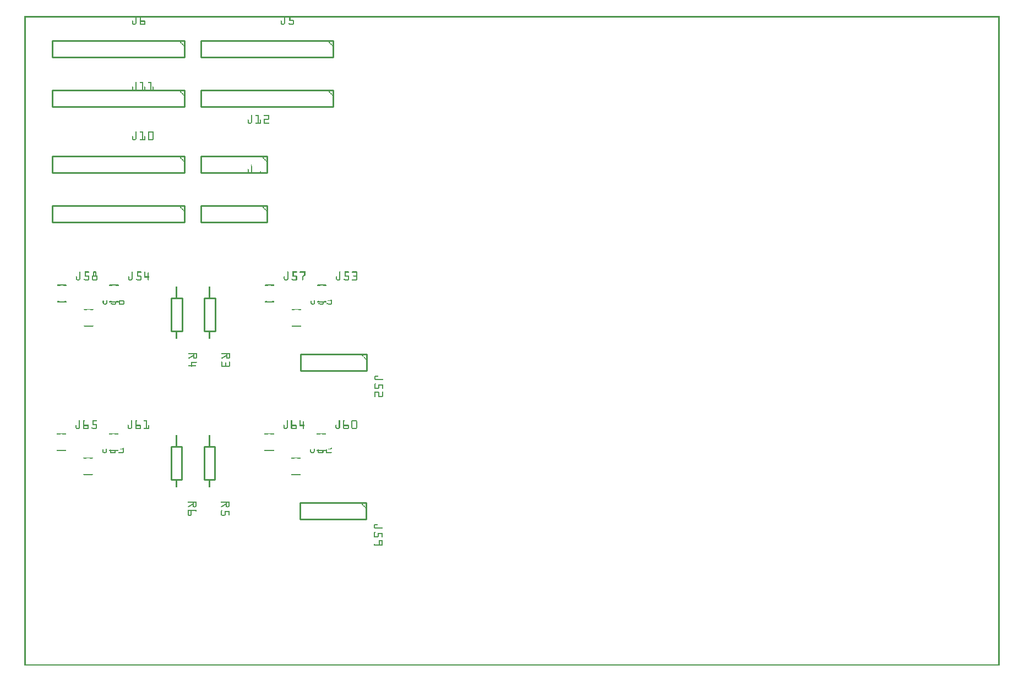
<source format=gto>
G04 MADE WITH FRITZING*
G04 WWW.FRITZING.ORG*
G04 DOUBLE SIDED*
G04 HOLES PLATED*
G04 CONTOUR ON CENTER OF CONTOUR VECTOR*
%ASAXBY*%
%FSLAX23Y23*%
%MOIN*%
%OFA0B0*%
%SFA1.0B1.0*%
%ADD10C,0.010000*%
%ADD11R,0.001000X0.001000*%
%LNSILK1*%
G90*
G70*
G54D10*
X1870Y3489D02*
X1070Y3489D01*
D02*
X1070Y3489D02*
X1070Y3389D01*
D02*
X1070Y3389D02*
X1870Y3389D01*
D02*
X1870Y3389D02*
X1870Y3489D01*
D02*
X970Y3489D02*
X170Y3489D01*
D02*
X170Y3489D02*
X170Y3389D01*
D02*
X170Y3389D02*
X970Y3389D01*
D02*
X970Y3389D02*
X970Y3489D01*
D02*
X970Y3789D02*
X170Y3789D01*
D02*
X170Y3789D02*
X170Y3689D01*
D02*
X170Y3689D02*
X970Y3689D01*
D02*
X970Y3689D02*
X970Y3789D01*
D02*
X1870Y3789D02*
X1070Y3789D01*
D02*
X1070Y3789D02*
X1070Y3689D01*
D02*
X1070Y3689D02*
X1870Y3689D01*
D02*
X1870Y3689D02*
X1870Y3789D01*
D02*
X1470Y2789D02*
X1070Y2789D01*
D02*
X1070Y2789D02*
X1070Y2689D01*
D02*
X1070Y2689D02*
X1470Y2689D01*
D02*
X1470Y2689D02*
X1470Y2789D01*
D02*
X970Y2789D02*
X170Y2789D01*
D02*
X170Y2789D02*
X170Y2689D01*
D02*
X170Y2689D02*
X970Y2689D01*
D02*
X970Y2689D02*
X970Y2789D01*
D02*
X970Y3089D02*
X170Y3089D01*
D02*
X170Y3089D02*
X170Y2989D01*
D02*
X170Y2989D02*
X970Y2989D01*
D02*
X970Y2989D02*
X970Y3089D01*
D02*
X1470Y3089D02*
X1070Y3089D01*
D02*
X1070Y3089D02*
X1070Y2989D01*
D02*
X1070Y2989D02*
X1470Y2989D01*
D02*
X1470Y2989D02*
X1470Y3089D01*
D02*
X1156Y2230D02*
X1156Y2030D01*
D02*
X1156Y2030D02*
X1090Y2030D01*
D02*
X1090Y2030D02*
X1090Y2230D01*
D02*
X1090Y2230D02*
X1156Y2230D01*
D02*
X956Y2230D02*
X956Y2030D01*
D02*
X956Y2030D02*
X890Y2030D01*
D02*
X890Y2030D02*
X890Y2230D01*
D02*
X890Y2230D02*
X956Y2230D01*
D02*
X2073Y1890D02*
X1673Y1890D01*
D02*
X1673Y1890D02*
X1673Y1790D01*
D02*
X1673Y1790D02*
X2073Y1790D01*
D02*
X2073Y1790D02*
X2073Y1890D01*
D02*
X1153Y1330D02*
X1153Y1130D01*
D02*
X1153Y1130D02*
X1087Y1130D01*
D02*
X1087Y1130D02*
X1087Y1330D01*
D02*
X1087Y1330D02*
X1153Y1330D01*
D02*
X953Y1330D02*
X953Y1130D01*
D02*
X953Y1130D02*
X887Y1130D01*
D02*
X887Y1130D02*
X887Y1330D01*
D02*
X887Y1330D02*
X953Y1330D01*
D02*
X2070Y989D02*
X1670Y989D01*
D02*
X1670Y989D02*
X1670Y889D01*
D02*
X1670Y889D02*
X2070Y889D01*
D02*
X2070Y889D02*
X2070Y989D01*
G54D11*
X0Y3937D02*
X5904Y3937D01*
X0Y3936D02*
X5904Y3936D01*
X0Y3935D02*
X5904Y3935D01*
X0Y3934D02*
X5904Y3934D01*
X0Y3933D02*
X5904Y3933D01*
X0Y3932D02*
X5904Y3932D01*
X0Y3931D02*
X5904Y3931D01*
X0Y3930D02*
X5904Y3930D01*
X0Y3929D02*
X7Y3929D01*
X672Y3929D02*
X678Y3929D01*
X698Y3929D02*
X704Y3929D01*
X1572Y3929D02*
X1578Y3929D01*
X1604Y3929D02*
X1610Y3929D01*
X5897Y3929D02*
X5904Y3929D01*
X0Y3928D02*
X7Y3928D01*
X672Y3928D02*
X678Y3928D01*
X698Y3928D02*
X704Y3928D01*
X1572Y3928D02*
X1578Y3928D01*
X1604Y3928D02*
X1610Y3928D01*
X5897Y3928D02*
X5904Y3928D01*
X0Y3927D02*
X7Y3927D01*
X672Y3927D02*
X678Y3927D01*
X698Y3927D02*
X704Y3927D01*
X1572Y3927D02*
X1578Y3927D01*
X1604Y3927D02*
X1610Y3927D01*
X5897Y3927D02*
X5904Y3927D01*
X0Y3926D02*
X7Y3926D01*
X672Y3926D02*
X678Y3926D01*
X698Y3926D02*
X704Y3926D01*
X1572Y3926D02*
X1578Y3926D01*
X1604Y3926D02*
X1610Y3926D01*
X5897Y3926D02*
X5904Y3926D01*
X0Y3925D02*
X7Y3925D01*
X672Y3925D02*
X678Y3925D01*
X698Y3925D02*
X704Y3925D01*
X1572Y3925D02*
X1578Y3925D01*
X1604Y3925D02*
X1610Y3925D01*
X5897Y3925D02*
X5904Y3925D01*
X0Y3924D02*
X7Y3924D01*
X672Y3924D02*
X678Y3924D01*
X698Y3924D02*
X704Y3924D01*
X1572Y3924D02*
X1578Y3924D01*
X1604Y3924D02*
X1610Y3924D01*
X5897Y3924D02*
X5904Y3924D01*
X0Y3923D02*
X7Y3923D01*
X672Y3923D02*
X678Y3923D01*
X698Y3923D02*
X704Y3923D01*
X1572Y3923D02*
X1578Y3923D01*
X1604Y3923D02*
X1610Y3923D01*
X5897Y3923D02*
X5904Y3923D01*
X0Y3922D02*
X7Y3922D01*
X672Y3922D02*
X678Y3922D01*
X698Y3922D02*
X704Y3922D01*
X1572Y3922D02*
X1578Y3922D01*
X1604Y3922D02*
X1610Y3922D01*
X5897Y3922D02*
X5904Y3922D01*
X0Y3921D02*
X7Y3921D01*
X672Y3921D02*
X678Y3921D01*
X698Y3921D02*
X704Y3921D01*
X1572Y3921D02*
X1578Y3921D01*
X1604Y3921D02*
X1610Y3921D01*
X5897Y3921D02*
X5904Y3921D01*
X0Y3920D02*
X7Y3920D01*
X672Y3920D02*
X678Y3920D01*
X698Y3920D02*
X704Y3920D01*
X1572Y3920D02*
X1578Y3920D01*
X1604Y3920D02*
X1610Y3920D01*
X5897Y3920D02*
X5904Y3920D01*
X0Y3919D02*
X7Y3919D01*
X672Y3919D02*
X678Y3919D01*
X698Y3919D02*
X704Y3919D01*
X1572Y3919D02*
X1578Y3919D01*
X1604Y3919D02*
X1610Y3919D01*
X5897Y3919D02*
X5904Y3919D01*
X0Y3918D02*
X7Y3918D01*
X672Y3918D02*
X678Y3918D01*
X698Y3918D02*
X704Y3918D01*
X1572Y3918D02*
X1578Y3918D01*
X1604Y3918D02*
X1610Y3918D01*
X5897Y3918D02*
X5904Y3918D01*
X0Y3917D02*
X7Y3917D01*
X672Y3917D02*
X678Y3917D01*
X698Y3917D02*
X704Y3917D01*
X1572Y3917D02*
X1578Y3917D01*
X1604Y3917D02*
X1610Y3917D01*
X5897Y3917D02*
X5904Y3917D01*
X0Y3916D02*
X7Y3916D01*
X672Y3916D02*
X678Y3916D01*
X698Y3916D02*
X704Y3916D01*
X1572Y3916D02*
X1578Y3916D01*
X1604Y3916D02*
X1626Y3916D01*
X5897Y3916D02*
X5904Y3916D01*
X0Y3915D02*
X7Y3915D01*
X672Y3915D02*
X678Y3915D01*
X698Y3915D02*
X704Y3915D01*
X1572Y3915D02*
X1578Y3915D01*
X1604Y3915D02*
X1628Y3915D01*
X5897Y3915D02*
X5904Y3915D01*
X0Y3914D02*
X7Y3914D01*
X672Y3914D02*
X678Y3914D01*
X698Y3914D02*
X704Y3914D01*
X1572Y3914D02*
X1578Y3914D01*
X1604Y3914D02*
X1629Y3914D01*
X5897Y3914D02*
X5904Y3914D01*
X0Y3913D02*
X7Y3913D01*
X672Y3913D02*
X678Y3913D01*
X698Y3913D02*
X704Y3913D01*
X1572Y3913D02*
X1578Y3913D01*
X1604Y3913D02*
X1630Y3913D01*
X5897Y3913D02*
X5904Y3913D01*
X0Y3912D02*
X7Y3912D01*
X672Y3912D02*
X678Y3912D01*
X698Y3912D02*
X704Y3912D01*
X1572Y3912D02*
X1578Y3912D01*
X1604Y3912D02*
X1630Y3912D01*
X5897Y3912D02*
X5904Y3912D01*
X0Y3911D02*
X7Y3911D01*
X672Y3911D02*
X678Y3911D01*
X698Y3911D02*
X704Y3911D01*
X1572Y3911D02*
X1578Y3911D01*
X1604Y3911D02*
X1631Y3911D01*
X5897Y3911D02*
X5904Y3911D01*
X0Y3910D02*
X7Y3910D01*
X653Y3910D02*
X655Y3910D01*
X672Y3910D02*
X678Y3910D01*
X698Y3910D02*
X729Y3910D01*
X1553Y3910D02*
X1555Y3910D01*
X1572Y3910D02*
X1578Y3910D01*
X1604Y3910D02*
X1631Y3910D01*
X5897Y3910D02*
X5904Y3910D01*
X0Y3909D02*
X7Y3909D01*
X652Y3909D02*
X656Y3909D01*
X672Y3909D02*
X678Y3909D01*
X698Y3909D02*
X730Y3909D01*
X1552Y3909D02*
X1556Y3909D01*
X1572Y3909D02*
X1578Y3909D01*
X1625Y3909D02*
X1631Y3909D01*
X5897Y3909D02*
X5904Y3909D01*
X0Y3908D02*
X7Y3908D01*
X651Y3908D02*
X657Y3908D01*
X672Y3908D02*
X678Y3908D01*
X698Y3908D02*
X731Y3908D01*
X1551Y3908D02*
X1557Y3908D01*
X1572Y3908D02*
X1578Y3908D01*
X1625Y3908D02*
X1631Y3908D01*
X5897Y3908D02*
X5904Y3908D01*
X0Y3907D02*
X7Y3907D01*
X651Y3907D02*
X657Y3907D01*
X672Y3907D02*
X678Y3907D01*
X698Y3907D02*
X731Y3907D01*
X1551Y3907D02*
X1557Y3907D01*
X1572Y3907D02*
X1578Y3907D01*
X1625Y3907D02*
X1631Y3907D01*
X5897Y3907D02*
X5904Y3907D01*
X0Y3906D02*
X7Y3906D01*
X651Y3906D02*
X657Y3906D01*
X672Y3906D02*
X678Y3906D01*
X698Y3906D02*
X731Y3906D01*
X1551Y3906D02*
X1557Y3906D01*
X1572Y3906D02*
X1578Y3906D01*
X1625Y3906D02*
X1631Y3906D01*
X5897Y3906D02*
X5904Y3906D01*
X0Y3905D02*
X7Y3905D01*
X651Y3905D02*
X657Y3905D01*
X672Y3905D02*
X678Y3905D01*
X698Y3905D02*
X731Y3905D01*
X1551Y3905D02*
X1557Y3905D01*
X1572Y3905D02*
X1578Y3905D01*
X1625Y3905D02*
X1631Y3905D01*
X5897Y3905D02*
X5904Y3905D01*
X0Y3904D02*
X7Y3904D01*
X651Y3904D02*
X657Y3904D01*
X672Y3904D02*
X678Y3904D01*
X698Y3904D02*
X731Y3904D01*
X1551Y3904D02*
X1557Y3904D01*
X1572Y3904D02*
X1578Y3904D01*
X1625Y3904D02*
X1631Y3904D01*
X5897Y3904D02*
X5904Y3904D01*
X0Y3903D02*
X7Y3903D01*
X651Y3903D02*
X657Y3903D01*
X672Y3903D02*
X678Y3903D01*
X698Y3903D02*
X704Y3903D01*
X725Y3903D02*
X731Y3903D01*
X1551Y3903D02*
X1557Y3903D01*
X1572Y3903D02*
X1578Y3903D01*
X1625Y3903D02*
X1631Y3903D01*
X5897Y3903D02*
X5904Y3903D01*
X0Y3902D02*
X7Y3902D01*
X651Y3902D02*
X657Y3902D01*
X672Y3902D02*
X678Y3902D01*
X698Y3902D02*
X704Y3902D01*
X725Y3902D02*
X731Y3902D01*
X1551Y3902D02*
X1557Y3902D01*
X1572Y3902D02*
X1578Y3902D01*
X1625Y3902D02*
X1631Y3902D01*
X5897Y3902D02*
X5904Y3902D01*
X0Y3901D02*
X7Y3901D01*
X651Y3901D02*
X657Y3901D01*
X672Y3901D02*
X678Y3901D01*
X698Y3901D02*
X704Y3901D01*
X725Y3901D02*
X731Y3901D01*
X1551Y3901D02*
X1557Y3901D01*
X1572Y3901D02*
X1578Y3901D01*
X1625Y3901D02*
X1631Y3901D01*
X5897Y3901D02*
X5904Y3901D01*
X0Y3900D02*
X7Y3900D01*
X651Y3900D02*
X657Y3900D01*
X672Y3900D02*
X678Y3900D01*
X698Y3900D02*
X704Y3900D01*
X725Y3900D02*
X731Y3900D01*
X1551Y3900D02*
X1557Y3900D01*
X1572Y3900D02*
X1578Y3900D01*
X1625Y3900D02*
X1631Y3900D01*
X5897Y3900D02*
X5904Y3900D01*
X0Y3899D02*
X7Y3899D01*
X651Y3899D02*
X657Y3899D01*
X672Y3899D02*
X678Y3899D01*
X698Y3899D02*
X704Y3899D01*
X725Y3899D02*
X731Y3899D01*
X1551Y3899D02*
X1557Y3899D01*
X1572Y3899D02*
X1578Y3899D01*
X1625Y3899D02*
X1631Y3899D01*
X5897Y3899D02*
X5904Y3899D01*
X0Y3898D02*
X7Y3898D01*
X651Y3898D02*
X657Y3898D01*
X672Y3898D02*
X678Y3898D01*
X698Y3898D02*
X704Y3898D01*
X725Y3898D02*
X731Y3898D01*
X1551Y3898D02*
X1557Y3898D01*
X1572Y3898D02*
X1578Y3898D01*
X1625Y3898D02*
X1631Y3898D01*
X5897Y3898D02*
X5904Y3898D01*
X0Y3897D02*
X7Y3897D01*
X651Y3897D02*
X657Y3897D01*
X672Y3897D02*
X678Y3897D01*
X698Y3897D02*
X704Y3897D01*
X725Y3897D02*
X731Y3897D01*
X1551Y3897D02*
X1557Y3897D01*
X1572Y3897D02*
X1578Y3897D01*
X1625Y3897D02*
X1631Y3897D01*
X5897Y3897D02*
X5904Y3897D01*
X0Y3896D02*
X7Y3896D01*
X651Y3896D02*
X657Y3896D01*
X672Y3896D02*
X678Y3896D01*
X698Y3896D02*
X704Y3896D01*
X725Y3896D02*
X731Y3896D01*
X1551Y3896D02*
X1557Y3896D01*
X1572Y3896D02*
X1578Y3896D01*
X1625Y3896D02*
X1631Y3896D01*
X5897Y3896D02*
X5904Y3896D01*
X0Y3895D02*
X7Y3895D01*
X651Y3895D02*
X657Y3895D01*
X672Y3895D02*
X678Y3895D01*
X698Y3895D02*
X704Y3895D01*
X725Y3895D02*
X731Y3895D01*
X1551Y3895D02*
X1557Y3895D01*
X1571Y3895D02*
X1578Y3895D01*
X1599Y3895D02*
X1602Y3895D01*
X1625Y3895D02*
X1631Y3895D01*
X5897Y3895D02*
X5904Y3895D01*
X0Y3894D02*
X7Y3894D01*
X651Y3894D02*
X658Y3894D01*
X671Y3894D02*
X678Y3894D01*
X698Y3894D02*
X704Y3894D01*
X725Y3894D02*
X731Y3894D01*
X1551Y3894D02*
X1558Y3894D01*
X1571Y3894D02*
X1577Y3894D01*
X1598Y3894D02*
X1604Y3894D01*
X1625Y3894D02*
X1631Y3894D01*
X5897Y3894D02*
X5904Y3894D01*
X0Y3893D02*
X7Y3893D01*
X652Y3893D02*
X659Y3893D01*
X670Y3893D02*
X677Y3893D01*
X698Y3893D02*
X704Y3893D01*
X725Y3893D02*
X731Y3893D01*
X1551Y3893D02*
X1559Y3893D01*
X1570Y3893D02*
X1577Y3893D01*
X1598Y3893D02*
X1607Y3893D01*
X1625Y3893D02*
X1631Y3893D01*
X5897Y3893D02*
X5904Y3893D01*
X0Y3892D02*
X7Y3892D01*
X652Y3892D02*
X677Y3892D01*
X698Y3892D02*
X731Y3892D01*
X1552Y3892D02*
X1577Y3892D01*
X1598Y3892D02*
X1631Y3892D01*
X5897Y3892D02*
X5904Y3892D01*
X0Y3891D02*
X7Y3891D01*
X652Y3891D02*
X676Y3891D01*
X698Y3891D02*
X731Y3891D01*
X1552Y3891D02*
X1576Y3891D01*
X1598Y3891D02*
X1631Y3891D01*
X5897Y3891D02*
X5904Y3891D01*
X0Y3890D02*
X7Y3890D01*
X653Y3890D02*
X676Y3890D01*
X698Y3890D02*
X731Y3890D01*
X1553Y3890D02*
X1576Y3890D01*
X1598Y3890D02*
X1631Y3890D01*
X5897Y3890D02*
X5904Y3890D01*
X0Y3889D02*
X7Y3889D01*
X654Y3889D02*
X675Y3889D01*
X698Y3889D02*
X731Y3889D01*
X1554Y3889D02*
X1575Y3889D01*
X1599Y3889D02*
X1630Y3889D01*
X5897Y3889D02*
X5904Y3889D01*
X0Y3888D02*
X7Y3888D01*
X655Y3888D02*
X674Y3888D01*
X698Y3888D02*
X731Y3888D01*
X1555Y3888D02*
X1574Y3888D01*
X1601Y3888D02*
X1629Y3888D01*
X5897Y3888D02*
X5904Y3888D01*
X0Y3887D02*
X7Y3887D01*
X656Y3887D02*
X672Y3887D01*
X698Y3887D02*
X730Y3887D01*
X1556Y3887D02*
X1572Y3887D01*
X1603Y3887D02*
X1628Y3887D01*
X5897Y3887D02*
X5904Y3887D01*
X0Y3886D02*
X7Y3886D01*
X659Y3886D02*
X670Y3886D01*
X700Y3886D02*
X729Y3886D01*
X1559Y3886D02*
X1570Y3886D01*
X1606Y3886D02*
X1626Y3886D01*
X5897Y3886D02*
X5904Y3886D01*
X0Y3885D02*
X7Y3885D01*
X5897Y3885D02*
X5904Y3885D01*
X0Y3884D02*
X7Y3884D01*
X5897Y3884D02*
X5904Y3884D01*
X0Y3883D02*
X7Y3883D01*
X5897Y3883D02*
X5904Y3883D01*
X0Y3882D02*
X7Y3882D01*
X5897Y3882D02*
X5904Y3882D01*
X0Y3881D02*
X7Y3881D01*
X5897Y3881D02*
X5904Y3881D01*
X0Y3880D02*
X7Y3880D01*
X5897Y3880D02*
X5904Y3880D01*
X0Y3879D02*
X7Y3879D01*
X5897Y3879D02*
X5904Y3879D01*
X0Y3878D02*
X7Y3878D01*
X5897Y3878D02*
X5904Y3878D01*
X0Y3877D02*
X7Y3877D01*
X5897Y3877D02*
X5904Y3877D01*
X0Y3876D02*
X7Y3876D01*
X5897Y3876D02*
X5904Y3876D01*
X0Y3875D02*
X7Y3875D01*
X5897Y3875D02*
X5904Y3875D01*
X0Y3874D02*
X7Y3874D01*
X5897Y3874D02*
X5904Y3874D01*
X0Y3873D02*
X7Y3873D01*
X5897Y3873D02*
X5904Y3873D01*
X0Y3872D02*
X7Y3872D01*
X5897Y3872D02*
X5904Y3872D01*
X0Y3871D02*
X7Y3871D01*
X5897Y3871D02*
X5904Y3871D01*
X0Y3870D02*
X7Y3870D01*
X5897Y3870D02*
X5904Y3870D01*
X0Y3869D02*
X7Y3869D01*
X5897Y3869D02*
X5904Y3869D01*
X0Y3868D02*
X7Y3868D01*
X5897Y3868D02*
X5904Y3868D01*
X0Y3867D02*
X7Y3867D01*
X5897Y3867D02*
X5904Y3867D01*
X0Y3866D02*
X7Y3866D01*
X5897Y3866D02*
X5904Y3866D01*
X0Y3865D02*
X7Y3865D01*
X5897Y3865D02*
X5904Y3865D01*
X0Y3864D02*
X7Y3864D01*
X5897Y3864D02*
X5904Y3864D01*
X0Y3863D02*
X7Y3863D01*
X5897Y3863D02*
X5904Y3863D01*
X0Y3862D02*
X7Y3862D01*
X5897Y3862D02*
X5904Y3862D01*
X0Y3861D02*
X7Y3861D01*
X5897Y3861D02*
X5904Y3861D01*
X0Y3860D02*
X7Y3860D01*
X5897Y3860D02*
X5904Y3860D01*
X0Y3859D02*
X7Y3859D01*
X5897Y3859D02*
X5904Y3859D01*
X0Y3858D02*
X7Y3858D01*
X5897Y3858D02*
X5904Y3858D01*
X0Y3857D02*
X7Y3857D01*
X5897Y3857D02*
X5904Y3857D01*
X0Y3856D02*
X7Y3856D01*
X5897Y3856D02*
X5904Y3856D01*
X0Y3855D02*
X7Y3855D01*
X5897Y3855D02*
X5904Y3855D01*
X0Y3854D02*
X7Y3854D01*
X5897Y3854D02*
X5904Y3854D01*
X0Y3853D02*
X7Y3853D01*
X5897Y3853D02*
X5904Y3853D01*
X0Y3852D02*
X7Y3852D01*
X5897Y3852D02*
X5904Y3852D01*
X0Y3851D02*
X7Y3851D01*
X5897Y3851D02*
X5904Y3851D01*
X0Y3850D02*
X7Y3850D01*
X5897Y3850D02*
X5904Y3850D01*
X0Y3849D02*
X7Y3849D01*
X5897Y3849D02*
X5904Y3849D01*
X0Y3848D02*
X7Y3848D01*
X5897Y3848D02*
X5904Y3848D01*
X0Y3847D02*
X7Y3847D01*
X5897Y3847D02*
X5904Y3847D01*
X0Y3846D02*
X7Y3846D01*
X5897Y3846D02*
X5904Y3846D01*
X0Y3845D02*
X7Y3845D01*
X5897Y3845D02*
X5904Y3845D01*
X0Y3844D02*
X7Y3844D01*
X5897Y3844D02*
X5904Y3844D01*
X0Y3843D02*
X7Y3843D01*
X5897Y3843D02*
X5904Y3843D01*
X0Y3842D02*
X7Y3842D01*
X5897Y3842D02*
X5904Y3842D01*
X0Y3841D02*
X7Y3841D01*
X5897Y3841D02*
X5904Y3841D01*
X0Y3840D02*
X7Y3840D01*
X5897Y3840D02*
X5904Y3840D01*
X0Y3839D02*
X7Y3839D01*
X5897Y3839D02*
X5904Y3839D01*
X0Y3838D02*
X7Y3838D01*
X5897Y3838D02*
X5904Y3838D01*
X0Y3837D02*
X7Y3837D01*
X5897Y3837D02*
X5904Y3837D01*
X0Y3836D02*
X7Y3836D01*
X5897Y3836D02*
X5904Y3836D01*
X0Y3835D02*
X7Y3835D01*
X5897Y3835D02*
X5904Y3835D01*
X0Y3834D02*
X7Y3834D01*
X5897Y3834D02*
X5904Y3834D01*
X0Y3833D02*
X7Y3833D01*
X5897Y3833D02*
X5904Y3833D01*
X0Y3832D02*
X7Y3832D01*
X5897Y3832D02*
X5904Y3832D01*
X0Y3831D02*
X7Y3831D01*
X5897Y3831D02*
X5904Y3831D01*
X0Y3830D02*
X7Y3830D01*
X5897Y3830D02*
X5904Y3830D01*
X0Y3829D02*
X7Y3829D01*
X5897Y3829D02*
X5904Y3829D01*
X0Y3828D02*
X7Y3828D01*
X5897Y3828D02*
X5904Y3828D01*
X0Y3827D02*
X7Y3827D01*
X5897Y3827D02*
X5904Y3827D01*
X0Y3826D02*
X7Y3826D01*
X5897Y3826D02*
X5904Y3826D01*
X0Y3825D02*
X7Y3825D01*
X5897Y3825D02*
X5904Y3825D01*
X0Y3824D02*
X7Y3824D01*
X5897Y3824D02*
X5904Y3824D01*
X0Y3823D02*
X7Y3823D01*
X5897Y3823D02*
X5904Y3823D01*
X0Y3822D02*
X7Y3822D01*
X5897Y3822D02*
X5904Y3822D01*
X0Y3821D02*
X7Y3821D01*
X5897Y3821D02*
X5904Y3821D01*
X0Y3820D02*
X7Y3820D01*
X5897Y3820D02*
X5904Y3820D01*
X0Y3819D02*
X7Y3819D01*
X5897Y3819D02*
X5904Y3819D01*
X0Y3818D02*
X7Y3818D01*
X5897Y3818D02*
X5904Y3818D01*
X0Y3817D02*
X7Y3817D01*
X5897Y3817D02*
X5904Y3817D01*
X0Y3816D02*
X7Y3816D01*
X5897Y3816D02*
X5904Y3816D01*
X0Y3815D02*
X7Y3815D01*
X5897Y3815D02*
X5904Y3815D01*
X0Y3814D02*
X7Y3814D01*
X5897Y3814D02*
X5904Y3814D01*
X0Y3813D02*
X7Y3813D01*
X5897Y3813D02*
X5904Y3813D01*
X0Y3812D02*
X7Y3812D01*
X5897Y3812D02*
X5904Y3812D01*
X0Y3811D02*
X7Y3811D01*
X5897Y3811D02*
X5904Y3811D01*
X0Y3810D02*
X7Y3810D01*
X5897Y3810D02*
X5904Y3810D01*
X0Y3809D02*
X7Y3809D01*
X5897Y3809D02*
X5904Y3809D01*
X0Y3808D02*
X7Y3808D01*
X5897Y3808D02*
X5904Y3808D01*
X0Y3807D02*
X7Y3807D01*
X5897Y3807D02*
X5904Y3807D01*
X0Y3806D02*
X7Y3806D01*
X5897Y3806D02*
X5904Y3806D01*
X0Y3805D02*
X7Y3805D01*
X5897Y3805D02*
X5904Y3805D01*
X0Y3804D02*
X7Y3804D01*
X5897Y3804D02*
X5904Y3804D01*
X0Y3803D02*
X7Y3803D01*
X5897Y3803D02*
X5904Y3803D01*
X0Y3802D02*
X7Y3802D01*
X5897Y3802D02*
X5904Y3802D01*
X0Y3801D02*
X7Y3801D01*
X5897Y3801D02*
X5904Y3801D01*
X0Y3800D02*
X7Y3800D01*
X5897Y3800D02*
X5904Y3800D01*
X0Y3799D02*
X7Y3799D01*
X5897Y3799D02*
X5904Y3799D01*
X0Y3798D02*
X7Y3798D01*
X5897Y3798D02*
X5904Y3798D01*
X0Y3797D02*
X7Y3797D01*
X5897Y3797D02*
X5904Y3797D01*
X0Y3796D02*
X7Y3796D01*
X5897Y3796D02*
X5904Y3796D01*
X0Y3795D02*
X7Y3795D01*
X5897Y3795D02*
X5904Y3795D01*
X0Y3794D02*
X7Y3794D01*
X5897Y3794D02*
X5904Y3794D01*
X0Y3793D02*
X7Y3793D01*
X5897Y3793D02*
X5904Y3793D01*
X0Y3792D02*
X7Y3792D01*
X5897Y3792D02*
X5904Y3792D01*
X0Y3791D02*
X7Y3791D01*
X936Y3791D02*
X936Y3791D01*
X1836Y3791D02*
X1836Y3791D01*
X5897Y3791D02*
X5904Y3791D01*
X0Y3790D02*
X7Y3790D01*
X935Y3790D02*
X937Y3790D01*
X1835Y3790D02*
X1837Y3790D01*
X5897Y3790D02*
X5904Y3790D01*
X0Y3789D02*
X7Y3789D01*
X934Y3789D02*
X938Y3789D01*
X1834Y3789D02*
X1838Y3789D01*
X5897Y3789D02*
X5904Y3789D01*
X0Y3788D02*
X7Y3788D01*
X933Y3788D02*
X939Y3788D01*
X1833Y3788D02*
X1839Y3788D01*
X5897Y3788D02*
X5904Y3788D01*
X0Y3787D02*
X7Y3787D01*
X934Y3787D02*
X940Y3787D01*
X1834Y3787D02*
X1840Y3787D01*
X5897Y3787D02*
X5904Y3787D01*
X0Y3786D02*
X7Y3786D01*
X935Y3786D02*
X941Y3786D01*
X1835Y3786D02*
X1841Y3786D01*
X5897Y3786D02*
X5904Y3786D01*
X0Y3785D02*
X7Y3785D01*
X936Y3785D02*
X942Y3785D01*
X1836Y3785D02*
X1842Y3785D01*
X5897Y3785D02*
X5904Y3785D01*
X0Y3784D02*
X7Y3784D01*
X937Y3784D02*
X943Y3784D01*
X1837Y3784D02*
X1843Y3784D01*
X5897Y3784D02*
X5904Y3784D01*
X0Y3783D02*
X7Y3783D01*
X938Y3783D02*
X944Y3783D01*
X1838Y3783D02*
X1844Y3783D01*
X5897Y3783D02*
X5904Y3783D01*
X0Y3782D02*
X7Y3782D01*
X939Y3782D02*
X945Y3782D01*
X1839Y3782D02*
X1845Y3782D01*
X5897Y3782D02*
X5904Y3782D01*
X0Y3781D02*
X7Y3781D01*
X940Y3781D02*
X946Y3781D01*
X1840Y3781D02*
X1846Y3781D01*
X5897Y3781D02*
X5904Y3781D01*
X0Y3780D02*
X7Y3780D01*
X941Y3780D02*
X947Y3780D01*
X1841Y3780D02*
X1847Y3780D01*
X5897Y3780D02*
X5904Y3780D01*
X0Y3779D02*
X7Y3779D01*
X942Y3779D02*
X948Y3779D01*
X1842Y3779D02*
X1848Y3779D01*
X5897Y3779D02*
X5904Y3779D01*
X0Y3778D02*
X7Y3778D01*
X943Y3778D02*
X949Y3778D01*
X1843Y3778D02*
X1849Y3778D01*
X5897Y3778D02*
X5904Y3778D01*
X0Y3777D02*
X7Y3777D01*
X944Y3777D02*
X950Y3777D01*
X1844Y3777D02*
X1850Y3777D01*
X5897Y3777D02*
X5904Y3777D01*
X0Y3776D02*
X7Y3776D01*
X945Y3776D02*
X951Y3776D01*
X1845Y3776D02*
X1851Y3776D01*
X5897Y3776D02*
X5904Y3776D01*
X0Y3775D02*
X7Y3775D01*
X946Y3775D02*
X952Y3775D01*
X1846Y3775D02*
X1852Y3775D01*
X5897Y3775D02*
X5904Y3775D01*
X0Y3774D02*
X7Y3774D01*
X947Y3774D02*
X953Y3774D01*
X1847Y3774D02*
X1853Y3774D01*
X5897Y3774D02*
X5904Y3774D01*
X0Y3773D02*
X7Y3773D01*
X949Y3773D02*
X954Y3773D01*
X1849Y3773D02*
X1854Y3773D01*
X5897Y3773D02*
X5904Y3773D01*
X0Y3772D02*
X7Y3772D01*
X950Y3772D02*
X955Y3772D01*
X1850Y3772D02*
X1855Y3772D01*
X5897Y3772D02*
X5904Y3772D01*
X0Y3771D02*
X7Y3771D01*
X951Y3771D02*
X956Y3771D01*
X1851Y3771D02*
X1856Y3771D01*
X5897Y3771D02*
X5904Y3771D01*
X0Y3770D02*
X7Y3770D01*
X952Y3770D02*
X957Y3770D01*
X1852Y3770D02*
X1857Y3770D01*
X5897Y3770D02*
X5904Y3770D01*
X0Y3769D02*
X7Y3769D01*
X953Y3769D02*
X958Y3769D01*
X1853Y3769D02*
X1858Y3769D01*
X5897Y3769D02*
X5904Y3769D01*
X0Y3768D02*
X7Y3768D01*
X954Y3768D02*
X959Y3768D01*
X1853Y3768D02*
X1859Y3768D01*
X5897Y3768D02*
X5904Y3768D01*
X0Y3767D02*
X7Y3767D01*
X954Y3767D02*
X960Y3767D01*
X1854Y3767D02*
X1860Y3767D01*
X5897Y3767D02*
X5904Y3767D01*
X0Y3766D02*
X7Y3766D01*
X955Y3766D02*
X961Y3766D01*
X1855Y3766D02*
X1861Y3766D01*
X5897Y3766D02*
X5904Y3766D01*
X0Y3765D02*
X7Y3765D01*
X956Y3765D02*
X962Y3765D01*
X1856Y3765D02*
X1862Y3765D01*
X5897Y3765D02*
X5904Y3765D01*
X0Y3764D02*
X7Y3764D01*
X957Y3764D02*
X963Y3764D01*
X1857Y3764D02*
X1863Y3764D01*
X5897Y3764D02*
X5904Y3764D01*
X0Y3763D02*
X7Y3763D01*
X958Y3763D02*
X964Y3763D01*
X1858Y3763D02*
X1864Y3763D01*
X5897Y3763D02*
X5904Y3763D01*
X0Y3762D02*
X7Y3762D01*
X959Y3762D02*
X965Y3762D01*
X1859Y3762D02*
X1865Y3762D01*
X5897Y3762D02*
X5904Y3762D01*
X0Y3761D02*
X7Y3761D01*
X960Y3761D02*
X966Y3761D01*
X1860Y3761D02*
X1866Y3761D01*
X5897Y3761D02*
X5904Y3761D01*
X0Y3760D02*
X7Y3760D01*
X961Y3760D02*
X967Y3760D01*
X1861Y3760D02*
X1867Y3760D01*
X5897Y3760D02*
X5904Y3760D01*
X0Y3759D02*
X7Y3759D01*
X962Y3759D02*
X968Y3759D01*
X1862Y3759D02*
X1868Y3759D01*
X5897Y3759D02*
X5904Y3759D01*
X0Y3758D02*
X7Y3758D01*
X963Y3758D02*
X969Y3758D01*
X1863Y3758D02*
X1869Y3758D01*
X5897Y3758D02*
X5904Y3758D01*
X0Y3757D02*
X7Y3757D01*
X964Y3757D02*
X970Y3757D01*
X1864Y3757D02*
X1870Y3757D01*
X5897Y3757D02*
X5904Y3757D01*
X0Y3756D02*
X7Y3756D01*
X965Y3756D02*
X970Y3756D01*
X1865Y3756D02*
X1870Y3756D01*
X5897Y3756D02*
X5904Y3756D01*
X0Y3755D02*
X7Y3755D01*
X966Y3755D02*
X969Y3755D01*
X1866Y3755D02*
X1869Y3755D01*
X5897Y3755D02*
X5904Y3755D01*
X0Y3754D02*
X7Y3754D01*
X967Y3754D02*
X968Y3754D01*
X1867Y3754D02*
X1868Y3754D01*
X5897Y3754D02*
X5904Y3754D01*
X0Y3753D02*
X7Y3753D01*
X5897Y3753D02*
X5904Y3753D01*
X0Y3752D02*
X7Y3752D01*
X5897Y3752D02*
X5904Y3752D01*
X0Y3751D02*
X7Y3751D01*
X5897Y3751D02*
X5904Y3751D01*
X0Y3750D02*
X7Y3750D01*
X5897Y3750D02*
X5904Y3750D01*
X0Y3749D02*
X7Y3749D01*
X5897Y3749D02*
X5904Y3749D01*
X0Y3748D02*
X7Y3748D01*
X5897Y3748D02*
X5904Y3748D01*
X0Y3747D02*
X7Y3747D01*
X5897Y3747D02*
X5904Y3747D01*
X0Y3746D02*
X7Y3746D01*
X5897Y3746D02*
X5904Y3746D01*
X0Y3745D02*
X7Y3745D01*
X5897Y3745D02*
X5904Y3745D01*
X0Y3744D02*
X7Y3744D01*
X5897Y3744D02*
X5904Y3744D01*
X0Y3743D02*
X7Y3743D01*
X5897Y3743D02*
X5904Y3743D01*
X0Y3742D02*
X7Y3742D01*
X5897Y3742D02*
X5904Y3742D01*
X0Y3741D02*
X7Y3741D01*
X5897Y3741D02*
X5904Y3741D01*
X0Y3740D02*
X7Y3740D01*
X5897Y3740D02*
X5904Y3740D01*
X0Y3739D02*
X7Y3739D01*
X5897Y3739D02*
X5904Y3739D01*
X0Y3738D02*
X7Y3738D01*
X5897Y3738D02*
X5904Y3738D01*
X0Y3737D02*
X7Y3737D01*
X5897Y3737D02*
X5904Y3737D01*
X0Y3736D02*
X7Y3736D01*
X5897Y3736D02*
X5904Y3736D01*
X0Y3735D02*
X7Y3735D01*
X5897Y3735D02*
X5904Y3735D01*
X0Y3734D02*
X7Y3734D01*
X5897Y3734D02*
X5904Y3734D01*
X0Y3733D02*
X7Y3733D01*
X5897Y3733D02*
X5904Y3733D01*
X0Y3732D02*
X7Y3732D01*
X5897Y3732D02*
X5904Y3732D01*
X0Y3731D02*
X7Y3731D01*
X5897Y3731D02*
X5904Y3731D01*
X0Y3730D02*
X7Y3730D01*
X5897Y3730D02*
X5904Y3730D01*
X0Y3729D02*
X7Y3729D01*
X5897Y3729D02*
X5904Y3729D01*
X0Y3728D02*
X7Y3728D01*
X5897Y3728D02*
X5904Y3728D01*
X0Y3727D02*
X7Y3727D01*
X5897Y3727D02*
X5904Y3727D01*
X0Y3726D02*
X7Y3726D01*
X5897Y3726D02*
X5904Y3726D01*
X0Y3725D02*
X7Y3725D01*
X5897Y3725D02*
X5904Y3725D01*
X0Y3724D02*
X7Y3724D01*
X5897Y3724D02*
X5904Y3724D01*
X0Y3723D02*
X7Y3723D01*
X5897Y3723D02*
X5904Y3723D01*
X0Y3722D02*
X7Y3722D01*
X5897Y3722D02*
X5904Y3722D01*
X0Y3721D02*
X7Y3721D01*
X5897Y3721D02*
X5904Y3721D01*
X0Y3720D02*
X7Y3720D01*
X5897Y3720D02*
X5904Y3720D01*
X0Y3719D02*
X7Y3719D01*
X5897Y3719D02*
X5904Y3719D01*
X0Y3718D02*
X7Y3718D01*
X5897Y3718D02*
X5904Y3718D01*
X0Y3717D02*
X7Y3717D01*
X5897Y3717D02*
X5904Y3717D01*
X0Y3716D02*
X7Y3716D01*
X5897Y3716D02*
X5904Y3716D01*
X0Y3715D02*
X7Y3715D01*
X5897Y3715D02*
X5904Y3715D01*
X0Y3714D02*
X7Y3714D01*
X5897Y3714D02*
X5904Y3714D01*
X0Y3713D02*
X7Y3713D01*
X5897Y3713D02*
X5904Y3713D01*
X0Y3712D02*
X7Y3712D01*
X5897Y3712D02*
X5904Y3712D01*
X0Y3711D02*
X7Y3711D01*
X5897Y3711D02*
X5904Y3711D01*
X0Y3710D02*
X7Y3710D01*
X5897Y3710D02*
X5904Y3710D01*
X0Y3709D02*
X7Y3709D01*
X5897Y3709D02*
X5904Y3709D01*
X0Y3708D02*
X7Y3708D01*
X5897Y3708D02*
X5904Y3708D01*
X0Y3707D02*
X7Y3707D01*
X5897Y3707D02*
X5904Y3707D01*
X0Y3706D02*
X7Y3706D01*
X5897Y3706D02*
X5904Y3706D01*
X0Y3705D02*
X7Y3705D01*
X5897Y3705D02*
X5904Y3705D01*
X0Y3704D02*
X7Y3704D01*
X5897Y3704D02*
X5904Y3704D01*
X0Y3703D02*
X7Y3703D01*
X5897Y3703D02*
X5904Y3703D01*
X0Y3702D02*
X7Y3702D01*
X5897Y3702D02*
X5904Y3702D01*
X0Y3701D02*
X7Y3701D01*
X5897Y3701D02*
X5904Y3701D01*
X0Y3700D02*
X7Y3700D01*
X5897Y3700D02*
X5904Y3700D01*
X0Y3699D02*
X7Y3699D01*
X5897Y3699D02*
X5904Y3699D01*
X0Y3698D02*
X7Y3698D01*
X5897Y3698D02*
X5904Y3698D01*
X0Y3697D02*
X7Y3697D01*
X5897Y3697D02*
X5904Y3697D01*
X0Y3696D02*
X7Y3696D01*
X5897Y3696D02*
X5904Y3696D01*
X0Y3695D02*
X7Y3695D01*
X5897Y3695D02*
X5904Y3695D01*
X0Y3694D02*
X7Y3694D01*
X5897Y3694D02*
X5904Y3694D01*
X0Y3693D02*
X7Y3693D01*
X5897Y3693D02*
X5904Y3693D01*
X0Y3692D02*
X7Y3692D01*
X5897Y3692D02*
X5904Y3692D01*
X0Y3691D02*
X7Y3691D01*
X5897Y3691D02*
X5904Y3691D01*
X0Y3690D02*
X7Y3690D01*
X5897Y3690D02*
X5904Y3690D01*
X0Y3689D02*
X7Y3689D01*
X5897Y3689D02*
X5904Y3689D01*
X0Y3688D02*
X7Y3688D01*
X5897Y3688D02*
X5904Y3688D01*
X0Y3687D02*
X7Y3687D01*
X5897Y3687D02*
X5904Y3687D01*
X0Y3686D02*
X7Y3686D01*
X5897Y3686D02*
X5904Y3686D01*
X0Y3685D02*
X7Y3685D01*
X5897Y3685D02*
X5904Y3685D01*
X0Y3684D02*
X7Y3684D01*
X5897Y3684D02*
X5904Y3684D01*
X0Y3683D02*
X7Y3683D01*
X5897Y3683D02*
X5904Y3683D01*
X0Y3682D02*
X7Y3682D01*
X5897Y3682D02*
X5904Y3682D01*
X0Y3681D02*
X7Y3681D01*
X5897Y3681D02*
X5904Y3681D01*
X0Y3680D02*
X7Y3680D01*
X5897Y3680D02*
X5904Y3680D01*
X0Y3679D02*
X7Y3679D01*
X5897Y3679D02*
X5904Y3679D01*
X0Y3678D02*
X7Y3678D01*
X5897Y3678D02*
X5904Y3678D01*
X0Y3677D02*
X7Y3677D01*
X5897Y3677D02*
X5904Y3677D01*
X0Y3676D02*
X7Y3676D01*
X5897Y3676D02*
X5904Y3676D01*
X0Y3675D02*
X7Y3675D01*
X5897Y3675D02*
X5904Y3675D01*
X0Y3674D02*
X7Y3674D01*
X5897Y3674D02*
X5904Y3674D01*
X0Y3673D02*
X7Y3673D01*
X5897Y3673D02*
X5904Y3673D01*
X0Y3672D02*
X7Y3672D01*
X5897Y3672D02*
X5904Y3672D01*
X0Y3671D02*
X7Y3671D01*
X5897Y3671D02*
X5904Y3671D01*
X0Y3670D02*
X7Y3670D01*
X5897Y3670D02*
X5904Y3670D01*
X0Y3669D02*
X7Y3669D01*
X5897Y3669D02*
X5904Y3669D01*
X0Y3668D02*
X7Y3668D01*
X5897Y3668D02*
X5904Y3668D01*
X0Y3667D02*
X7Y3667D01*
X5897Y3667D02*
X5904Y3667D01*
X0Y3666D02*
X7Y3666D01*
X5897Y3666D02*
X5904Y3666D01*
X0Y3665D02*
X7Y3665D01*
X5897Y3665D02*
X5904Y3665D01*
X0Y3664D02*
X7Y3664D01*
X5897Y3664D02*
X5904Y3664D01*
X0Y3663D02*
X7Y3663D01*
X5897Y3663D02*
X5904Y3663D01*
X0Y3662D02*
X7Y3662D01*
X5897Y3662D02*
X5904Y3662D01*
X0Y3661D02*
X7Y3661D01*
X5897Y3661D02*
X5904Y3661D01*
X0Y3660D02*
X7Y3660D01*
X5897Y3660D02*
X5904Y3660D01*
X0Y3659D02*
X7Y3659D01*
X5897Y3659D02*
X5904Y3659D01*
X0Y3658D02*
X7Y3658D01*
X5897Y3658D02*
X5904Y3658D01*
X0Y3657D02*
X7Y3657D01*
X5897Y3657D02*
X5904Y3657D01*
X0Y3656D02*
X7Y3656D01*
X5897Y3656D02*
X5904Y3656D01*
X0Y3655D02*
X7Y3655D01*
X5897Y3655D02*
X5904Y3655D01*
X0Y3654D02*
X7Y3654D01*
X5897Y3654D02*
X5904Y3654D01*
X0Y3653D02*
X7Y3653D01*
X5897Y3653D02*
X5904Y3653D01*
X0Y3652D02*
X7Y3652D01*
X5897Y3652D02*
X5904Y3652D01*
X0Y3651D02*
X7Y3651D01*
X5897Y3651D02*
X5904Y3651D01*
X0Y3650D02*
X7Y3650D01*
X5897Y3650D02*
X5904Y3650D01*
X0Y3649D02*
X7Y3649D01*
X5897Y3649D02*
X5904Y3649D01*
X0Y3648D02*
X7Y3648D01*
X5897Y3648D02*
X5904Y3648D01*
X0Y3647D02*
X7Y3647D01*
X5897Y3647D02*
X5904Y3647D01*
X0Y3646D02*
X7Y3646D01*
X5897Y3646D02*
X5904Y3646D01*
X0Y3645D02*
X7Y3645D01*
X5897Y3645D02*
X5904Y3645D01*
X0Y3644D02*
X7Y3644D01*
X5897Y3644D02*
X5904Y3644D01*
X0Y3643D02*
X7Y3643D01*
X5897Y3643D02*
X5904Y3643D01*
X0Y3642D02*
X7Y3642D01*
X5897Y3642D02*
X5904Y3642D01*
X0Y3641D02*
X7Y3641D01*
X5897Y3641D02*
X5904Y3641D01*
X0Y3640D02*
X7Y3640D01*
X5897Y3640D02*
X5904Y3640D01*
X0Y3639D02*
X7Y3639D01*
X5897Y3639D02*
X5904Y3639D01*
X0Y3638D02*
X7Y3638D01*
X5897Y3638D02*
X5904Y3638D01*
X0Y3637D02*
X7Y3637D01*
X5897Y3637D02*
X5904Y3637D01*
X0Y3636D02*
X7Y3636D01*
X5897Y3636D02*
X5904Y3636D01*
X0Y3635D02*
X7Y3635D01*
X5897Y3635D02*
X5904Y3635D01*
X0Y3634D02*
X7Y3634D01*
X5897Y3634D02*
X5904Y3634D01*
X0Y3633D02*
X7Y3633D01*
X5897Y3633D02*
X5904Y3633D01*
X0Y3632D02*
X7Y3632D01*
X5897Y3632D02*
X5904Y3632D01*
X0Y3631D02*
X7Y3631D01*
X5897Y3631D02*
X5904Y3631D01*
X0Y3630D02*
X7Y3630D01*
X5897Y3630D02*
X5904Y3630D01*
X0Y3629D02*
X7Y3629D01*
X5897Y3629D02*
X5904Y3629D01*
X0Y3628D02*
X7Y3628D01*
X5897Y3628D02*
X5904Y3628D01*
X0Y3627D02*
X7Y3627D01*
X5897Y3627D02*
X5904Y3627D01*
X0Y3626D02*
X7Y3626D01*
X5897Y3626D02*
X5904Y3626D01*
X0Y3625D02*
X7Y3625D01*
X5897Y3625D02*
X5904Y3625D01*
X0Y3624D02*
X7Y3624D01*
X5897Y3624D02*
X5904Y3624D01*
X0Y3623D02*
X7Y3623D01*
X5897Y3623D02*
X5904Y3623D01*
X0Y3622D02*
X7Y3622D01*
X5897Y3622D02*
X5904Y3622D01*
X0Y3621D02*
X7Y3621D01*
X5897Y3621D02*
X5904Y3621D01*
X0Y3620D02*
X7Y3620D01*
X5897Y3620D02*
X5904Y3620D01*
X0Y3619D02*
X7Y3619D01*
X5897Y3619D02*
X5904Y3619D01*
X0Y3618D02*
X7Y3618D01*
X5897Y3618D02*
X5904Y3618D01*
X0Y3617D02*
X7Y3617D01*
X5897Y3617D02*
X5904Y3617D01*
X0Y3616D02*
X7Y3616D01*
X5897Y3616D02*
X5904Y3616D01*
X0Y3615D02*
X7Y3615D01*
X5897Y3615D02*
X5904Y3615D01*
X0Y3614D02*
X7Y3614D01*
X5897Y3614D02*
X5904Y3614D01*
X0Y3613D02*
X7Y3613D01*
X5897Y3613D02*
X5904Y3613D01*
X0Y3612D02*
X7Y3612D01*
X5897Y3612D02*
X5904Y3612D01*
X0Y3611D02*
X7Y3611D01*
X5897Y3611D02*
X5904Y3611D01*
X0Y3610D02*
X7Y3610D01*
X5897Y3610D02*
X5904Y3610D01*
X0Y3609D02*
X7Y3609D01*
X5897Y3609D02*
X5904Y3609D01*
X0Y3608D02*
X7Y3608D01*
X5897Y3608D02*
X5904Y3608D01*
X0Y3607D02*
X7Y3607D01*
X5897Y3607D02*
X5904Y3607D01*
X0Y3606D02*
X7Y3606D01*
X5897Y3606D02*
X5904Y3606D01*
X0Y3605D02*
X7Y3605D01*
X5897Y3605D02*
X5904Y3605D01*
X0Y3604D02*
X7Y3604D01*
X5897Y3604D02*
X5904Y3604D01*
X0Y3603D02*
X7Y3603D01*
X5897Y3603D02*
X5904Y3603D01*
X0Y3602D02*
X7Y3602D01*
X5897Y3602D02*
X5904Y3602D01*
X0Y3601D02*
X7Y3601D01*
X5897Y3601D02*
X5904Y3601D01*
X0Y3600D02*
X7Y3600D01*
X5897Y3600D02*
X5904Y3600D01*
X0Y3599D02*
X7Y3599D01*
X5897Y3599D02*
X5904Y3599D01*
X0Y3598D02*
X7Y3598D01*
X5897Y3598D02*
X5904Y3598D01*
X0Y3597D02*
X7Y3597D01*
X5897Y3597D02*
X5904Y3597D01*
X0Y3596D02*
X7Y3596D01*
X5897Y3596D02*
X5904Y3596D01*
X0Y3595D02*
X7Y3595D01*
X5897Y3595D02*
X5904Y3595D01*
X0Y3594D02*
X7Y3594D01*
X5897Y3594D02*
X5904Y3594D01*
X0Y3593D02*
X7Y3593D01*
X5897Y3593D02*
X5904Y3593D01*
X0Y3592D02*
X7Y3592D01*
X5897Y3592D02*
X5904Y3592D01*
X0Y3591D02*
X7Y3591D01*
X5897Y3591D02*
X5904Y3591D01*
X0Y3590D02*
X7Y3590D01*
X5897Y3590D02*
X5904Y3590D01*
X0Y3589D02*
X7Y3589D01*
X5897Y3589D02*
X5904Y3589D01*
X0Y3588D02*
X7Y3588D01*
X5897Y3588D02*
X5904Y3588D01*
X0Y3587D02*
X7Y3587D01*
X5897Y3587D02*
X5904Y3587D01*
X0Y3586D02*
X7Y3586D01*
X5897Y3586D02*
X5904Y3586D01*
X0Y3585D02*
X7Y3585D01*
X5897Y3585D02*
X5904Y3585D01*
X0Y3584D02*
X7Y3584D01*
X5897Y3584D02*
X5904Y3584D01*
X0Y3583D02*
X7Y3583D01*
X5897Y3583D02*
X5904Y3583D01*
X0Y3582D02*
X7Y3582D01*
X5897Y3582D02*
X5904Y3582D01*
X0Y3581D02*
X7Y3581D01*
X5897Y3581D02*
X5904Y3581D01*
X0Y3580D02*
X7Y3580D01*
X5897Y3580D02*
X5904Y3580D01*
X0Y3579D02*
X7Y3579D01*
X5897Y3579D02*
X5904Y3579D01*
X0Y3578D02*
X7Y3578D01*
X5897Y3578D02*
X5904Y3578D01*
X0Y3577D02*
X7Y3577D01*
X5897Y3577D02*
X5904Y3577D01*
X0Y3576D02*
X7Y3576D01*
X5897Y3576D02*
X5904Y3576D01*
X0Y3575D02*
X7Y3575D01*
X5897Y3575D02*
X5904Y3575D01*
X0Y3574D02*
X7Y3574D01*
X5897Y3574D02*
X5904Y3574D01*
X0Y3573D02*
X7Y3573D01*
X5897Y3573D02*
X5904Y3573D01*
X0Y3572D02*
X7Y3572D01*
X5897Y3572D02*
X5904Y3572D01*
X0Y3571D02*
X7Y3571D01*
X5897Y3571D02*
X5904Y3571D01*
X0Y3570D02*
X7Y3570D01*
X5897Y3570D02*
X5904Y3570D01*
X0Y3569D02*
X7Y3569D01*
X5897Y3569D02*
X5904Y3569D01*
X0Y3568D02*
X7Y3568D01*
X5897Y3568D02*
X5904Y3568D01*
X0Y3567D02*
X7Y3567D01*
X5897Y3567D02*
X5904Y3567D01*
X0Y3566D02*
X7Y3566D01*
X5897Y3566D02*
X5904Y3566D01*
X0Y3565D02*
X7Y3565D01*
X5897Y3565D02*
X5904Y3565D01*
X0Y3564D02*
X7Y3564D01*
X5897Y3564D02*
X5904Y3564D01*
X0Y3563D02*
X7Y3563D01*
X5897Y3563D02*
X5904Y3563D01*
X0Y3562D02*
X7Y3562D01*
X5897Y3562D02*
X5904Y3562D01*
X0Y3561D02*
X7Y3561D01*
X5897Y3561D02*
X5904Y3561D01*
X0Y3560D02*
X7Y3560D01*
X5897Y3560D02*
X5904Y3560D01*
X0Y3559D02*
X7Y3559D01*
X5897Y3559D02*
X5904Y3559D01*
X0Y3558D02*
X7Y3558D01*
X5897Y3558D02*
X5904Y3558D01*
X0Y3557D02*
X7Y3557D01*
X5897Y3557D02*
X5904Y3557D01*
X0Y3556D02*
X7Y3556D01*
X5897Y3556D02*
X5904Y3556D01*
X0Y3555D02*
X7Y3555D01*
X5897Y3555D02*
X5904Y3555D01*
X0Y3554D02*
X7Y3554D01*
X5897Y3554D02*
X5904Y3554D01*
X0Y3553D02*
X7Y3553D01*
X5897Y3553D02*
X5904Y3553D01*
X0Y3552D02*
X7Y3552D01*
X5897Y3552D02*
X5904Y3552D01*
X0Y3551D02*
X7Y3551D01*
X5897Y3551D02*
X5904Y3551D01*
X0Y3550D02*
X7Y3550D01*
X5897Y3550D02*
X5904Y3550D01*
X0Y3549D02*
X7Y3549D01*
X5897Y3549D02*
X5904Y3549D01*
X0Y3548D02*
X7Y3548D01*
X5897Y3548D02*
X5904Y3548D01*
X0Y3547D02*
X7Y3547D01*
X5897Y3547D02*
X5904Y3547D01*
X0Y3546D02*
X7Y3546D01*
X5897Y3546D02*
X5904Y3546D01*
X0Y3545D02*
X7Y3545D01*
X5897Y3545D02*
X5904Y3545D01*
X0Y3544D02*
X7Y3544D01*
X5897Y3544D02*
X5904Y3544D01*
X0Y3543D02*
X7Y3543D01*
X5897Y3543D02*
X5904Y3543D01*
X0Y3542D02*
X7Y3542D01*
X5897Y3542D02*
X5904Y3542D01*
X0Y3541D02*
X7Y3541D01*
X5897Y3541D02*
X5904Y3541D01*
X0Y3540D02*
X7Y3540D01*
X5897Y3540D02*
X5904Y3540D01*
X0Y3539D02*
X7Y3539D01*
X673Y3539D02*
X676Y3539D01*
X699Y3539D02*
X717Y3539D01*
X749Y3539D02*
X767Y3539D01*
X5897Y3539D02*
X5904Y3539D01*
X0Y3538D02*
X7Y3538D01*
X672Y3538D02*
X677Y3538D01*
X698Y3538D02*
X717Y3538D01*
X748Y3538D02*
X767Y3538D01*
X5897Y3538D02*
X5904Y3538D01*
X0Y3537D02*
X7Y3537D01*
X672Y3537D02*
X678Y3537D01*
X698Y3537D02*
X717Y3537D01*
X748Y3537D02*
X767Y3537D01*
X5897Y3537D02*
X5904Y3537D01*
X0Y3536D02*
X7Y3536D01*
X672Y3536D02*
X678Y3536D01*
X698Y3536D02*
X717Y3536D01*
X748Y3536D02*
X767Y3536D01*
X5897Y3536D02*
X5904Y3536D01*
X0Y3535D02*
X7Y3535D01*
X672Y3535D02*
X678Y3535D01*
X698Y3535D02*
X717Y3535D01*
X748Y3535D02*
X767Y3535D01*
X5897Y3535D02*
X5904Y3535D01*
X0Y3534D02*
X7Y3534D01*
X672Y3534D02*
X678Y3534D01*
X699Y3534D02*
X717Y3534D01*
X749Y3534D02*
X767Y3534D01*
X5897Y3534D02*
X5904Y3534D01*
X0Y3533D02*
X7Y3533D01*
X672Y3533D02*
X678Y3533D01*
X700Y3533D02*
X717Y3533D01*
X750Y3533D02*
X767Y3533D01*
X5897Y3533D02*
X5904Y3533D01*
X0Y3532D02*
X7Y3532D01*
X672Y3532D02*
X678Y3532D01*
X711Y3532D02*
X717Y3532D01*
X761Y3532D02*
X767Y3532D01*
X5897Y3532D02*
X5904Y3532D01*
X0Y3531D02*
X7Y3531D01*
X672Y3531D02*
X678Y3531D01*
X711Y3531D02*
X717Y3531D01*
X761Y3531D02*
X767Y3531D01*
X5897Y3531D02*
X5904Y3531D01*
X0Y3530D02*
X7Y3530D01*
X672Y3530D02*
X678Y3530D01*
X711Y3530D02*
X717Y3530D01*
X761Y3530D02*
X767Y3530D01*
X5897Y3530D02*
X5904Y3530D01*
X0Y3529D02*
X7Y3529D01*
X672Y3529D02*
X678Y3529D01*
X711Y3529D02*
X717Y3529D01*
X761Y3529D02*
X767Y3529D01*
X5897Y3529D02*
X5904Y3529D01*
X0Y3528D02*
X7Y3528D01*
X672Y3528D02*
X678Y3528D01*
X711Y3528D02*
X717Y3528D01*
X761Y3528D02*
X767Y3528D01*
X5897Y3528D02*
X5904Y3528D01*
X0Y3527D02*
X7Y3527D01*
X672Y3527D02*
X678Y3527D01*
X711Y3527D02*
X717Y3527D01*
X761Y3527D02*
X767Y3527D01*
X5897Y3527D02*
X5904Y3527D01*
X0Y3526D02*
X7Y3526D01*
X672Y3526D02*
X678Y3526D01*
X711Y3526D02*
X717Y3526D01*
X761Y3526D02*
X767Y3526D01*
X5897Y3526D02*
X5904Y3526D01*
X0Y3525D02*
X7Y3525D01*
X672Y3525D02*
X678Y3525D01*
X711Y3525D02*
X717Y3525D01*
X761Y3525D02*
X767Y3525D01*
X5897Y3525D02*
X5904Y3525D01*
X0Y3524D02*
X7Y3524D01*
X672Y3524D02*
X678Y3524D01*
X711Y3524D02*
X717Y3524D01*
X761Y3524D02*
X767Y3524D01*
X5897Y3524D02*
X5904Y3524D01*
X0Y3523D02*
X7Y3523D01*
X672Y3523D02*
X678Y3523D01*
X711Y3523D02*
X717Y3523D01*
X761Y3523D02*
X767Y3523D01*
X5897Y3523D02*
X5904Y3523D01*
X0Y3522D02*
X7Y3522D01*
X672Y3522D02*
X678Y3522D01*
X711Y3522D02*
X717Y3522D01*
X761Y3522D02*
X767Y3522D01*
X5897Y3522D02*
X5904Y3522D01*
X0Y3521D02*
X7Y3521D01*
X672Y3521D02*
X678Y3521D01*
X711Y3521D02*
X717Y3521D01*
X761Y3521D02*
X767Y3521D01*
X5897Y3521D02*
X5904Y3521D01*
X0Y3520D02*
X7Y3520D01*
X672Y3520D02*
X678Y3520D01*
X711Y3520D02*
X717Y3520D01*
X761Y3520D02*
X767Y3520D01*
X5897Y3520D02*
X5904Y3520D01*
X0Y3519D02*
X7Y3519D01*
X672Y3519D02*
X678Y3519D01*
X711Y3519D02*
X717Y3519D01*
X761Y3519D02*
X767Y3519D01*
X5897Y3519D02*
X5904Y3519D01*
X0Y3518D02*
X7Y3518D01*
X672Y3518D02*
X678Y3518D01*
X711Y3518D02*
X717Y3518D01*
X761Y3518D02*
X767Y3518D01*
X5897Y3518D02*
X5904Y3518D01*
X0Y3517D02*
X7Y3517D01*
X672Y3517D02*
X678Y3517D01*
X711Y3517D02*
X717Y3517D01*
X761Y3517D02*
X767Y3517D01*
X5897Y3517D02*
X5904Y3517D01*
X0Y3516D02*
X7Y3516D01*
X672Y3516D02*
X678Y3516D01*
X711Y3516D02*
X717Y3516D01*
X761Y3516D02*
X767Y3516D01*
X5897Y3516D02*
X5904Y3516D01*
X0Y3515D02*
X7Y3515D01*
X672Y3515D02*
X678Y3515D01*
X711Y3515D02*
X717Y3515D01*
X761Y3515D02*
X767Y3515D01*
X5897Y3515D02*
X5904Y3515D01*
X0Y3514D02*
X7Y3514D01*
X672Y3514D02*
X678Y3514D01*
X711Y3514D02*
X717Y3514D01*
X761Y3514D02*
X767Y3514D01*
X5897Y3514D02*
X5904Y3514D01*
X0Y3513D02*
X7Y3513D01*
X672Y3513D02*
X678Y3513D01*
X711Y3513D02*
X717Y3513D01*
X761Y3513D02*
X767Y3513D01*
X5897Y3513D02*
X5904Y3513D01*
X0Y3512D02*
X7Y3512D01*
X672Y3512D02*
X678Y3512D01*
X711Y3512D02*
X717Y3512D01*
X761Y3512D02*
X767Y3512D01*
X5897Y3512D02*
X5904Y3512D01*
X0Y3511D02*
X7Y3511D01*
X672Y3511D02*
X678Y3511D01*
X711Y3511D02*
X717Y3511D01*
X761Y3511D02*
X767Y3511D01*
X5897Y3511D02*
X5904Y3511D01*
X0Y3510D02*
X7Y3510D01*
X653Y3510D02*
X655Y3510D01*
X672Y3510D02*
X678Y3510D01*
X711Y3510D02*
X717Y3510D01*
X727Y3510D02*
X729Y3510D01*
X761Y3510D02*
X767Y3510D01*
X777Y3510D02*
X779Y3510D01*
X5897Y3510D02*
X5904Y3510D01*
X0Y3509D02*
X7Y3509D01*
X652Y3509D02*
X656Y3509D01*
X672Y3509D02*
X678Y3509D01*
X711Y3509D02*
X717Y3509D01*
X726Y3509D02*
X730Y3509D01*
X761Y3509D02*
X767Y3509D01*
X776Y3509D02*
X780Y3509D01*
X5897Y3509D02*
X5904Y3509D01*
X0Y3508D02*
X7Y3508D01*
X651Y3508D02*
X657Y3508D01*
X672Y3508D02*
X678Y3508D01*
X711Y3508D02*
X717Y3508D01*
X725Y3508D02*
X731Y3508D01*
X761Y3508D02*
X767Y3508D01*
X775Y3508D02*
X781Y3508D01*
X5897Y3508D02*
X5904Y3508D01*
X0Y3507D02*
X7Y3507D01*
X651Y3507D02*
X657Y3507D01*
X672Y3507D02*
X678Y3507D01*
X711Y3507D02*
X717Y3507D01*
X725Y3507D02*
X731Y3507D01*
X761Y3507D02*
X767Y3507D01*
X775Y3507D02*
X781Y3507D01*
X5897Y3507D02*
X5904Y3507D01*
X0Y3506D02*
X7Y3506D01*
X651Y3506D02*
X657Y3506D01*
X672Y3506D02*
X678Y3506D01*
X711Y3506D02*
X717Y3506D01*
X725Y3506D02*
X731Y3506D01*
X761Y3506D02*
X767Y3506D01*
X775Y3506D02*
X781Y3506D01*
X5897Y3506D02*
X5904Y3506D01*
X0Y3505D02*
X7Y3505D01*
X651Y3505D02*
X657Y3505D01*
X672Y3505D02*
X678Y3505D01*
X711Y3505D02*
X717Y3505D01*
X725Y3505D02*
X731Y3505D01*
X761Y3505D02*
X767Y3505D01*
X775Y3505D02*
X781Y3505D01*
X5897Y3505D02*
X5904Y3505D01*
X0Y3504D02*
X7Y3504D01*
X651Y3504D02*
X657Y3504D01*
X672Y3504D02*
X678Y3504D01*
X711Y3504D02*
X717Y3504D01*
X725Y3504D02*
X731Y3504D01*
X761Y3504D02*
X767Y3504D01*
X775Y3504D02*
X781Y3504D01*
X5897Y3504D02*
X5904Y3504D01*
X0Y3503D02*
X7Y3503D01*
X651Y3503D02*
X657Y3503D01*
X672Y3503D02*
X678Y3503D01*
X711Y3503D02*
X717Y3503D01*
X725Y3503D02*
X731Y3503D01*
X761Y3503D02*
X767Y3503D01*
X775Y3503D02*
X781Y3503D01*
X5897Y3503D02*
X5904Y3503D01*
X0Y3502D02*
X7Y3502D01*
X651Y3502D02*
X657Y3502D01*
X672Y3502D02*
X678Y3502D01*
X711Y3502D02*
X717Y3502D01*
X725Y3502D02*
X731Y3502D01*
X761Y3502D02*
X767Y3502D01*
X775Y3502D02*
X781Y3502D01*
X5897Y3502D02*
X5904Y3502D01*
X0Y3501D02*
X7Y3501D01*
X651Y3501D02*
X657Y3501D01*
X672Y3501D02*
X678Y3501D01*
X711Y3501D02*
X717Y3501D01*
X725Y3501D02*
X731Y3501D01*
X761Y3501D02*
X767Y3501D01*
X775Y3501D02*
X781Y3501D01*
X5897Y3501D02*
X5904Y3501D01*
X0Y3500D02*
X7Y3500D01*
X651Y3500D02*
X657Y3500D01*
X672Y3500D02*
X678Y3500D01*
X711Y3500D02*
X717Y3500D01*
X725Y3500D02*
X731Y3500D01*
X761Y3500D02*
X767Y3500D01*
X775Y3500D02*
X781Y3500D01*
X5897Y3500D02*
X5904Y3500D01*
X0Y3499D02*
X7Y3499D01*
X651Y3499D02*
X657Y3499D01*
X672Y3499D02*
X678Y3499D01*
X711Y3499D02*
X717Y3499D01*
X725Y3499D02*
X731Y3499D01*
X761Y3499D02*
X767Y3499D01*
X775Y3499D02*
X781Y3499D01*
X5897Y3499D02*
X5904Y3499D01*
X0Y3498D02*
X7Y3498D01*
X651Y3498D02*
X657Y3498D01*
X672Y3498D02*
X678Y3498D01*
X711Y3498D02*
X717Y3498D01*
X725Y3498D02*
X731Y3498D01*
X761Y3498D02*
X767Y3498D01*
X775Y3498D02*
X781Y3498D01*
X5897Y3498D02*
X5904Y3498D01*
X0Y3497D02*
X7Y3497D01*
X651Y3497D02*
X657Y3497D01*
X672Y3497D02*
X678Y3497D01*
X711Y3497D02*
X717Y3497D01*
X725Y3497D02*
X731Y3497D01*
X761Y3497D02*
X767Y3497D01*
X775Y3497D02*
X781Y3497D01*
X5897Y3497D02*
X5904Y3497D01*
X0Y3496D02*
X7Y3496D01*
X651Y3496D02*
X657Y3496D01*
X672Y3496D02*
X678Y3496D01*
X711Y3496D02*
X717Y3496D01*
X725Y3496D02*
X731Y3496D01*
X761Y3496D02*
X767Y3496D01*
X775Y3496D02*
X781Y3496D01*
X5897Y3496D02*
X5904Y3496D01*
X0Y3495D02*
X7Y3495D01*
X651Y3495D02*
X657Y3495D01*
X672Y3495D02*
X678Y3495D01*
X711Y3495D02*
X717Y3495D01*
X725Y3495D02*
X731Y3495D01*
X761Y3495D02*
X767Y3495D01*
X775Y3495D02*
X781Y3495D01*
X5897Y3495D02*
X5904Y3495D01*
X0Y3494D02*
X7Y3494D01*
X651Y3494D02*
X658Y3494D01*
X671Y3494D02*
X678Y3494D01*
X711Y3494D02*
X717Y3494D01*
X725Y3494D02*
X731Y3494D01*
X761Y3494D02*
X767Y3494D01*
X775Y3494D02*
X781Y3494D01*
X5897Y3494D02*
X5904Y3494D01*
X0Y3493D02*
X7Y3493D01*
X652Y3493D02*
X659Y3493D01*
X670Y3493D02*
X677Y3493D01*
X711Y3493D02*
X717Y3493D01*
X725Y3493D02*
X731Y3493D01*
X761Y3493D02*
X767Y3493D01*
X775Y3493D02*
X781Y3493D01*
X5897Y3493D02*
X5904Y3493D01*
X0Y3492D02*
X7Y3492D01*
X652Y3492D02*
X677Y3492D01*
X699Y3492D02*
X731Y3492D01*
X749Y3492D02*
X781Y3492D01*
X5897Y3492D02*
X5904Y3492D01*
X0Y3491D02*
X7Y3491D01*
X652Y3491D02*
X676Y3491D01*
X698Y3491D02*
X731Y3491D01*
X748Y3491D02*
X781Y3491D01*
X936Y3491D02*
X936Y3491D01*
X1836Y3491D02*
X1836Y3491D01*
X5897Y3491D02*
X5904Y3491D01*
X0Y3490D02*
X7Y3490D01*
X653Y3490D02*
X676Y3490D01*
X698Y3490D02*
X731Y3490D01*
X748Y3490D02*
X781Y3490D01*
X935Y3490D02*
X937Y3490D01*
X1835Y3490D02*
X1837Y3490D01*
X5897Y3490D02*
X5904Y3490D01*
X0Y3489D02*
X7Y3489D01*
X654Y3489D02*
X675Y3489D01*
X698Y3489D02*
X731Y3489D01*
X748Y3489D02*
X781Y3489D01*
X934Y3489D02*
X938Y3489D01*
X1834Y3489D02*
X1838Y3489D01*
X5897Y3489D02*
X5904Y3489D01*
X0Y3488D02*
X7Y3488D01*
X655Y3488D02*
X674Y3488D01*
X698Y3488D02*
X731Y3488D01*
X748Y3488D02*
X781Y3488D01*
X933Y3488D02*
X939Y3488D01*
X1833Y3488D02*
X1839Y3488D01*
X5897Y3488D02*
X5904Y3488D01*
X0Y3487D02*
X7Y3487D01*
X656Y3487D02*
X672Y3487D01*
X698Y3487D02*
X730Y3487D01*
X748Y3487D02*
X780Y3487D01*
X934Y3487D02*
X940Y3487D01*
X1834Y3487D02*
X1840Y3487D01*
X5897Y3487D02*
X5904Y3487D01*
X0Y3486D02*
X7Y3486D01*
X659Y3486D02*
X670Y3486D01*
X700Y3486D02*
X729Y3486D01*
X750Y3486D02*
X779Y3486D01*
X935Y3486D02*
X941Y3486D01*
X1835Y3486D02*
X1841Y3486D01*
X5897Y3486D02*
X5904Y3486D01*
X0Y3485D02*
X7Y3485D01*
X936Y3485D02*
X942Y3485D01*
X1836Y3485D02*
X1842Y3485D01*
X5897Y3485D02*
X5904Y3485D01*
X0Y3484D02*
X7Y3484D01*
X937Y3484D02*
X943Y3484D01*
X1837Y3484D02*
X1843Y3484D01*
X5897Y3484D02*
X5904Y3484D01*
X0Y3483D02*
X7Y3483D01*
X938Y3483D02*
X944Y3483D01*
X1838Y3483D02*
X1844Y3483D01*
X5897Y3483D02*
X5904Y3483D01*
X0Y3482D02*
X7Y3482D01*
X939Y3482D02*
X945Y3482D01*
X1839Y3482D02*
X1845Y3482D01*
X5897Y3482D02*
X5904Y3482D01*
X0Y3481D02*
X7Y3481D01*
X940Y3481D02*
X946Y3481D01*
X1840Y3481D02*
X1846Y3481D01*
X5897Y3481D02*
X5904Y3481D01*
X0Y3480D02*
X7Y3480D01*
X941Y3480D02*
X947Y3480D01*
X1841Y3480D02*
X1847Y3480D01*
X5897Y3480D02*
X5904Y3480D01*
X0Y3479D02*
X7Y3479D01*
X942Y3479D02*
X948Y3479D01*
X1842Y3479D02*
X1848Y3479D01*
X5897Y3479D02*
X5904Y3479D01*
X0Y3478D02*
X7Y3478D01*
X943Y3478D02*
X949Y3478D01*
X1843Y3478D02*
X1849Y3478D01*
X5897Y3478D02*
X5904Y3478D01*
X0Y3477D02*
X7Y3477D01*
X944Y3477D02*
X950Y3477D01*
X1844Y3477D02*
X1850Y3477D01*
X5897Y3477D02*
X5904Y3477D01*
X0Y3476D02*
X7Y3476D01*
X945Y3476D02*
X951Y3476D01*
X1845Y3476D02*
X1851Y3476D01*
X5897Y3476D02*
X5904Y3476D01*
X0Y3475D02*
X7Y3475D01*
X946Y3475D02*
X952Y3475D01*
X1846Y3475D02*
X1852Y3475D01*
X5897Y3475D02*
X5904Y3475D01*
X0Y3474D02*
X7Y3474D01*
X947Y3474D02*
X953Y3474D01*
X1847Y3474D02*
X1853Y3474D01*
X5897Y3474D02*
X5904Y3474D01*
X0Y3473D02*
X7Y3473D01*
X949Y3473D02*
X954Y3473D01*
X1849Y3473D02*
X1854Y3473D01*
X5897Y3473D02*
X5904Y3473D01*
X0Y3472D02*
X7Y3472D01*
X950Y3472D02*
X955Y3472D01*
X1850Y3472D02*
X1855Y3472D01*
X5897Y3472D02*
X5904Y3472D01*
X0Y3471D02*
X7Y3471D01*
X951Y3471D02*
X956Y3471D01*
X1851Y3471D02*
X1856Y3471D01*
X5897Y3471D02*
X5904Y3471D01*
X0Y3470D02*
X7Y3470D01*
X952Y3470D02*
X957Y3470D01*
X1852Y3470D02*
X1857Y3470D01*
X5897Y3470D02*
X5904Y3470D01*
X0Y3469D02*
X7Y3469D01*
X953Y3469D02*
X958Y3469D01*
X1853Y3469D02*
X1858Y3469D01*
X5897Y3469D02*
X5904Y3469D01*
X0Y3468D02*
X7Y3468D01*
X954Y3468D02*
X959Y3468D01*
X1853Y3468D02*
X1859Y3468D01*
X5897Y3468D02*
X5904Y3468D01*
X0Y3467D02*
X7Y3467D01*
X954Y3467D02*
X960Y3467D01*
X1854Y3467D02*
X1860Y3467D01*
X5897Y3467D02*
X5904Y3467D01*
X0Y3466D02*
X7Y3466D01*
X955Y3466D02*
X961Y3466D01*
X1855Y3466D02*
X1861Y3466D01*
X5897Y3466D02*
X5904Y3466D01*
X0Y3465D02*
X7Y3465D01*
X956Y3465D02*
X962Y3465D01*
X1856Y3465D02*
X1862Y3465D01*
X5897Y3465D02*
X5904Y3465D01*
X0Y3464D02*
X7Y3464D01*
X957Y3464D02*
X963Y3464D01*
X1857Y3464D02*
X1863Y3464D01*
X5897Y3464D02*
X5904Y3464D01*
X0Y3463D02*
X7Y3463D01*
X958Y3463D02*
X964Y3463D01*
X1858Y3463D02*
X1864Y3463D01*
X5897Y3463D02*
X5904Y3463D01*
X0Y3462D02*
X7Y3462D01*
X959Y3462D02*
X965Y3462D01*
X1859Y3462D02*
X1865Y3462D01*
X5897Y3462D02*
X5904Y3462D01*
X0Y3461D02*
X7Y3461D01*
X960Y3461D02*
X966Y3461D01*
X1860Y3461D02*
X1866Y3461D01*
X5897Y3461D02*
X5904Y3461D01*
X0Y3460D02*
X7Y3460D01*
X961Y3460D02*
X967Y3460D01*
X1861Y3460D02*
X1867Y3460D01*
X5897Y3460D02*
X5904Y3460D01*
X0Y3459D02*
X7Y3459D01*
X962Y3459D02*
X968Y3459D01*
X1862Y3459D02*
X1868Y3459D01*
X5897Y3459D02*
X5904Y3459D01*
X0Y3458D02*
X7Y3458D01*
X963Y3458D02*
X969Y3458D01*
X1863Y3458D02*
X1869Y3458D01*
X5897Y3458D02*
X5904Y3458D01*
X0Y3457D02*
X7Y3457D01*
X964Y3457D02*
X970Y3457D01*
X1864Y3457D02*
X1870Y3457D01*
X5897Y3457D02*
X5904Y3457D01*
X0Y3456D02*
X7Y3456D01*
X965Y3456D02*
X970Y3456D01*
X1865Y3456D02*
X1870Y3456D01*
X5897Y3456D02*
X5904Y3456D01*
X0Y3455D02*
X7Y3455D01*
X966Y3455D02*
X969Y3455D01*
X1866Y3455D02*
X1869Y3455D01*
X5897Y3455D02*
X5904Y3455D01*
X0Y3454D02*
X7Y3454D01*
X967Y3454D02*
X968Y3454D01*
X1867Y3454D02*
X1868Y3454D01*
X5897Y3454D02*
X5904Y3454D01*
X0Y3453D02*
X7Y3453D01*
X5897Y3453D02*
X5904Y3453D01*
X0Y3452D02*
X7Y3452D01*
X5897Y3452D02*
X5904Y3452D01*
X0Y3451D02*
X7Y3451D01*
X5897Y3451D02*
X5904Y3451D01*
X0Y3450D02*
X7Y3450D01*
X5897Y3450D02*
X5904Y3450D01*
X0Y3449D02*
X7Y3449D01*
X5897Y3449D02*
X5904Y3449D01*
X0Y3448D02*
X7Y3448D01*
X5897Y3448D02*
X5904Y3448D01*
X0Y3447D02*
X7Y3447D01*
X5897Y3447D02*
X5904Y3447D01*
X0Y3446D02*
X7Y3446D01*
X5897Y3446D02*
X5904Y3446D01*
X0Y3445D02*
X7Y3445D01*
X5897Y3445D02*
X5904Y3445D01*
X0Y3444D02*
X7Y3444D01*
X5897Y3444D02*
X5904Y3444D01*
X0Y3443D02*
X7Y3443D01*
X5897Y3443D02*
X5904Y3443D01*
X0Y3442D02*
X7Y3442D01*
X5897Y3442D02*
X5904Y3442D01*
X0Y3441D02*
X7Y3441D01*
X5897Y3441D02*
X5904Y3441D01*
X0Y3440D02*
X7Y3440D01*
X5897Y3440D02*
X5904Y3440D01*
X0Y3439D02*
X7Y3439D01*
X5897Y3439D02*
X5904Y3439D01*
X0Y3438D02*
X7Y3438D01*
X5897Y3438D02*
X5904Y3438D01*
X0Y3437D02*
X7Y3437D01*
X5897Y3437D02*
X5904Y3437D01*
X0Y3436D02*
X7Y3436D01*
X5897Y3436D02*
X5904Y3436D01*
X0Y3435D02*
X7Y3435D01*
X5897Y3435D02*
X5904Y3435D01*
X0Y3434D02*
X7Y3434D01*
X5897Y3434D02*
X5904Y3434D01*
X0Y3433D02*
X7Y3433D01*
X5897Y3433D02*
X5904Y3433D01*
X0Y3432D02*
X7Y3432D01*
X5897Y3432D02*
X5904Y3432D01*
X0Y3431D02*
X7Y3431D01*
X5897Y3431D02*
X5904Y3431D01*
X0Y3430D02*
X7Y3430D01*
X5897Y3430D02*
X5904Y3430D01*
X0Y3429D02*
X7Y3429D01*
X5897Y3429D02*
X5904Y3429D01*
X0Y3428D02*
X7Y3428D01*
X5897Y3428D02*
X5904Y3428D01*
X0Y3427D02*
X7Y3427D01*
X5897Y3427D02*
X5904Y3427D01*
X0Y3426D02*
X7Y3426D01*
X5897Y3426D02*
X5904Y3426D01*
X0Y3425D02*
X7Y3425D01*
X5897Y3425D02*
X5904Y3425D01*
X0Y3424D02*
X7Y3424D01*
X5897Y3424D02*
X5904Y3424D01*
X0Y3423D02*
X7Y3423D01*
X5897Y3423D02*
X5904Y3423D01*
X0Y3422D02*
X7Y3422D01*
X5897Y3422D02*
X5904Y3422D01*
X0Y3421D02*
X7Y3421D01*
X5897Y3421D02*
X5904Y3421D01*
X0Y3420D02*
X7Y3420D01*
X5897Y3420D02*
X5904Y3420D01*
X0Y3419D02*
X7Y3419D01*
X5897Y3419D02*
X5904Y3419D01*
X0Y3418D02*
X7Y3418D01*
X5897Y3418D02*
X5904Y3418D01*
X0Y3417D02*
X7Y3417D01*
X5897Y3417D02*
X5904Y3417D01*
X0Y3416D02*
X7Y3416D01*
X5897Y3416D02*
X5904Y3416D01*
X0Y3415D02*
X7Y3415D01*
X5897Y3415D02*
X5904Y3415D01*
X0Y3414D02*
X7Y3414D01*
X5897Y3414D02*
X5904Y3414D01*
X0Y3413D02*
X7Y3413D01*
X5897Y3413D02*
X5904Y3413D01*
X0Y3412D02*
X7Y3412D01*
X5897Y3412D02*
X5904Y3412D01*
X0Y3411D02*
X7Y3411D01*
X5897Y3411D02*
X5904Y3411D01*
X0Y3410D02*
X7Y3410D01*
X5897Y3410D02*
X5904Y3410D01*
X0Y3409D02*
X7Y3409D01*
X5897Y3409D02*
X5904Y3409D01*
X0Y3408D02*
X7Y3408D01*
X5897Y3408D02*
X5904Y3408D01*
X0Y3407D02*
X7Y3407D01*
X5897Y3407D02*
X5904Y3407D01*
X0Y3406D02*
X7Y3406D01*
X5897Y3406D02*
X5904Y3406D01*
X0Y3405D02*
X7Y3405D01*
X5897Y3405D02*
X5904Y3405D01*
X0Y3404D02*
X7Y3404D01*
X5897Y3404D02*
X5904Y3404D01*
X0Y3403D02*
X7Y3403D01*
X5897Y3403D02*
X5904Y3403D01*
X0Y3402D02*
X7Y3402D01*
X5897Y3402D02*
X5904Y3402D01*
X0Y3401D02*
X7Y3401D01*
X5897Y3401D02*
X5904Y3401D01*
X0Y3400D02*
X7Y3400D01*
X5897Y3400D02*
X5904Y3400D01*
X0Y3399D02*
X7Y3399D01*
X5897Y3399D02*
X5904Y3399D01*
X0Y3398D02*
X7Y3398D01*
X5897Y3398D02*
X5904Y3398D01*
X0Y3397D02*
X7Y3397D01*
X5897Y3397D02*
X5904Y3397D01*
X0Y3396D02*
X7Y3396D01*
X5897Y3396D02*
X5904Y3396D01*
X0Y3395D02*
X7Y3395D01*
X5897Y3395D02*
X5904Y3395D01*
X0Y3394D02*
X7Y3394D01*
X5897Y3394D02*
X5904Y3394D01*
X0Y3393D02*
X7Y3393D01*
X5897Y3393D02*
X5904Y3393D01*
X0Y3392D02*
X7Y3392D01*
X5897Y3392D02*
X5904Y3392D01*
X0Y3391D02*
X7Y3391D01*
X5897Y3391D02*
X5904Y3391D01*
X0Y3390D02*
X7Y3390D01*
X5897Y3390D02*
X5904Y3390D01*
X0Y3389D02*
X7Y3389D01*
X5897Y3389D02*
X5904Y3389D01*
X0Y3388D02*
X7Y3388D01*
X5897Y3388D02*
X5904Y3388D01*
X0Y3387D02*
X7Y3387D01*
X5897Y3387D02*
X5904Y3387D01*
X0Y3386D02*
X7Y3386D01*
X5897Y3386D02*
X5904Y3386D01*
X0Y3385D02*
X7Y3385D01*
X5897Y3385D02*
X5904Y3385D01*
X0Y3384D02*
X7Y3384D01*
X5897Y3384D02*
X5904Y3384D01*
X0Y3383D02*
X7Y3383D01*
X5897Y3383D02*
X5904Y3383D01*
X0Y3382D02*
X7Y3382D01*
X5897Y3382D02*
X5904Y3382D01*
X0Y3381D02*
X7Y3381D01*
X5897Y3381D02*
X5904Y3381D01*
X0Y3380D02*
X7Y3380D01*
X5897Y3380D02*
X5904Y3380D01*
X0Y3379D02*
X7Y3379D01*
X5897Y3379D02*
X5904Y3379D01*
X0Y3378D02*
X7Y3378D01*
X5897Y3378D02*
X5904Y3378D01*
X0Y3377D02*
X7Y3377D01*
X5897Y3377D02*
X5904Y3377D01*
X0Y3376D02*
X7Y3376D01*
X5897Y3376D02*
X5904Y3376D01*
X0Y3375D02*
X7Y3375D01*
X5897Y3375D02*
X5904Y3375D01*
X0Y3374D02*
X7Y3374D01*
X5897Y3374D02*
X5904Y3374D01*
X0Y3373D02*
X7Y3373D01*
X5897Y3373D02*
X5904Y3373D01*
X0Y3372D02*
X7Y3372D01*
X5897Y3372D02*
X5904Y3372D01*
X0Y3371D02*
X7Y3371D01*
X5897Y3371D02*
X5904Y3371D01*
X0Y3370D02*
X7Y3370D01*
X5897Y3370D02*
X5904Y3370D01*
X0Y3369D02*
X7Y3369D01*
X5897Y3369D02*
X5904Y3369D01*
X0Y3368D02*
X7Y3368D01*
X5897Y3368D02*
X5904Y3368D01*
X0Y3367D02*
X7Y3367D01*
X5897Y3367D02*
X5904Y3367D01*
X0Y3366D02*
X7Y3366D01*
X5897Y3366D02*
X5904Y3366D01*
X0Y3365D02*
X7Y3365D01*
X5897Y3365D02*
X5904Y3365D01*
X0Y3364D02*
X7Y3364D01*
X5897Y3364D02*
X5904Y3364D01*
X0Y3363D02*
X7Y3363D01*
X5897Y3363D02*
X5904Y3363D01*
X0Y3362D02*
X7Y3362D01*
X5897Y3362D02*
X5904Y3362D01*
X0Y3361D02*
X7Y3361D01*
X5897Y3361D02*
X5904Y3361D01*
X0Y3360D02*
X7Y3360D01*
X5897Y3360D02*
X5904Y3360D01*
X0Y3359D02*
X7Y3359D01*
X5897Y3359D02*
X5904Y3359D01*
X0Y3358D02*
X7Y3358D01*
X5897Y3358D02*
X5904Y3358D01*
X0Y3357D02*
X7Y3357D01*
X5897Y3357D02*
X5904Y3357D01*
X0Y3356D02*
X7Y3356D01*
X5897Y3356D02*
X5904Y3356D01*
X0Y3355D02*
X7Y3355D01*
X5897Y3355D02*
X5904Y3355D01*
X0Y3354D02*
X7Y3354D01*
X5897Y3354D02*
X5904Y3354D01*
X0Y3353D02*
X7Y3353D01*
X5897Y3353D02*
X5904Y3353D01*
X0Y3352D02*
X7Y3352D01*
X5897Y3352D02*
X5904Y3352D01*
X0Y3351D02*
X7Y3351D01*
X5897Y3351D02*
X5904Y3351D01*
X0Y3350D02*
X7Y3350D01*
X5897Y3350D02*
X5904Y3350D01*
X0Y3349D02*
X7Y3349D01*
X5897Y3349D02*
X5904Y3349D01*
X0Y3348D02*
X7Y3348D01*
X5897Y3348D02*
X5904Y3348D01*
X0Y3347D02*
X7Y3347D01*
X5897Y3347D02*
X5904Y3347D01*
X0Y3346D02*
X7Y3346D01*
X5897Y3346D02*
X5904Y3346D01*
X0Y3345D02*
X7Y3345D01*
X5897Y3345D02*
X5904Y3345D01*
X0Y3344D02*
X7Y3344D01*
X5897Y3344D02*
X5904Y3344D01*
X0Y3343D02*
X7Y3343D01*
X5897Y3343D02*
X5904Y3343D01*
X0Y3342D02*
X7Y3342D01*
X5897Y3342D02*
X5904Y3342D01*
X0Y3341D02*
X7Y3341D01*
X5897Y3341D02*
X5904Y3341D01*
X0Y3340D02*
X7Y3340D01*
X5897Y3340D02*
X5904Y3340D01*
X0Y3339D02*
X7Y3339D01*
X1373Y3339D02*
X1376Y3339D01*
X1399Y3339D02*
X1417Y3339D01*
X1449Y3339D02*
X1477Y3339D01*
X5897Y3339D02*
X5904Y3339D01*
X0Y3338D02*
X7Y3338D01*
X1372Y3338D02*
X1377Y3338D01*
X1398Y3338D02*
X1417Y3338D01*
X1448Y3338D02*
X1479Y3338D01*
X5897Y3338D02*
X5904Y3338D01*
X0Y3337D02*
X7Y3337D01*
X1372Y3337D02*
X1378Y3337D01*
X1398Y3337D02*
X1417Y3337D01*
X1448Y3337D02*
X1480Y3337D01*
X5897Y3337D02*
X5904Y3337D01*
X0Y3336D02*
X7Y3336D01*
X1372Y3336D02*
X1378Y3336D01*
X1398Y3336D02*
X1417Y3336D01*
X1448Y3336D02*
X1480Y3336D01*
X5897Y3336D02*
X5904Y3336D01*
X0Y3335D02*
X7Y3335D01*
X1372Y3335D02*
X1378Y3335D01*
X1398Y3335D02*
X1417Y3335D01*
X1448Y3335D02*
X1481Y3335D01*
X5897Y3335D02*
X5904Y3335D01*
X0Y3334D02*
X7Y3334D01*
X1372Y3334D02*
X1378Y3334D01*
X1398Y3334D02*
X1417Y3334D01*
X1448Y3334D02*
X1481Y3334D01*
X5897Y3334D02*
X5904Y3334D01*
X0Y3333D02*
X7Y3333D01*
X1372Y3333D02*
X1378Y3333D01*
X1400Y3333D02*
X1417Y3333D01*
X1450Y3333D02*
X1481Y3333D01*
X5897Y3333D02*
X5904Y3333D01*
X0Y3332D02*
X7Y3332D01*
X1372Y3332D02*
X1378Y3332D01*
X1411Y3332D02*
X1417Y3332D01*
X1475Y3332D02*
X1481Y3332D01*
X5897Y3332D02*
X5904Y3332D01*
X0Y3331D02*
X7Y3331D01*
X1372Y3331D02*
X1378Y3331D01*
X1411Y3331D02*
X1417Y3331D01*
X1475Y3331D02*
X1481Y3331D01*
X5897Y3331D02*
X5904Y3331D01*
X0Y3330D02*
X7Y3330D01*
X1372Y3330D02*
X1378Y3330D01*
X1411Y3330D02*
X1417Y3330D01*
X1475Y3330D02*
X1481Y3330D01*
X5897Y3330D02*
X5904Y3330D01*
X0Y3329D02*
X7Y3329D01*
X1372Y3329D02*
X1378Y3329D01*
X1411Y3329D02*
X1417Y3329D01*
X1475Y3329D02*
X1481Y3329D01*
X5897Y3329D02*
X5904Y3329D01*
X0Y3328D02*
X7Y3328D01*
X1372Y3328D02*
X1378Y3328D01*
X1411Y3328D02*
X1417Y3328D01*
X1475Y3328D02*
X1481Y3328D01*
X5897Y3328D02*
X5904Y3328D01*
X0Y3327D02*
X7Y3327D01*
X1372Y3327D02*
X1378Y3327D01*
X1411Y3327D02*
X1417Y3327D01*
X1475Y3327D02*
X1481Y3327D01*
X5897Y3327D02*
X5904Y3327D01*
X0Y3326D02*
X7Y3326D01*
X1372Y3326D02*
X1378Y3326D01*
X1411Y3326D02*
X1417Y3326D01*
X1475Y3326D02*
X1481Y3326D01*
X5897Y3326D02*
X5904Y3326D01*
X0Y3325D02*
X7Y3325D01*
X1372Y3325D02*
X1378Y3325D01*
X1411Y3325D02*
X1417Y3325D01*
X1475Y3325D02*
X1481Y3325D01*
X5897Y3325D02*
X5904Y3325D01*
X0Y3324D02*
X7Y3324D01*
X1372Y3324D02*
X1378Y3324D01*
X1411Y3324D02*
X1417Y3324D01*
X1475Y3324D02*
X1481Y3324D01*
X5897Y3324D02*
X5904Y3324D01*
X0Y3323D02*
X7Y3323D01*
X1372Y3323D02*
X1378Y3323D01*
X1411Y3323D02*
X1417Y3323D01*
X1475Y3323D02*
X1481Y3323D01*
X5897Y3323D02*
X5904Y3323D01*
X0Y3322D02*
X7Y3322D01*
X1372Y3322D02*
X1378Y3322D01*
X1411Y3322D02*
X1417Y3322D01*
X1475Y3322D02*
X1481Y3322D01*
X5897Y3322D02*
X5904Y3322D01*
X0Y3321D02*
X7Y3321D01*
X1372Y3321D02*
X1378Y3321D01*
X1411Y3321D02*
X1417Y3321D01*
X1475Y3321D02*
X1481Y3321D01*
X5897Y3321D02*
X5904Y3321D01*
X0Y3320D02*
X7Y3320D01*
X1372Y3320D02*
X1378Y3320D01*
X1411Y3320D02*
X1417Y3320D01*
X1475Y3320D02*
X1481Y3320D01*
X5897Y3320D02*
X5904Y3320D01*
X0Y3319D02*
X7Y3319D01*
X1372Y3319D02*
X1378Y3319D01*
X1411Y3319D02*
X1417Y3319D01*
X1475Y3319D02*
X1481Y3319D01*
X5897Y3319D02*
X5904Y3319D01*
X0Y3318D02*
X7Y3318D01*
X1372Y3318D02*
X1378Y3318D01*
X1411Y3318D02*
X1417Y3318D01*
X1475Y3318D02*
X1481Y3318D01*
X5897Y3318D02*
X5904Y3318D01*
X0Y3317D02*
X7Y3317D01*
X1372Y3317D02*
X1378Y3317D01*
X1411Y3317D02*
X1417Y3317D01*
X1475Y3317D02*
X1481Y3317D01*
X5897Y3317D02*
X5904Y3317D01*
X0Y3316D02*
X7Y3316D01*
X1372Y3316D02*
X1378Y3316D01*
X1411Y3316D02*
X1417Y3316D01*
X1453Y3316D02*
X1481Y3316D01*
X5897Y3316D02*
X5904Y3316D01*
X0Y3315D02*
X7Y3315D01*
X1372Y3315D02*
X1378Y3315D01*
X1411Y3315D02*
X1417Y3315D01*
X1451Y3315D02*
X1481Y3315D01*
X5897Y3315D02*
X5904Y3315D01*
X0Y3314D02*
X7Y3314D01*
X1372Y3314D02*
X1378Y3314D01*
X1411Y3314D02*
X1417Y3314D01*
X1450Y3314D02*
X1481Y3314D01*
X5897Y3314D02*
X5904Y3314D01*
X0Y3313D02*
X7Y3313D01*
X1372Y3313D02*
X1378Y3313D01*
X1411Y3313D02*
X1417Y3313D01*
X1449Y3313D02*
X1480Y3313D01*
X5897Y3313D02*
X5904Y3313D01*
X0Y3312D02*
X7Y3312D01*
X1372Y3312D02*
X1378Y3312D01*
X1411Y3312D02*
X1417Y3312D01*
X1448Y3312D02*
X1480Y3312D01*
X5897Y3312D02*
X5904Y3312D01*
X0Y3311D02*
X7Y3311D01*
X1372Y3311D02*
X1378Y3311D01*
X1411Y3311D02*
X1417Y3311D01*
X1448Y3311D02*
X1479Y3311D01*
X5897Y3311D02*
X5904Y3311D01*
X0Y3310D02*
X7Y3310D01*
X1353Y3310D02*
X1355Y3310D01*
X1372Y3310D02*
X1378Y3310D01*
X1411Y3310D02*
X1417Y3310D01*
X1427Y3310D02*
X1429Y3310D01*
X1448Y3310D02*
X1477Y3310D01*
X5897Y3310D02*
X5904Y3310D01*
X0Y3309D02*
X7Y3309D01*
X1352Y3309D02*
X1356Y3309D01*
X1372Y3309D02*
X1378Y3309D01*
X1411Y3309D02*
X1417Y3309D01*
X1426Y3309D02*
X1430Y3309D01*
X1448Y3309D02*
X1454Y3309D01*
X5897Y3309D02*
X5904Y3309D01*
X0Y3308D02*
X7Y3308D01*
X1351Y3308D02*
X1357Y3308D01*
X1372Y3308D02*
X1378Y3308D01*
X1411Y3308D02*
X1417Y3308D01*
X1425Y3308D02*
X1431Y3308D01*
X1448Y3308D02*
X1454Y3308D01*
X5897Y3308D02*
X5904Y3308D01*
X0Y3307D02*
X7Y3307D01*
X1351Y3307D02*
X1357Y3307D01*
X1372Y3307D02*
X1378Y3307D01*
X1411Y3307D02*
X1417Y3307D01*
X1425Y3307D02*
X1431Y3307D01*
X1448Y3307D02*
X1454Y3307D01*
X5897Y3307D02*
X5904Y3307D01*
X0Y3306D02*
X7Y3306D01*
X1351Y3306D02*
X1357Y3306D01*
X1372Y3306D02*
X1378Y3306D01*
X1411Y3306D02*
X1417Y3306D01*
X1425Y3306D02*
X1431Y3306D01*
X1448Y3306D02*
X1454Y3306D01*
X5897Y3306D02*
X5904Y3306D01*
X0Y3305D02*
X7Y3305D01*
X1351Y3305D02*
X1357Y3305D01*
X1372Y3305D02*
X1378Y3305D01*
X1411Y3305D02*
X1417Y3305D01*
X1425Y3305D02*
X1431Y3305D01*
X1448Y3305D02*
X1454Y3305D01*
X5897Y3305D02*
X5904Y3305D01*
X0Y3304D02*
X7Y3304D01*
X1351Y3304D02*
X1357Y3304D01*
X1372Y3304D02*
X1378Y3304D01*
X1411Y3304D02*
X1417Y3304D01*
X1425Y3304D02*
X1431Y3304D01*
X1448Y3304D02*
X1454Y3304D01*
X5897Y3304D02*
X5904Y3304D01*
X0Y3303D02*
X7Y3303D01*
X1351Y3303D02*
X1357Y3303D01*
X1372Y3303D02*
X1378Y3303D01*
X1411Y3303D02*
X1417Y3303D01*
X1425Y3303D02*
X1431Y3303D01*
X1448Y3303D02*
X1454Y3303D01*
X5897Y3303D02*
X5904Y3303D01*
X0Y3302D02*
X7Y3302D01*
X1351Y3302D02*
X1357Y3302D01*
X1372Y3302D02*
X1378Y3302D01*
X1411Y3302D02*
X1417Y3302D01*
X1425Y3302D02*
X1431Y3302D01*
X1448Y3302D02*
X1454Y3302D01*
X5897Y3302D02*
X5904Y3302D01*
X0Y3301D02*
X7Y3301D01*
X1351Y3301D02*
X1357Y3301D01*
X1372Y3301D02*
X1378Y3301D01*
X1411Y3301D02*
X1417Y3301D01*
X1425Y3301D02*
X1431Y3301D01*
X1448Y3301D02*
X1454Y3301D01*
X5897Y3301D02*
X5904Y3301D01*
X0Y3300D02*
X7Y3300D01*
X1351Y3300D02*
X1357Y3300D01*
X1372Y3300D02*
X1378Y3300D01*
X1411Y3300D02*
X1417Y3300D01*
X1425Y3300D02*
X1431Y3300D01*
X1448Y3300D02*
X1454Y3300D01*
X5897Y3300D02*
X5904Y3300D01*
X0Y3299D02*
X7Y3299D01*
X1351Y3299D02*
X1357Y3299D01*
X1372Y3299D02*
X1378Y3299D01*
X1411Y3299D02*
X1417Y3299D01*
X1425Y3299D02*
X1431Y3299D01*
X1448Y3299D02*
X1454Y3299D01*
X5897Y3299D02*
X5904Y3299D01*
X0Y3298D02*
X7Y3298D01*
X1351Y3298D02*
X1357Y3298D01*
X1372Y3298D02*
X1378Y3298D01*
X1411Y3298D02*
X1417Y3298D01*
X1425Y3298D02*
X1431Y3298D01*
X1448Y3298D02*
X1454Y3298D01*
X5897Y3298D02*
X5904Y3298D01*
X0Y3297D02*
X7Y3297D01*
X1351Y3297D02*
X1357Y3297D01*
X1372Y3297D02*
X1378Y3297D01*
X1411Y3297D02*
X1417Y3297D01*
X1425Y3297D02*
X1431Y3297D01*
X1448Y3297D02*
X1454Y3297D01*
X5897Y3297D02*
X5904Y3297D01*
X0Y3296D02*
X7Y3296D01*
X1351Y3296D02*
X1357Y3296D01*
X1372Y3296D02*
X1378Y3296D01*
X1411Y3296D02*
X1417Y3296D01*
X1425Y3296D02*
X1431Y3296D01*
X1448Y3296D02*
X1454Y3296D01*
X5897Y3296D02*
X5904Y3296D01*
X0Y3295D02*
X7Y3295D01*
X1351Y3295D02*
X1357Y3295D01*
X1371Y3295D02*
X1378Y3295D01*
X1411Y3295D02*
X1417Y3295D01*
X1425Y3295D02*
X1431Y3295D01*
X1448Y3295D02*
X1454Y3295D01*
X5897Y3295D02*
X5904Y3295D01*
X0Y3294D02*
X7Y3294D01*
X1351Y3294D02*
X1358Y3294D01*
X1371Y3294D02*
X1377Y3294D01*
X1411Y3294D02*
X1417Y3294D01*
X1425Y3294D02*
X1431Y3294D01*
X1448Y3294D02*
X1454Y3294D01*
X5897Y3294D02*
X5904Y3294D01*
X0Y3293D02*
X7Y3293D01*
X1351Y3293D02*
X1359Y3293D01*
X1370Y3293D02*
X1377Y3293D01*
X1411Y3293D02*
X1417Y3293D01*
X1425Y3293D02*
X1431Y3293D01*
X1448Y3293D02*
X1454Y3293D01*
X5897Y3293D02*
X5904Y3293D01*
X0Y3292D02*
X7Y3292D01*
X1352Y3292D02*
X1377Y3292D01*
X1399Y3292D02*
X1431Y3292D01*
X1448Y3292D02*
X1479Y3292D01*
X5897Y3292D02*
X5904Y3292D01*
X0Y3291D02*
X7Y3291D01*
X1352Y3291D02*
X1376Y3291D01*
X1398Y3291D02*
X1431Y3291D01*
X1448Y3291D02*
X1480Y3291D01*
X5897Y3291D02*
X5904Y3291D01*
X0Y3290D02*
X7Y3290D01*
X1353Y3290D02*
X1376Y3290D01*
X1398Y3290D02*
X1431Y3290D01*
X1448Y3290D02*
X1481Y3290D01*
X5897Y3290D02*
X5904Y3290D01*
X0Y3289D02*
X7Y3289D01*
X1354Y3289D02*
X1375Y3289D01*
X1398Y3289D02*
X1431Y3289D01*
X1448Y3289D02*
X1481Y3289D01*
X5897Y3289D02*
X5904Y3289D01*
X0Y3288D02*
X7Y3288D01*
X1355Y3288D02*
X1374Y3288D01*
X1398Y3288D02*
X1431Y3288D01*
X1448Y3288D02*
X1481Y3288D01*
X5897Y3288D02*
X5904Y3288D01*
X0Y3287D02*
X7Y3287D01*
X1356Y3287D02*
X1372Y3287D01*
X1398Y3287D02*
X1430Y3287D01*
X1448Y3287D02*
X1480Y3287D01*
X5897Y3287D02*
X5904Y3287D01*
X0Y3286D02*
X7Y3286D01*
X1359Y3286D02*
X1370Y3286D01*
X1399Y3286D02*
X1429Y3286D01*
X1448Y3286D02*
X1479Y3286D01*
X5897Y3286D02*
X5904Y3286D01*
X0Y3285D02*
X7Y3285D01*
X5897Y3285D02*
X5904Y3285D01*
X0Y3284D02*
X7Y3284D01*
X5897Y3284D02*
X5904Y3284D01*
X0Y3283D02*
X7Y3283D01*
X5897Y3283D02*
X5904Y3283D01*
X0Y3282D02*
X7Y3282D01*
X5897Y3282D02*
X5904Y3282D01*
X0Y3281D02*
X7Y3281D01*
X5897Y3281D02*
X5904Y3281D01*
X0Y3280D02*
X7Y3280D01*
X5897Y3280D02*
X5904Y3280D01*
X0Y3279D02*
X7Y3279D01*
X5897Y3279D02*
X5904Y3279D01*
X0Y3278D02*
X7Y3278D01*
X5897Y3278D02*
X5904Y3278D01*
X0Y3277D02*
X7Y3277D01*
X5897Y3277D02*
X5904Y3277D01*
X0Y3276D02*
X7Y3276D01*
X5897Y3276D02*
X5904Y3276D01*
X0Y3275D02*
X7Y3275D01*
X5897Y3275D02*
X5904Y3275D01*
X0Y3274D02*
X7Y3274D01*
X5897Y3274D02*
X5904Y3274D01*
X0Y3273D02*
X7Y3273D01*
X5897Y3273D02*
X5904Y3273D01*
X0Y3272D02*
X7Y3272D01*
X5897Y3272D02*
X5904Y3272D01*
X0Y3271D02*
X7Y3271D01*
X5897Y3271D02*
X5904Y3271D01*
X0Y3270D02*
X7Y3270D01*
X5897Y3270D02*
X5904Y3270D01*
X0Y3269D02*
X7Y3269D01*
X5897Y3269D02*
X5904Y3269D01*
X0Y3268D02*
X7Y3268D01*
X5897Y3268D02*
X5904Y3268D01*
X0Y3267D02*
X7Y3267D01*
X5897Y3267D02*
X5904Y3267D01*
X0Y3266D02*
X7Y3266D01*
X5897Y3266D02*
X5904Y3266D01*
X0Y3265D02*
X7Y3265D01*
X5897Y3265D02*
X5904Y3265D01*
X0Y3264D02*
X7Y3264D01*
X5897Y3264D02*
X5904Y3264D01*
X0Y3263D02*
X7Y3263D01*
X5897Y3263D02*
X5904Y3263D01*
X0Y3262D02*
X7Y3262D01*
X5897Y3262D02*
X5904Y3262D01*
X0Y3261D02*
X7Y3261D01*
X5897Y3261D02*
X5904Y3261D01*
X0Y3260D02*
X7Y3260D01*
X5897Y3260D02*
X5904Y3260D01*
X0Y3259D02*
X7Y3259D01*
X5897Y3259D02*
X5904Y3259D01*
X0Y3258D02*
X7Y3258D01*
X5897Y3258D02*
X5904Y3258D01*
X0Y3257D02*
X7Y3257D01*
X5897Y3257D02*
X5904Y3257D01*
X0Y3256D02*
X7Y3256D01*
X5897Y3256D02*
X5904Y3256D01*
X0Y3255D02*
X7Y3255D01*
X5897Y3255D02*
X5904Y3255D01*
X0Y3254D02*
X7Y3254D01*
X5897Y3254D02*
X5904Y3254D01*
X0Y3253D02*
X7Y3253D01*
X5897Y3253D02*
X5904Y3253D01*
X0Y3252D02*
X7Y3252D01*
X5897Y3252D02*
X5904Y3252D01*
X0Y3251D02*
X7Y3251D01*
X5897Y3251D02*
X5904Y3251D01*
X0Y3250D02*
X7Y3250D01*
X5897Y3250D02*
X5904Y3250D01*
X0Y3249D02*
X7Y3249D01*
X5897Y3249D02*
X5904Y3249D01*
X0Y3248D02*
X7Y3248D01*
X5897Y3248D02*
X5904Y3248D01*
X0Y3247D02*
X7Y3247D01*
X5897Y3247D02*
X5904Y3247D01*
X0Y3246D02*
X7Y3246D01*
X5897Y3246D02*
X5904Y3246D01*
X0Y3245D02*
X7Y3245D01*
X5897Y3245D02*
X5904Y3245D01*
X0Y3244D02*
X7Y3244D01*
X5897Y3244D02*
X5904Y3244D01*
X0Y3243D02*
X7Y3243D01*
X5897Y3243D02*
X5904Y3243D01*
X0Y3242D02*
X7Y3242D01*
X5897Y3242D02*
X5904Y3242D01*
X0Y3241D02*
X7Y3241D01*
X5897Y3241D02*
X5904Y3241D01*
X0Y3240D02*
X7Y3240D01*
X5897Y3240D02*
X5904Y3240D01*
X0Y3239D02*
X7Y3239D01*
X673Y3239D02*
X676Y3239D01*
X699Y3239D02*
X717Y3239D01*
X752Y3239D02*
X777Y3239D01*
X5897Y3239D02*
X5904Y3239D01*
X0Y3238D02*
X7Y3238D01*
X672Y3238D02*
X677Y3238D01*
X698Y3238D02*
X717Y3238D01*
X750Y3238D02*
X779Y3238D01*
X5897Y3238D02*
X5904Y3238D01*
X0Y3237D02*
X7Y3237D01*
X672Y3237D02*
X678Y3237D01*
X698Y3237D02*
X717Y3237D01*
X749Y3237D02*
X780Y3237D01*
X5897Y3237D02*
X5904Y3237D01*
X0Y3236D02*
X7Y3236D01*
X672Y3236D02*
X678Y3236D01*
X698Y3236D02*
X717Y3236D01*
X749Y3236D02*
X780Y3236D01*
X5897Y3236D02*
X5904Y3236D01*
X0Y3235D02*
X7Y3235D01*
X672Y3235D02*
X678Y3235D01*
X698Y3235D02*
X717Y3235D01*
X748Y3235D02*
X781Y3235D01*
X5897Y3235D02*
X5904Y3235D01*
X0Y3234D02*
X7Y3234D01*
X672Y3234D02*
X678Y3234D01*
X699Y3234D02*
X717Y3234D01*
X748Y3234D02*
X781Y3234D01*
X5897Y3234D02*
X5904Y3234D01*
X0Y3233D02*
X7Y3233D01*
X672Y3233D02*
X678Y3233D01*
X700Y3233D02*
X717Y3233D01*
X748Y3233D02*
X781Y3233D01*
X5897Y3233D02*
X5904Y3233D01*
X0Y3232D02*
X7Y3232D01*
X672Y3232D02*
X678Y3232D01*
X711Y3232D02*
X717Y3232D01*
X748Y3232D02*
X754Y3232D01*
X775Y3232D02*
X781Y3232D01*
X5897Y3232D02*
X5904Y3232D01*
X0Y3231D02*
X7Y3231D01*
X672Y3231D02*
X678Y3231D01*
X711Y3231D02*
X717Y3231D01*
X748Y3231D02*
X754Y3231D01*
X775Y3231D02*
X781Y3231D01*
X5897Y3231D02*
X5904Y3231D01*
X0Y3230D02*
X7Y3230D01*
X672Y3230D02*
X678Y3230D01*
X711Y3230D02*
X717Y3230D01*
X748Y3230D02*
X754Y3230D01*
X775Y3230D02*
X781Y3230D01*
X5897Y3230D02*
X5904Y3230D01*
X0Y3229D02*
X7Y3229D01*
X672Y3229D02*
X678Y3229D01*
X711Y3229D02*
X717Y3229D01*
X748Y3229D02*
X754Y3229D01*
X775Y3229D02*
X781Y3229D01*
X5897Y3229D02*
X5904Y3229D01*
X0Y3228D02*
X7Y3228D01*
X672Y3228D02*
X678Y3228D01*
X711Y3228D02*
X717Y3228D01*
X748Y3228D02*
X754Y3228D01*
X775Y3228D02*
X781Y3228D01*
X5897Y3228D02*
X5904Y3228D01*
X0Y3227D02*
X7Y3227D01*
X672Y3227D02*
X678Y3227D01*
X711Y3227D02*
X717Y3227D01*
X748Y3227D02*
X754Y3227D01*
X775Y3227D02*
X781Y3227D01*
X5897Y3227D02*
X5904Y3227D01*
X0Y3226D02*
X7Y3226D01*
X672Y3226D02*
X678Y3226D01*
X711Y3226D02*
X717Y3226D01*
X748Y3226D02*
X754Y3226D01*
X775Y3226D02*
X781Y3226D01*
X5897Y3226D02*
X5904Y3226D01*
X0Y3225D02*
X7Y3225D01*
X672Y3225D02*
X678Y3225D01*
X711Y3225D02*
X717Y3225D01*
X748Y3225D02*
X754Y3225D01*
X775Y3225D02*
X781Y3225D01*
X5897Y3225D02*
X5904Y3225D01*
X0Y3224D02*
X7Y3224D01*
X672Y3224D02*
X678Y3224D01*
X711Y3224D02*
X717Y3224D01*
X748Y3224D02*
X754Y3224D01*
X775Y3224D02*
X781Y3224D01*
X5897Y3224D02*
X5904Y3224D01*
X0Y3223D02*
X7Y3223D01*
X672Y3223D02*
X678Y3223D01*
X711Y3223D02*
X717Y3223D01*
X748Y3223D02*
X754Y3223D01*
X775Y3223D02*
X781Y3223D01*
X5897Y3223D02*
X5904Y3223D01*
X0Y3222D02*
X7Y3222D01*
X672Y3222D02*
X678Y3222D01*
X711Y3222D02*
X717Y3222D01*
X748Y3222D02*
X754Y3222D01*
X775Y3222D02*
X781Y3222D01*
X5897Y3222D02*
X5904Y3222D01*
X0Y3221D02*
X7Y3221D01*
X672Y3221D02*
X678Y3221D01*
X711Y3221D02*
X717Y3221D01*
X748Y3221D02*
X754Y3221D01*
X775Y3221D02*
X781Y3221D01*
X5897Y3221D02*
X5904Y3221D01*
X0Y3220D02*
X7Y3220D01*
X672Y3220D02*
X678Y3220D01*
X711Y3220D02*
X717Y3220D01*
X748Y3220D02*
X754Y3220D01*
X775Y3220D02*
X781Y3220D01*
X5897Y3220D02*
X5904Y3220D01*
X0Y3219D02*
X7Y3219D01*
X672Y3219D02*
X678Y3219D01*
X711Y3219D02*
X717Y3219D01*
X748Y3219D02*
X754Y3219D01*
X775Y3219D02*
X781Y3219D01*
X5897Y3219D02*
X5904Y3219D01*
X0Y3218D02*
X7Y3218D01*
X672Y3218D02*
X678Y3218D01*
X711Y3218D02*
X717Y3218D01*
X748Y3218D02*
X754Y3218D01*
X775Y3218D02*
X781Y3218D01*
X5897Y3218D02*
X5904Y3218D01*
X0Y3217D02*
X7Y3217D01*
X672Y3217D02*
X678Y3217D01*
X711Y3217D02*
X717Y3217D01*
X748Y3217D02*
X754Y3217D01*
X775Y3217D02*
X781Y3217D01*
X5897Y3217D02*
X5904Y3217D01*
X0Y3216D02*
X7Y3216D01*
X672Y3216D02*
X678Y3216D01*
X711Y3216D02*
X717Y3216D01*
X748Y3216D02*
X754Y3216D01*
X775Y3216D02*
X781Y3216D01*
X5897Y3216D02*
X5904Y3216D01*
X0Y3215D02*
X7Y3215D01*
X672Y3215D02*
X678Y3215D01*
X711Y3215D02*
X717Y3215D01*
X748Y3215D02*
X754Y3215D01*
X775Y3215D02*
X781Y3215D01*
X5897Y3215D02*
X5904Y3215D01*
X0Y3214D02*
X7Y3214D01*
X672Y3214D02*
X678Y3214D01*
X711Y3214D02*
X717Y3214D01*
X748Y3214D02*
X754Y3214D01*
X775Y3214D02*
X781Y3214D01*
X5897Y3214D02*
X5904Y3214D01*
X0Y3213D02*
X7Y3213D01*
X672Y3213D02*
X678Y3213D01*
X711Y3213D02*
X717Y3213D01*
X748Y3213D02*
X754Y3213D01*
X775Y3213D02*
X781Y3213D01*
X5897Y3213D02*
X5904Y3213D01*
X0Y3212D02*
X7Y3212D01*
X672Y3212D02*
X678Y3212D01*
X711Y3212D02*
X717Y3212D01*
X748Y3212D02*
X754Y3212D01*
X775Y3212D02*
X781Y3212D01*
X5897Y3212D02*
X5904Y3212D01*
X0Y3211D02*
X7Y3211D01*
X672Y3211D02*
X678Y3211D01*
X711Y3211D02*
X717Y3211D01*
X748Y3211D02*
X754Y3211D01*
X775Y3211D02*
X781Y3211D01*
X5897Y3211D02*
X5904Y3211D01*
X0Y3210D02*
X7Y3210D01*
X653Y3210D02*
X655Y3210D01*
X672Y3210D02*
X678Y3210D01*
X711Y3210D02*
X717Y3210D01*
X727Y3210D02*
X729Y3210D01*
X748Y3210D02*
X754Y3210D01*
X775Y3210D02*
X781Y3210D01*
X5897Y3210D02*
X5904Y3210D01*
X0Y3209D02*
X7Y3209D01*
X652Y3209D02*
X656Y3209D01*
X672Y3209D02*
X678Y3209D01*
X711Y3209D02*
X717Y3209D01*
X726Y3209D02*
X730Y3209D01*
X748Y3209D02*
X754Y3209D01*
X775Y3209D02*
X781Y3209D01*
X5897Y3209D02*
X5904Y3209D01*
X0Y3208D02*
X7Y3208D01*
X651Y3208D02*
X657Y3208D01*
X672Y3208D02*
X678Y3208D01*
X711Y3208D02*
X717Y3208D01*
X725Y3208D02*
X731Y3208D01*
X748Y3208D02*
X754Y3208D01*
X775Y3208D02*
X781Y3208D01*
X5897Y3208D02*
X5904Y3208D01*
X0Y3207D02*
X7Y3207D01*
X651Y3207D02*
X657Y3207D01*
X672Y3207D02*
X678Y3207D01*
X711Y3207D02*
X717Y3207D01*
X725Y3207D02*
X731Y3207D01*
X748Y3207D02*
X754Y3207D01*
X775Y3207D02*
X781Y3207D01*
X5897Y3207D02*
X5904Y3207D01*
X0Y3206D02*
X7Y3206D01*
X651Y3206D02*
X657Y3206D01*
X672Y3206D02*
X678Y3206D01*
X711Y3206D02*
X717Y3206D01*
X725Y3206D02*
X731Y3206D01*
X748Y3206D02*
X754Y3206D01*
X775Y3206D02*
X781Y3206D01*
X5897Y3206D02*
X5904Y3206D01*
X0Y3205D02*
X7Y3205D01*
X651Y3205D02*
X657Y3205D01*
X672Y3205D02*
X678Y3205D01*
X711Y3205D02*
X717Y3205D01*
X725Y3205D02*
X731Y3205D01*
X748Y3205D02*
X754Y3205D01*
X775Y3205D02*
X781Y3205D01*
X5897Y3205D02*
X5904Y3205D01*
X0Y3204D02*
X7Y3204D01*
X651Y3204D02*
X657Y3204D01*
X672Y3204D02*
X678Y3204D01*
X711Y3204D02*
X717Y3204D01*
X725Y3204D02*
X731Y3204D01*
X748Y3204D02*
X754Y3204D01*
X775Y3204D02*
X781Y3204D01*
X5897Y3204D02*
X5904Y3204D01*
X0Y3203D02*
X7Y3203D01*
X651Y3203D02*
X657Y3203D01*
X672Y3203D02*
X678Y3203D01*
X711Y3203D02*
X717Y3203D01*
X725Y3203D02*
X731Y3203D01*
X748Y3203D02*
X754Y3203D01*
X775Y3203D02*
X781Y3203D01*
X5897Y3203D02*
X5904Y3203D01*
X0Y3202D02*
X7Y3202D01*
X651Y3202D02*
X657Y3202D01*
X672Y3202D02*
X678Y3202D01*
X711Y3202D02*
X717Y3202D01*
X725Y3202D02*
X731Y3202D01*
X748Y3202D02*
X754Y3202D01*
X775Y3202D02*
X781Y3202D01*
X5897Y3202D02*
X5904Y3202D01*
X0Y3201D02*
X7Y3201D01*
X651Y3201D02*
X657Y3201D01*
X672Y3201D02*
X678Y3201D01*
X711Y3201D02*
X717Y3201D01*
X725Y3201D02*
X731Y3201D01*
X748Y3201D02*
X754Y3201D01*
X775Y3201D02*
X781Y3201D01*
X5897Y3201D02*
X5904Y3201D01*
X0Y3200D02*
X7Y3200D01*
X651Y3200D02*
X657Y3200D01*
X672Y3200D02*
X678Y3200D01*
X711Y3200D02*
X717Y3200D01*
X725Y3200D02*
X731Y3200D01*
X748Y3200D02*
X754Y3200D01*
X775Y3200D02*
X781Y3200D01*
X5897Y3200D02*
X5904Y3200D01*
X0Y3199D02*
X7Y3199D01*
X651Y3199D02*
X657Y3199D01*
X672Y3199D02*
X678Y3199D01*
X711Y3199D02*
X717Y3199D01*
X725Y3199D02*
X731Y3199D01*
X748Y3199D02*
X754Y3199D01*
X775Y3199D02*
X781Y3199D01*
X5897Y3199D02*
X5904Y3199D01*
X0Y3198D02*
X7Y3198D01*
X651Y3198D02*
X657Y3198D01*
X672Y3198D02*
X678Y3198D01*
X711Y3198D02*
X717Y3198D01*
X725Y3198D02*
X731Y3198D01*
X748Y3198D02*
X754Y3198D01*
X775Y3198D02*
X781Y3198D01*
X5897Y3198D02*
X5904Y3198D01*
X0Y3197D02*
X7Y3197D01*
X651Y3197D02*
X657Y3197D01*
X672Y3197D02*
X678Y3197D01*
X711Y3197D02*
X717Y3197D01*
X725Y3197D02*
X731Y3197D01*
X748Y3197D02*
X754Y3197D01*
X775Y3197D02*
X781Y3197D01*
X5897Y3197D02*
X5904Y3197D01*
X0Y3196D02*
X7Y3196D01*
X651Y3196D02*
X657Y3196D01*
X672Y3196D02*
X678Y3196D01*
X711Y3196D02*
X717Y3196D01*
X725Y3196D02*
X731Y3196D01*
X748Y3196D02*
X754Y3196D01*
X775Y3196D02*
X781Y3196D01*
X5897Y3196D02*
X5904Y3196D01*
X0Y3195D02*
X7Y3195D01*
X651Y3195D02*
X657Y3195D01*
X672Y3195D02*
X678Y3195D01*
X711Y3195D02*
X717Y3195D01*
X725Y3195D02*
X731Y3195D01*
X748Y3195D02*
X754Y3195D01*
X775Y3195D02*
X781Y3195D01*
X5897Y3195D02*
X5904Y3195D01*
X0Y3194D02*
X7Y3194D01*
X651Y3194D02*
X658Y3194D01*
X671Y3194D02*
X678Y3194D01*
X711Y3194D02*
X717Y3194D01*
X725Y3194D02*
X731Y3194D01*
X748Y3194D02*
X754Y3194D01*
X775Y3194D02*
X781Y3194D01*
X5897Y3194D02*
X5904Y3194D01*
X0Y3193D02*
X7Y3193D01*
X652Y3193D02*
X659Y3193D01*
X670Y3193D02*
X677Y3193D01*
X711Y3193D02*
X717Y3193D01*
X725Y3193D02*
X731Y3193D01*
X748Y3193D02*
X754Y3193D01*
X775Y3193D02*
X781Y3193D01*
X5897Y3193D02*
X5904Y3193D01*
X0Y3192D02*
X7Y3192D01*
X652Y3192D02*
X677Y3192D01*
X699Y3192D02*
X731Y3192D01*
X748Y3192D02*
X781Y3192D01*
X5897Y3192D02*
X5904Y3192D01*
X0Y3191D02*
X7Y3191D01*
X652Y3191D02*
X676Y3191D01*
X698Y3191D02*
X731Y3191D01*
X748Y3191D02*
X781Y3191D01*
X5897Y3191D02*
X5904Y3191D01*
X0Y3190D02*
X7Y3190D01*
X653Y3190D02*
X676Y3190D01*
X698Y3190D02*
X731Y3190D01*
X748Y3190D02*
X781Y3190D01*
X5897Y3190D02*
X5904Y3190D01*
X0Y3189D02*
X7Y3189D01*
X654Y3189D02*
X675Y3189D01*
X698Y3189D02*
X731Y3189D01*
X749Y3189D02*
X780Y3189D01*
X5897Y3189D02*
X5904Y3189D01*
X0Y3188D02*
X7Y3188D01*
X655Y3188D02*
X674Y3188D01*
X698Y3188D02*
X731Y3188D01*
X749Y3188D02*
X779Y3188D01*
X5897Y3188D02*
X5904Y3188D01*
X0Y3187D02*
X7Y3187D01*
X656Y3187D02*
X672Y3187D01*
X698Y3187D02*
X730Y3187D01*
X750Y3187D02*
X778Y3187D01*
X5897Y3187D02*
X5904Y3187D01*
X0Y3186D02*
X7Y3186D01*
X659Y3186D02*
X670Y3186D01*
X700Y3186D02*
X729Y3186D01*
X752Y3186D02*
X777Y3186D01*
X5897Y3186D02*
X5904Y3186D01*
X0Y3185D02*
X7Y3185D01*
X5897Y3185D02*
X5904Y3185D01*
X0Y3184D02*
X7Y3184D01*
X5897Y3184D02*
X5904Y3184D01*
X0Y3183D02*
X7Y3183D01*
X5897Y3183D02*
X5904Y3183D01*
X0Y3182D02*
X7Y3182D01*
X5897Y3182D02*
X5904Y3182D01*
X0Y3181D02*
X7Y3181D01*
X5897Y3181D02*
X5904Y3181D01*
X0Y3180D02*
X7Y3180D01*
X5897Y3180D02*
X5904Y3180D01*
X0Y3179D02*
X7Y3179D01*
X5897Y3179D02*
X5904Y3179D01*
X0Y3178D02*
X7Y3178D01*
X5897Y3178D02*
X5904Y3178D01*
X0Y3177D02*
X7Y3177D01*
X5897Y3177D02*
X5904Y3177D01*
X0Y3176D02*
X7Y3176D01*
X5897Y3176D02*
X5904Y3176D01*
X0Y3175D02*
X7Y3175D01*
X5897Y3175D02*
X5904Y3175D01*
X0Y3174D02*
X7Y3174D01*
X5897Y3174D02*
X5904Y3174D01*
X0Y3173D02*
X7Y3173D01*
X5897Y3173D02*
X5904Y3173D01*
X0Y3172D02*
X7Y3172D01*
X5897Y3172D02*
X5904Y3172D01*
X0Y3171D02*
X7Y3171D01*
X5897Y3171D02*
X5904Y3171D01*
X0Y3170D02*
X7Y3170D01*
X5897Y3170D02*
X5904Y3170D01*
X0Y3169D02*
X7Y3169D01*
X5897Y3169D02*
X5904Y3169D01*
X0Y3168D02*
X7Y3168D01*
X5897Y3168D02*
X5904Y3168D01*
X0Y3167D02*
X7Y3167D01*
X5897Y3167D02*
X5904Y3167D01*
X0Y3166D02*
X7Y3166D01*
X5897Y3166D02*
X5904Y3166D01*
X0Y3165D02*
X7Y3165D01*
X5897Y3165D02*
X5904Y3165D01*
X0Y3164D02*
X7Y3164D01*
X5897Y3164D02*
X5904Y3164D01*
X0Y3163D02*
X7Y3163D01*
X5897Y3163D02*
X5904Y3163D01*
X0Y3162D02*
X7Y3162D01*
X5897Y3162D02*
X5904Y3162D01*
X0Y3161D02*
X7Y3161D01*
X5897Y3161D02*
X5904Y3161D01*
X0Y3160D02*
X7Y3160D01*
X5897Y3160D02*
X5904Y3160D01*
X0Y3159D02*
X7Y3159D01*
X5897Y3159D02*
X5904Y3159D01*
X0Y3158D02*
X7Y3158D01*
X5897Y3158D02*
X5904Y3158D01*
X0Y3157D02*
X7Y3157D01*
X5897Y3157D02*
X5904Y3157D01*
X0Y3156D02*
X7Y3156D01*
X5897Y3156D02*
X5904Y3156D01*
X0Y3155D02*
X7Y3155D01*
X5897Y3155D02*
X5904Y3155D01*
X0Y3154D02*
X7Y3154D01*
X5897Y3154D02*
X5904Y3154D01*
X0Y3153D02*
X7Y3153D01*
X5897Y3153D02*
X5904Y3153D01*
X0Y3152D02*
X7Y3152D01*
X5897Y3152D02*
X5904Y3152D01*
X0Y3151D02*
X7Y3151D01*
X5897Y3151D02*
X5904Y3151D01*
X0Y3150D02*
X7Y3150D01*
X5897Y3150D02*
X5904Y3150D01*
X0Y3149D02*
X7Y3149D01*
X5897Y3149D02*
X5904Y3149D01*
X0Y3148D02*
X7Y3148D01*
X5897Y3148D02*
X5904Y3148D01*
X0Y3147D02*
X7Y3147D01*
X5897Y3147D02*
X5904Y3147D01*
X0Y3146D02*
X7Y3146D01*
X5897Y3146D02*
X5904Y3146D01*
X0Y3145D02*
X7Y3145D01*
X5897Y3145D02*
X5904Y3145D01*
X0Y3144D02*
X7Y3144D01*
X5897Y3144D02*
X5904Y3144D01*
X0Y3143D02*
X7Y3143D01*
X5897Y3143D02*
X5904Y3143D01*
X0Y3142D02*
X7Y3142D01*
X5897Y3142D02*
X5904Y3142D01*
X0Y3141D02*
X7Y3141D01*
X5897Y3141D02*
X5904Y3141D01*
X0Y3140D02*
X7Y3140D01*
X5897Y3140D02*
X5904Y3140D01*
X0Y3139D02*
X7Y3139D01*
X5897Y3139D02*
X5904Y3139D01*
X0Y3138D02*
X7Y3138D01*
X5897Y3138D02*
X5904Y3138D01*
X0Y3137D02*
X7Y3137D01*
X5897Y3137D02*
X5904Y3137D01*
X0Y3136D02*
X7Y3136D01*
X5897Y3136D02*
X5904Y3136D01*
X0Y3135D02*
X7Y3135D01*
X5897Y3135D02*
X5904Y3135D01*
X0Y3134D02*
X7Y3134D01*
X5897Y3134D02*
X5904Y3134D01*
X0Y3133D02*
X7Y3133D01*
X5897Y3133D02*
X5904Y3133D01*
X0Y3132D02*
X7Y3132D01*
X5897Y3132D02*
X5904Y3132D01*
X0Y3131D02*
X7Y3131D01*
X5897Y3131D02*
X5904Y3131D01*
X0Y3130D02*
X7Y3130D01*
X5897Y3130D02*
X5904Y3130D01*
X0Y3129D02*
X7Y3129D01*
X5897Y3129D02*
X5904Y3129D01*
X0Y3128D02*
X7Y3128D01*
X5897Y3128D02*
X5904Y3128D01*
X0Y3127D02*
X7Y3127D01*
X5897Y3127D02*
X5904Y3127D01*
X0Y3126D02*
X7Y3126D01*
X5897Y3126D02*
X5904Y3126D01*
X0Y3125D02*
X7Y3125D01*
X5897Y3125D02*
X5904Y3125D01*
X0Y3124D02*
X7Y3124D01*
X5897Y3124D02*
X5904Y3124D01*
X0Y3123D02*
X7Y3123D01*
X5897Y3123D02*
X5904Y3123D01*
X0Y3122D02*
X7Y3122D01*
X5897Y3122D02*
X5904Y3122D01*
X0Y3121D02*
X7Y3121D01*
X5897Y3121D02*
X5904Y3121D01*
X0Y3120D02*
X7Y3120D01*
X5897Y3120D02*
X5904Y3120D01*
X0Y3119D02*
X7Y3119D01*
X5897Y3119D02*
X5904Y3119D01*
X0Y3118D02*
X7Y3118D01*
X5897Y3118D02*
X5904Y3118D01*
X0Y3117D02*
X7Y3117D01*
X5897Y3117D02*
X5904Y3117D01*
X0Y3116D02*
X7Y3116D01*
X5897Y3116D02*
X5904Y3116D01*
X0Y3115D02*
X7Y3115D01*
X5897Y3115D02*
X5904Y3115D01*
X0Y3114D02*
X7Y3114D01*
X5897Y3114D02*
X5904Y3114D01*
X0Y3113D02*
X7Y3113D01*
X5897Y3113D02*
X5904Y3113D01*
X0Y3112D02*
X7Y3112D01*
X5897Y3112D02*
X5904Y3112D01*
X0Y3111D02*
X7Y3111D01*
X5897Y3111D02*
X5904Y3111D01*
X0Y3110D02*
X7Y3110D01*
X5897Y3110D02*
X5904Y3110D01*
X0Y3109D02*
X7Y3109D01*
X5897Y3109D02*
X5904Y3109D01*
X0Y3108D02*
X7Y3108D01*
X5897Y3108D02*
X5904Y3108D01*
X0Y3107D02*
X7Y3107D01*
X5897Y3107D02*
X5904Y3107D01*
X0Y3106D02*
X7Y3106D01*
X5897Y3106D02*
X5904Y3106D01*
X0Y3105D02*
X7Y3105D01*
X5897Y3105D02*
X5904Y3105D01*
X0Y3104D02*
X7Y3104D01*
X5897Y3104D02*
X5904Y3104D01*
X0Y3103D02*
X7Y3103D01*
X5897Y3103D02*
X5904Y3103D01*
X0Y3102D02*
X7Y3102D01*
X5897Y3102D02*
X5904Y3102D01*
X0Y3101D02*
X7Y3101D01*
X5897Y3101D02*
X5904Y3101D01*
X0Y3100D02*
X7Y3100D01*
X5897Y3100D02*
X5904Y3100D01*
X0Y3099D02*
X7Y3099D01*
X5897Y3099D02*
X5904Y3099D01*
X0Y3098D02*
X7Y3098D01*
X5897Y3098D02*
X5904Y3098D01*
X0Y3097D02*
X7Y3097D01*
X5897Y3097D02*
X5904Y3097D01*
X0Y3096D02*
X7Y3096D01*
X5897Y3096D02*
X5904Y3096D01*
X0Y3095D02*
X7Y3095D01*
X5897Y3095D02*
X5904Y3095D01*
X0Y3094D02*
X7Y3094D01*
X5897Y3094D02*
X5904Y3094D01*
X0Y3093D02*
X7Y3093D01*
X5897Y3093D02*
X5904Y3093D01*
X0Y3092D02*
X7Y3092D01*
X5897Y3092D02*
X5904Y3092D01*
X0Y3091D02*
X7Y3091D01*
X936Y3091D02*
X936Y3091D01*
X1436Y3091D02*
X1436Y3091D01*
X5897Y3091D02*
X5904Y3091D01*
X0Y3090D02*
X7Y3090D01*
X935Y3090D02*
X937Y3090D01*
X1435Y3090D02*
X1437Y3090D01*
X5897Y3090D02*
X5904Y3090D01*
X0Y3089D02*
X7Y3089D01*
X934Y3089D02*
X938Y3089D01*
X1434Y3089D02*
X1438Y3089D01*
X5897Y3089D02*
X5904Y3089D01*
X0Y3088D02*
X7Y3088D01*
X933Y3088D02*
X939Y3088D01*
X1433Y3088D02*
X1439Y3088D01*
X5897Y3088D02*
X5904Y3088D01*
X0Y3087D02*
X7Y3087D01*
X934Y3087D02*
X940Y3087D01*
X1434Y3087D02*
X1440Y3087D01*
X5897Y3087D02*
X5904Y3087D01*
X0Y3086D02*
X7Y3086D01*
X935Y3086D02*
X941Y3086D01*
X1435Y3086D02*
X1441Y3086D01*
X5897Y3086D02*
X5904Y3086D01*
X0Y3085D02*
X7Y3085D01*
X936Y3085D02*
X942Y3085D01*
X1436Y3085D02*
X1442Y3085D01*
X5897Y3085D02*
X5904Y3085D01*
X0Y3084D02*
X7Y3084D01*
X937Y3084D02*
X943Y3084D01*
X1437Y3084D02*
X1443Y3084D01*
X5897Y3084D02*
X5904Y3084D01*
X0Y3083D02*
X7Y3083D01*
X938Y3083D02*
X944Y3083D01*
X1438Y3083D02*
X1444Y3083D01*
X5897Y3083D02*
X5904Y3083D01*
X0Y3082D02*
X7Y3082D01*
X939Y3082D02*
X945Y3082D01*
X1439Y3082D02*
X1445Y3082D01*
X5897Y3082D02*
X5904Y3082D01*
X0Y3081D02*
X7Y3081D01*
X940Y3081D02*
X946Y3081D01*
X1440Y3081D02*
X1446Y3081D01*
X5897Y3081D02*
X5904Y3081D01*
X0Y3080D02*
X7Y3080D01*
X941Y3080D02*
X947Y3080D01*
X1441Y3080D02*
X1447Y3080D01*
X5897Y3080D02*
X5904Y3080D01*
X0Y3079D02*
X7Y3079D01*
X942Y3079D02*
X948Y3079D01*
X1442Y3079D02*
X1448Y3079D01*
X5897Y3079D02*
X5904Y3079D01*
X0Y3078D02*
X7Y3078D01*
X943Y3078D02*
X949Y3078D01*
X1443Y3078D02*
X1449Y3078D01*
X5897Y3078D02*
X5904Y3078D01*
X0Y3077D02*
X7Y3077D01*
X944Y3077D02*
X950Y3077D01*
X1444Y3077D02*
X1450Y3077D01*
X5897Y3077D02*
X5904Y3077D01*
X0Y3076D02*
X7Y3076D01*
X945Y3076D02*
X951Y3076D01*
X1445Y3076D02*
X1451Y3076D01*
X5897Y3076D02*
X5904Y3076D01*
X0Y3075D02*
X7Y3075D01*
X946Y3075D02*
X952Y3075D01*
X1446Y3075D02*
X1452Y3075D01*
X5897Y3075D02*
X5904Y3075D01*
X0Y3074D02*
X7Y3074D01*
X947Y3074D02*
X953Y3074D01*
X1447Y3074D02*
X1453Y3074D01*
X5897Y3074D02*
X5904Y3074D01*
X0Y3073D02*
X7Y3073D01*
X949Y3073D02*
X954Y3073D01*
X1449Y3073D02*
X1454Y3073D01*
X5897Y3073D02*
X5904Y3073D01*
X0Y3072D02*
X7Y3072D01*
X950Y3072D02*
X955Y3072D01*
X1450Y3072D02*
X1455Y3072D01*
X5897Y3072D02*
X5904Y3072D01*
X0Y3071D02*
X7Y3071D01*
X951Y3071D02*
X956Y3071D01*
X1451Y3071D02*
X1456Y3071D01*
X5897Y3071D02*
X5904Y3071D01*
X0Y3070D02*
X7Y3070D01*
X952Y3070D02*
X957Y3070D01*
X1452Y3070D02*
X1457Y3070D01*
X5897Y3070D02*
X5904Y3070D01*
X0Y3069D02*
X7Y3069D01*
X953Y3069D02*
X958Y3069D01*
X1453Y3069D02*
X1458Y3069D01*
X5897Y3069D02*
X5904Y3069D01*
X0Y3068D02*
X7Y3068D01*
X954Y3068D02*
X959Y3068D01*
X1453Y3068D02*
X1459Y3068D01*
X5897Y3068D02*
X5904Y3068D01*
X0Y3067D02*
X7Y3067D01*
X954Y3067D02*
X960Y3067D01*
X1454Y3067D02*
X1460Y3067D01*
X5897Y3067D02*
X5904Y3067D01*
X0Y3066D02*
X7Y3066D01*
X955Y3066D02*
X961Y3066D01*
X1455Y3066D02*
X1461Y3066D01*
X5897Y3066D02*
X5904Y3066D01*
X0Y3065D02*
X7Y3065D01*
X956Y3065D02*
X962Y3065D01*
X1456Y3065D02*
X1462Y3065D01*
X5897Y3065D02*
X5904Y3065D01*
X0Y3064D02*
X7Y3064D01*
X957Y3064D02*
X963Y3064D01*
X1457Y3064D02*
X1463Y3064D01*
X5897Y3064D02*
X5904Y3064D01*
X0Y3063D02*
X7Y3063D01*
X958Y3063D02*
X964Y3063D01*
X1458Y3063D02*
X1464Y3063D01*
X5897Y3063D02*
X5904Y3063D01*
X0Y3062D02*
X7Y3062D01*
X959Y3062D02*
X965Y3062D01*
X1459Y3062D02*
X1465Y3062D01*
X5897Y3062D02*
X5904Y3062D01*
X0Y3061D02*
X7Y3061D01*
X960Y3061D02*
X966Y3061D01*
X1460Y3061D02*
X1466Y3061D01*
X5897Y3061D02*
X5904Y3061D01*
X0Y3060D02*
X7Y3060D01*
X961Y3060D02*
X967Y3060D01*
X1461Y3060D02*
X1467Y3060D01*
X5897Y3060D02*
X5904Y3060D01*
X0Y3059D02*
X7Y3059D01*
X962Y3059D02*
X968Y3059D01*
X1462Y3059D02*
X1468Y3059D01*
X5897Y3059D02*
X5904Y3059D01*
X0Y3058D02*
X7Y3058D01*
X963Y3058D02*
X969Y3058D01*
X1463Y3058D02*
X1469Y3058D01*
X5897Y3058D02*
X5904Y3058D01*
X0Y3057D02*
X7Y3057D01*
X964Y3057D02*
X970Y3057D01*
X1464Y3057D02*
X1470Y3057D01*
X5897Y3057D02*
X5904Y3057D01*
X0Y3056D02*
X7Y3056D01*
X965Y3056D02*
X970Y3056D01*
X1465Y3056D02*
X1470Y3056D01*
X5897Y3056D02*
X5904Y3056D01*
X0Y3055D02*
X7Y3055D01*
X966Y3055D02*
X969Y3055D01*
X1466Y3055D02*
X1469Y3055D01*
X5897Y3055D02*
X5904Y3055D01*
X0Y3054D02*
X7Y3054D01*
X967Y3054D02*
X968Y3054D01*
X1467Y3054D02*
X1468Y3054D01*
X5897Y3054D02*
X5904Y3054D01*
X0Y3053D02*
X7Y3053D01*
X5897Y3053D02*
X5904Y3053D01*
X0Y3052D02*
X7Y3052D01*
X5897Y3052D02*
X5904Y3052D01*
X0Y3051D02*
X7Y3051D01*
X5897Y3051D02*
X5904Y3051D01*
X0Y3050D02*
X7Y3050D01*
X5897Y3050D02*
X5904Y3050D01*
X0Y3049D02*
X7Y3049D01*
X5897Y3049D02*
X5904Y3049D01*
X0Y3048D02*
X7Y3048D01*
X5897Y3048D02*
X5904Y3048D01*
X0Y3047D02*
X7Y3047D01*
X5897Y3047D02*
X5904Y3047D01*
X0Y3046D02*
X7Y3046D01*
X5897Y3046D02*
X5904Y3046D01*
X0Y3045D02*
X7Y3045D01*
X5897Y3045D02*
X5904Y3045D01*
X0Y3044D02*
X7Y3044D01*
X5897Y3044D02*
X5904Y3044D01*
X0Y3043D02*
X7Y3043D01*
X5897Y3043D02*
X5904Y3043D01*
X0Y3042D02*
X7Y3042D01*
X5897Y3042D02*
X5904Y3042D01*
X0Y3041D02*
X7Y3041D01*
X5897Y3041D02*
X5904Y3041D01*
X0Y3040D02*
X7Y3040D01*
X5897Y3040D02*
X5904Y3040D01*
X0Y3039D02*
X7Y3039D01*
X1373Y3039D02*
X1375Y3039D01*
X5897Y3039D02*
X5904Y3039D01*
X0Y3038D02*
X7Y3038D01*
X1372Y3038D02*
X1375Y3038D01*
X5897Y3038D02*
X5904Y3038D01*
X0Y3037D02*
X7Y3037D01*
X1372Y3037D02*
X1375Y3037D01*
X5897Y3037D02*
X5904Y3037D01*
X0Y3036D02*
X7Y3036D01*
X1372Y3036D02*
X1375Y3036D01*
X5897Y3036D02*
X5904Y3036D01*
X0Y3035D02*
X7Y3035D01*
X1372Y3035D02*
X1375Y3035D01*
X5897Y3035D02*
X5904Y3035D01*
X0Y3034D02*
X7Y3034D01*
X1372Y3034D02*
X1375Y3034D01*
X5897Y3034D02*
X5904Y3034D01*
X0Y3033D02*
X7Y3033D01*
X1372Y3033D02*
X1375Y3033D01*
X5897Y3033D02*
X5904Y3033D01*
X0Y3032D02*
X7Y3032D01*
X1372Y3032D02*
X1376Y3032D01*
X5897Y3032D02*
X5904Y3032D01*
X0Y3031D02*
X7Y3031D01*
X1372Y3031D02*
X1376Y3031D01*
X5897Y3031D02*
X5904Y3031D01*
X0Y3030D02*
X7Y3030D01*
X1372Y3030D02*
X1376Y3030D01*
X5897Y3030D02*
X5904Y3030D01*
X0Y3029D02*
X7Y3029D01*
X1372Y3029D02*
X1376Y3029D01*
X5897Y3029D02*
X5904Y3029D01*
X0Y3028D02*
X7Y3028D01*
X1372Y3028D02*
X1376Y3028D01*
X5897Y3028D02*
X5904Y3028D01*
X0Y3027D02*
X7Y3027D01*
X1372Y3027D02*
X1377Y3027D01*
X5897Y3027D02*
X5904Y3027D01*
X0Y3026D02*
X7Y3026D01*
X1372Y3026D02*
X1377Y3026D01*
X5897Y3026D02*
X5904Y3026D01*
X0Y3025D02*
X7Y3025D01*
X1372Y3025D02*
X1377Y3025D01*
X5897Y3025D02*
X5904Y3025D01*
X0Y3024D02*
X7Y3024D01*
X1372Y3024D02*
X1378Y3024D01*
X5897Y3024D02*
X5904Y3024D01*
X0Y3023D02*
X7Y3023D01*
X1372Y3023D02*
X1378Y3023D01*
X5897Y3023D02*
X5904Y3023D01*
X0Y3022D02*
X7Y3022D01*
X1372Y3022D02*
X1378Y3022D01*
X5897Y3022D02*
X5904Y3022D01*
X0Y3021D02*
X7Y3021D01*
X1372Y3021D02*
X1378Y3021D01*
X5897Y3021D02*
X5904Y3021D01*
X0Y3020D02*
X7Y3020D01*
X1372Y3020D02*
X1378Y3020D01*
X5897Y3020D02*
X5904Y3020D01*
X0Y3019D02*
X7Y3019D01*
X1372Y3019D02*
X1378Y3019D01*
X5897Y3019D02*
X5904Y3019D01*
X0Y3018D02*
X7Y3018D01*
X1372Y3018D02*
X1378Y3018D01*
X5897Y3018D02*
X5904Y3018D01*
X0Y3017D02*
X7Y3017D01*
X1372Y3017D02*
X1378Y3017D01*
X5897Y3017D02*
X5904Y3017D01*
X0Y3016D02*
X7Y3016D01*
X1372Y3016D02*
X1378Y3016D01*
X5897Y3016D02*
X5904Y3016D01*
X0Y3015D02*
X7Y3015D01*
X1372Y3015D02*
X1378Y3015D01*
X5897Y3015D02*
X5904Y3015D01*
X0Y3014D02*
X7Y3014D01*
X1372Y3014D02*
X1378Y3014D01*
X5897Y3014D02*
X5904Y3014D01*
X0Y3013D02*
X7Y3013D01*
X1372Y3013D02*
X1378Y3013D01*
X5897Y3013D02*
X5904Y3013D01*
X0Y3012D02*
X7Y3012D01*
X1372Y3012D02*
X1378Y3012D01*
X5897Y3012D02*
X5904Y3012D01*
X0Y3011D02*
X7Y3011D01*
X1372Y3011D02*
X1378Y3011D01*
X5897Y3011D02*
X5904Y3011D01*
X0Y3010D02*
X7Y3010D01*
X1353Y3010D02*
X1355Y3010D01*
X1372Y3010D02*
X1378Y3010D01*
X5897Y3010D02*
X5904Y3010D01*
X0Y3009D02*
X7Y3009D01*
X1352Y3009D02*
X1356Y3009D01*
X1372Y3009D02*
X1378Y3009D01*
X5897Y3009D02*
X5904Y3009D01*
X0Y3008D02*
X7Y3008D01*
X1351Y3008D02*
X1357Y3008D01*
X1372Y3008D02*
X1378Y3008D01*
X5897Y3008D02*
X5904Y3008D01*
X0Y3007D02*
X7Y3007D01*
X1351Y3007D02*
X1357Y3007D01*
X1372Y3007D02*
X1378Y3007D01*
X5897Y3007D02*
X5904Y3007D01*
X0Y3006D02*
X7Y3006D01*
X1351Y3006D02*
X1357Y3006D01*
X1372Y3006D02*
X1378Y3006D01*
X5897Y3006D02*
X5904Y3006D01*
X0Y3005D02*
X7Y3005D01*
X1351Y3005D02*
X1357Y3005D01*
X1372Y3005D02*
X1378Y3005D01*
X5897Y3005D02*
X5904Y3005D01*
X0Y3004D02*
X7Y3004D01*
X1351Y3004D02*
X1357Y3004D01*
X1372Y3004D02*
X1378Y3004D01*
X5897Y3004D02*
X5904Y3004D01*
X0Y3003D02*
X7Y3003D01*
X1351Y3003D02*
X1357Y3003D01*
X1372Y3003D02*
X1378Y3003D01*
X5897Y3003D02*
X5904Y3003D01*
X0Y3002D02*
X7Y3002D01*
X1351Y3002D02*
X1357Y3002D01*
X1372Y3002D02*
X1378Y3002D01*
X5897Y3002D02*
X5904Y3002D01*
X0Y3001D02*
X7Y3001D01*
X1351Y3001D02*
X1357Y3001D01*
X1372Y3001D02*
X1378Y3001D01*
X5897Y3001D02*
X5904Y3001D01*
X0Y3000D02*
X7Y3000D01*
X1351Y3000D02*
X1357Y3000D01*
X1372Y3000D02*
X1378Y3000D01*
X5897Y3000D02*
X5904Y3000D01*
X0Y2999D02*
X7Y2999D01*
X1351Y2999D02*
X1357Y2999D01*
X1372Y2999D02*
X1378Y2999D01*
X5897Y2999D02*
X5904Y2999D01*
X0Y2998D02*
X7Y2998D01*
X1351Y2998D02*
X1357Y2998D01*
X1372Y2998D02*
X1378Y2998D01*
X5897Y2998D02*
X5904Y2998D01*
X0Y2997D02*
X7Y2997D01*
X1351Y2997D02*
X1357Y2997D01*
X1372Y2997D02*
X1378Y2997D01*
X1429Y2997D02*
X1431Y2997D01*
X5897Y2997D02*
X5904Y2997D01*
X0Y2996D02*
X7Y2996D01*
X1351Y2996D02*
X1357Y2996D01*
X1372Y2996D02*
X1378Y2996D01*
X1425Y2996D02*
X1431Y2996D01*
X5897Y2996D02*
X5904Y2996D01*
X0Y2995D02*
X7Y2995D01*
X1351Y2995D02*
X1357Y2995D01*
X1371Y2995D02*
X1378Y2995D01*
X1425Y2995D02*
X1431Y2995D01*
X5897Y2995D02*
X5904Y2995D01*
X0Y2994D02*
X7Y2994D01*
X1351Y2994D02*
X1358Y2994D01*
X1371Y2994D02*
X1377Y2994D01*
X1425Y2994D02*
X1431Y2994D01*
X5897Y2994D02*
X5904Y2994D01*
X0Y2993D02*
X7Y2993D01*
X1351Y2993D02*
X1359Y2993D01*
X1370Y2993D02*
X1377Y2993D01*
X1425Y2993D02*
X1431Y2993D01*
X5897Y2993D02*
X5904Y2993D01*
X0Y2992D02*
X7Y2992D01*
X1352Y2992D02*
X1377Y2992D01*
X1423Y2992D02*
X1431Y2992D01*
X5897Y2992D02*
X5904Y2992D01*
X0Y2991D02*
X7Y2991D01*
X1352Y2991D02*
X1376Y2991D01*
X1422Y2991D02*
X1431Y2991D01*
X5897Y2991D02*
X5904Y2991D01*
X0Y2990D02*
X7Y2990D01*
X1353Y2990D02*
X1376Y2990D01*
X1422Y2990D02*
X1431Y2990D01*
X5897Y2990D02*
X5904Y2990D01*
X0Y2989D02*
X7Y2989D01*
X1354Y2989D02*
X1375Y2989D01*
X1422Y2989D02*
X1431Y2989D01*
X5897Y2989D02*
X5904Y2989D01*
X0Y2988D02*
X7Y2988D01*
X1355Y2988D02*
X1374Y2988D01*
X1422Y2988D02*
X1431Y2988D01*
X5897Y2988D02*
X5904Y2988D01*
X0Y2987D02*
X7Y2987D01*
X1356Y2987D02*
X1372Y2987D01*
X1422Y2987D02*
X1430Y2987D01*
X5897Y2987D02*
X5904Y2987D01*
X0Y2986D02*
X7Y2986D01*
X1359Y2986D02*
X1370Y2986D01*
X1424Y2986D02*
X1429Y2986D01*
X5897Y2986D02*
X5904Y2986D01*
X0Y2985D02*
X7Y2985D01*
X5897Y2985D02*
X5904Y2985D01*
X0Y2984D02*
X7Y2984D01*
X5897Y2984D02*
X5904Y2984D01*
X0Y2983D02*
X7Y2983D01*
X5897Y2983D02*
X5904Y2983D01*
X0Y2982D02*
X7Y2982D01*
X5897Y2982D02*
X5904Y2982D01*
X0Y2981D02*
X7Y2981D01*
X5897Y2981D02*
X5904Y2981D01*
X0Y2980D02*
X7Y2980D01*
X5897Y2980D02*
X5904Y2980D01*
X0Y2979D02*
X7Y2979D01*
X5897Y2979D02*
X5904Y2979D01*
X0Y2978D02*
X7Y2978D01*
X5897Y2978D02*
X5904Y2978D01*
X0Y2977D02*
X7Y2977D01*
X5897Y2977D02*
X5904Y2977D01*
X0Y2976D02*
X7Y2976D01*
X5897Y2976D02*
X5904Y2976D01*
X0Y2975D02*
X7Y2975D01*
X5897Y2975D02*
X5904Y2975D01*
X0Y2974D02*
X7Y2974D01*
X5897Y2974D02*
X5904Y2974D01*
X0Y2973D02*
X7Y2973D01*
X5897Y2973D02*
X5904Y2973D01*
X0Y2972D02*
X7Y2972D01*
X5897Y2972D02*
X5904Y2972D01*
X0Y2971D02*
X7Y2971D01*
X5897Y2971D02*
X5904Y2971D01*
X0Y2970D02*
X7Y2970D01*
X5897Y2970D02*
X5904Y2970D01*
X0Y2969D02*
X7Y2969D01*
X5897Y2969D02*
X5904Y2969D01*
X0Y2968D02*
X7Y2968D01*
X5897Y2968D02*
X5904Y2968D01*
X0Y2967D02*
X7Y2967D01*
X5897Y2967D02*
X5904Y2967D01*
X0Y2966D02*
X7Y2966D01*
X5897Y2966D02*
X5904Y2966D01*
X0Y2965D02*
X7Y2965D01*
X5897Y2965D02*
X5904Y2965D01*
X0Y2964D02*
X7Y2964D01*
X5897Y2964D02*
X5904Y2964D01*
X0Y2963D02*
X7Y2963D01*
X5897Y2963D02*
X5904Y2963D01*
X0Y2962D02*
X7Y2962D01*
X5897Y2962D02*
X5904Y2962D01*
X0Y2961D02*
X7Y2961D01*
X5897Y2961D02*
X5904Y2961D01*
X0Y2960D02*
X7Y2960D01*
X5897Y2960D02*
X5904Y2960D01*
X0Y2959D02*
X7Y2959D01*
X5897Y2959D02*
X5904Y2959D01*
X0Y2958D02*
X7Y2958D01*
X5897Y2958D02*
X5904Y2958D01*
X0Y2957D02*
X7Y2957D01*
X5897Y2957D02*
X5904Y2957D01*
X0Y2956D02*
X7Y2956D01*
X5897Y2956D02*
X5904Y2956D01*
X0Y2955D02*
X7Y2955D01*
X5897Y2955D02*
X5904Y2955D01*
X0Y2954D02*
X7Y2954D01*
X5897Y2954D02*
X5904Y2954D01*
X0Y2953D02*
X7Y2953D01*
X5897Y2953D02*
X5904Y2953D01*
X0Y2952D02*
X7Y2952D01*
X5897Y2952D02*
X5904Y2952D01*
X0Y2951D02*
X7Y2951D01*
X5897Y2951D02*
X5904Y2951D01*
X0Y2950D02*
X7Y2950D01*
X5897Y2950D02*
X5904Y2950D01*
X0Y2949D02*
X7Y2949D01*
X5897Y2949D02*
X5904Y2949D01*
X0Y2948D02*
X7Y2948D01*
X5897Y2948D02*
X5904Y2948D01*
X0Y2947D02*
X7Y2947D01*
X5897Y2947D02*
X5904Y2947D01*
X0Y2946D02*
X7Y2946D01*
X5897Y2946D02*
X5904Y2946D01*
X0Y2945D02*
X7Y2945D01*
X5897Y2945D02*
X5904Y2945D01*
X0Y2944D02*
X7Y2944D01*
X5897Y2944D02*
X5904Y2944D01*
X0Y2943D02*
X7Y2943D01*
X5897Y2943D02*
X5904Y2943D01*
X0Y2942D02*
X7Y2942D01*
X5897Y2942D02*
X5904Y2942D01*
X0Y2941D02*
X7Y2941D01*
X5897Y2941D02*
X5904Y2941D01*
X0Y2940D02*
X7Y2940D01*
X5897Y2940D02*
X5904Y2940D01*
X0Y2939D02*
X7Y2939D01*
X5897Y2939D02*
X5904Y2939D01*
X0Y2938D02*
X7Y2938D01*
X5897Y2938D02*
X5904Y2938D01*
X0Y2937D02*
X7Y2937D01*
X5897Y2937D02*
X5904Y2937D01*
X0Y2936D02*
X7Y2936D01*
X5897Y2936D02*
X5904Y2936D01*
X0Y2935D02*
X7Y2935D01*
X5897Y2935D02*
X5904Y2935D01*
X0Y2934D02*
X7Y2934D01*
X5897Y2934D02*
X5904Y2934D01*
X0Y2933D02*
X7Y2933D01*
X5897Y2933D02*
X5904Y2933D01*
X0Y2932D02*
X7Y2932D01*
X5897Y2932D02*
X5904Y2932D01*
X0Y2931D02*
X7Y2931D01*
X5897Y2931D02*
X5904Y2931D01*
X0Y2930D02*
X7Y2930D01*
X5897Y2930D02*
X5904Y2930D01*
X0Y2929D02*
X7Y2929D01*
X5897Y2929D02*
X5904Y2929D01*
X0Y2928D02*
X7Y2928D01*
X5897Y2928D02*
X5904Y2928D01*
X0Y2927D02*
X7Y2927D01*
X5897Y2927D02*
X5904Y2927D01*
X0Y2926D02*
X7Y2926D01*
X5897Y2926D02*
X5904Y2926D01*
X0Y2925D02*
X7Y2925D01*
X5897Y2925D02*
X5904Y2925D01*
X0Y2924D02*
X7Y2924D01*
X5897Y2924D02*
X5904Y2924D01*
X0Y2923D02*
X7Y2923D01*
X5897Y2923D02*
X5904Y2923D01*
X0Y2922D02*
X7Y2922D01*
X5897Y2922D02*
X5904Y2922D01*
X0Y2921D02*
X7Y2921D01*
X5897Y2921D02*
X5904Y2921D01*
X0Y2920D02*
X7Y2920D01*
X5897Y2920D02*
X5904Y2920D01*
X0Y2919D02*
X7Y2919D01*
X5897Y2919D02*
X5904Y2919D01*
X0Y2918D02*
X7Y2918D01*
X5897Y2918D02*
X5904Y2918D01*
X0Y2917D02*
X7Y2917D01*
X5897Y2917D02*
X5904Y2917D01*
X0Y2916D02*
X7Y2916D01*
X5897Y2916D02*
X5904Y2916D01*
X0Y2915D02*
X7Y2915D01*
X5897Y2915D02*
X5904Y2915D01*
X0Y2914D02*
X7Y2914D01*
X5897Y2914D02*
X5904Y2914D01*
X0Y2913D02*
X7Y2913D01*
X5897Y2913D02*
X5904Y2913D01*
X0Y2912D02*
X7Y2912D01*
X5897Y2912D02*
X5904Y2912D01*
X0Y2911D02*
X7Y2911D01*
X5897Y2911D02*
X5904Y2911D01*
X0Y2910D02*
X7Y2910D01*
X5897Y2910D02*
X5904Y2910D01*
X0Y2909D02*
X7Y2909D01*
X5897Y2909D02*
X5904Y2909D01*
X0Y2908D02*
X7Y2908D01*
X5897Y2908D02*
X5904Y2908D01*
X0Y2907D02*
X7Y2907D01*
X5897Y2907D02*
X5904Y2907D01*
X0Y2906D02*
X7Y2906D01*
X5897Y2906D02*
X5904Y2906D01*
X0Y2905D02*
X7Y2905D01*
X5897Y2905D02*
X5904Y2905D01*
X0Y2904D02*
X7Y2904D01*
X5897Y2904D02*
X5904Y2904D01*
X0Y2903D02*
X7Y2903D01*
X5897Y2903D02*
X5904Y2903D01*
X0Y2902D02*
X7Y2902D01*
X5897Y2902D02*
X5904Y2902D01*
X0Y2901D02*
X7Y2901D01*
X5897Y2901D02*
X5904Y2901D01*
X0Y2900D02*
X7Y2900D01*
X5897Y2900D02*
X5904Y2900D01*
X0Y2899D02*
X7Y2899D01*
X5897Y2899D02*
X5904Y2899D01*
X0Y2898D02*
X7Y2898D01*
X5897Y2898D02*
X5904Y2898D01*
X0Y2897D02*
X7Y2897D01*
X5897Y2897D02*
X5904Y2897D01*
X0Y2896D02*
X7Y2896D01*
X5897Y2896D02*
X5904Y2896D01*
X0Y2895D02*
X7Y2895D01*
X5897Y2895D02*
X5904Y2895D01*
X0Y2894D02*
X7Y2894D01*
X5897Y2894D02*
X5904Y2894D01*
X0Y2893D02*
X7Y2893D01*
X5897Y2893D02*
X5904Y2893D01*
X0Y2892D02*
X7Y2892D01*
X5897Y2892D02*
X5904Y2892D01*
X0Y2891D02*
X7Y2891D01*
X5897Y2891D02*
X5904Y2891D01*
X0Y2890D02*
X7Y2890D01*
X5897Y2890D02*
X5904Y2890D01*
X0Y2889D02*
X7Y2889D01*
X5897Y2889D02*
X5904Y2889D01*
X0Y2888D02*
X7Y2888D01*
X5897Y2888D02*
X5904Y2888D01*
X0Y2887D02*
X7Y2887D01*
X5897Y2887D02*
X5904Y2887D01*
X0Y2886D02*
X7Y2886D01*
X5897Y2886D02*
X5904Y2886D01*
X0Y2885D02*
X7Y2885D01*
X5897Y2885D02*
X5904Y2885D01*
X0Y2884D02*
X7Y2884D01*
X5897Y2884D02*
X5904Y2884D01*
X0Y2883D02*
X7Y2883D01*
X5897Y2883D02*
X5904Y2883D01*
X0Y2882D02*
X7Y2882D01*
X5897Y2882D02*
X5904Y2882D01*
X0Y2881D02*
X7Y2881D01*
X5897Y2881D02*
X5904Y2881D01*
X0Y2880D02*
X7Y2880D01*
X5897Y2880D02*
X5904Y2880D01*
X0Y2879D02*
X7Y2879D01*
X5897Y2879D02*
X5904Y2879D01*
X0Y2878D02*
X7Y2878D01*
X5897Y2878D02*
X5904Y2878D01*
X0Y2877D02*
X7Y2877D01*
X5897Y2877D02*
X5904Y2877D01*
X0Y2876D02*
X7Y2876D01*
X5897Y2876D02*
X5904Y2876D01*
X0Y2875D02*
X7Y2875D01*
X5897Y2875D02*
X5904Y2875D01*
X0Y2874D02*
X7Y2874D01*
X5897Y2874D02*
X5904Y2874D01*
X0Y2873D02*
X7Y2873D01*
X5897Y2873D02*
X5904Y2873D01*
X0Y2872D02*
X7Y2872D01*
X5897Y2872D02*
X5904Y2872D01*
X0Y2871D02*
X7Y2871D01*
X5897Y2871D02*
X5904Y2871D01*
X0Y2870D02*
X7Y2870D01*
X5897Y2870D02*
X5904Y2870D01*
X0Y2869D02*
X7Y2869D01*
X5897Y2869D02*
X5904Y2869D01*
X0Y2868D02*
X7Y2868D01*
X5897Y2868D02*
X5904Y2868D01*
X0Y2867D02*
X7Y2867D01*
X5897Y2867D02*
X5904Y2867D01*
X0Y2866D02*
X7Y2866D01*
X5897Y2866D02*
X5904Y2866D01*
X0Y2865D02*
X7Y2865D01*
X5897Y2865D02*
X5904Y2865D01*
X0Y2864D02*
X7Y2864D01*
X5897Y2864D02*
X5904Y2864D01*
X0Y2863D02*
X7Y2863D01*
X5897Y2863D02*
X5904Y2863D01*
X0Y2862D02*
X7Y2862D01*
X5897Y2862D02*
X5904Y2862D01*
X0Y2861D02*
X7Y2861D01*
X5897Y2861D02*
X5904Y2861D01*
X0Y2860D02*
X7Y2860D01*
X5897Y2860D02*
X5904Y2860D01*
X0Y2859D02*
X7Y2859D01*
X5897Y2859D02*
X5904Y2859D01*
X0Y2858D02*
X7Y2858D01*
X5897Y2858D02*
X5904Y2858D01*
X0Y2857D02*
X7Y2857D01*
X5897Y2857D02*
X5904Y2857D01*
X0Y2856D02*
X7Y2856D01*
X5897Y2856D02*
X5904Y2856D01*
X0Y2855D02*
X7Y2855D01*
X5897Y2855D02*
X5904Y2855D01*
X0Y2854D02*
X7Y2854D01*
X5897Y2854D02*
X5904Y2854D01*
X0Y2853D02*
X7Y2853D01*
X5897Y2853D02*
X5904Y2853D01*
X0Y2852D02*
X7Y2852D01*
X5897Y2852D02*
X5904Y2852D01*
X0Y2851D02*
X7Y2851D01*
X5897Y2851D02*
X5904Y2851D01*
X0Y2850D02*
X7Y2850D01*
X5897Y2850D02*
X5904Y2850D01*
X0Y2849D02*
X7Y2849D01*
X5897Y2849D02*
X5904Y2849D01*
X0Y2848D02*
X7Y2848D01*
X5897Y2848D02*
X5904Y2848D01*
X0Y2847D02*
X7Y2847D01*
X5897Y2847D02*
X5904Y2847D01*
X0Y2846D02*
X7Y2846D01*
X5897Y2846D02*
X5904Y2846D01*
X0Y2845D02*
X7Y2845D01*
X5897Y2845D02*
X5904Y2845D01*
X0Y2844D02*
X7Y2844D01*
X5897Y2844D02*
X5904Y2844D01*
X0Y2843D02*
X7Y2843D01*
X5897Y2843D02*
X5904Y2843D01*
X0Y2842D02*
X7Y2842D01*
X5897Y2842D02*
X5904Y2842D01*
X0Y2841D02*
X7Y2841D01*
X5897Y2841D02*
X5904Y2841D01*
X0Y2840D02*
X7Y2840D01*
X5897Y2840D02*
X5904Y2840D01*
X0Y2839D02*
X7Y2839D01*
X5897Y2839D02*
X5904Y2839D01*
X0Y2838D02*
X7Y2838D01*
X5897Y2838D02*
X5904Y2838D01*
X0Y2837D02*
X7Y2837D01*
X5897Y2837D02*
X5904Y2837D01*
X0Y2836D02*
X7Y2836D01*
X5897Y2836D02*
X5904Y2836D01*
X0Y2835D02*
X7Y2835D01*
X5897Y2835D02*
X5904Y2835D01*
X0Y2834D02*
X7Y2834D01*
X5897Y2834D02*
X5904Y2834D01*
X0Y2833D02*
X7Y2833D01*
X5897Y2833D02*
X5904Y2833D01*
X0Y2832D02*
X7Y2832D01*
X5897Y2832D02*
X5904Y2832D01*
X0Y2831D02*
X7Y2831D01*
X5897Y2831D02*
X5904Y2831D01*
X0Y2830D02*
X7Y2830D01*
X5897Y2830D02*
X5904Y2830D01*
X0Y2829D02*
X7Y2829D01*
X5897Y2829D02*
X5904Y2829D01*
X0Y2828D02*
X7Y2828D01*
X5897Y2828D02*
X5904Y2828D01*
X0Y2827D02*
X7Y2827D01*
X5897Y2827D02*
X5904Y2827D01*
X0Y2826D02*
X7Y2826D01*
X5897Y2826D02*
X5904Y2826D01*
X0Y2825D02*
X7Y2825D01*
X5897Y2825D02*
X5904Y2825D01*
X0Y2824D02*
X7Y2824D01*
X5897Y2824D02*
X5904Y2824D01*
X0Y2823D02*
X7Y2823D01*
X5897Y2823D02*
X5904Y2823D01*
X0Y2822D02*
X7Y2822D01*
X5897Y2822D02*
X5904Y2822D01*
X0Y2821D02*
X7Y2821D01*
X5897Y2821D02*
X5904Y2821D01*
X0Y2820D02*
X7Y2820D01*
X5897Y2820D02*
X5904Y2820D01*
X0Y2819D02*
X7Y2819D01*
X5897Y2819D02*
X5904Y2819D01*
X0Y2818D02*
X7Y2818D01*
X5897Y2818D02*
X5904Y2818D01*
X0Y2817D02*
X7Y2817D01*
X5897Y2817D02*
X5904Y2817D01*
X0Y2816D02*
X7Y2816D01*
X5897Y2816D02*
X5904Y2816D01*
X0Y2815D02*
X7Y2815D01*
X5897Y2815D02*
X5904Y2815D01*
X0Y2814D02*
X7Y2814D01*
X5897Y2814D02*
X5904Y2814D01*
X0Y2813D02*
X7Y2813D01*
X5897Y2813D02*
X5904Y2813D01*
X0Y2812D02*
X7Y2812D01*
X5897Y2812D02*
X5904Y2812D01*
X0Y2811D02*
X7Y2811D01*
X5897Y2811D02*
X5904Y2811D01*
X0Y2810D02*
X7Y2810D01*
X5897Y2810D02*
X5904Y2810D01*
X0Y2809D02*
X7Y2809D01*
X5897Y2809D02*
X5904Y2809D01*
X0Y2808D02*
X7Y2808D01*
X5897Y2808D02*
X5904Y2808D01*
X0Y2807D02*
X7Y2807D01*
X5897Y2807D02*
X5904Y2807D01*
X0Y2806D02*
X7Y2806D01*
X5897Y2806D02*
X5904Y2806D01*
X0Y2805D02*
X7Y2805D01*
X5897Y2805D02*
X5904Y2805D01*
X0Y2804D02*
X7Y2804D01*
X5897Y2804D02*
X5904Y2804D01*
X0Y2803D02*
X7Y2803D01*
X5897Y2803D02*
X5904Y2803D01*
X0Y2802D02*
X7Y2802D01*
X5897Y2802D02*
X5904Y2802D01*
X0Y2801D02*
X7Y2801D01*
X5897Y2801D02*
X5904Y2801D01*
X0Y2800D02*
X7Y2800D01*
X5897Y2800D02*
X5904Y2800D01*
X0Y2799D02*
X7Y2799D01*
X5897Y2799D02*
X5904Y2799D01*
X0Y2798D02*
X7Y2798D01*
X5897Y2798D02*
X5904Y2798D01*
X0Y2797D02*
X7Y2797D01*
X5897Y2797D02*
X5904Y2797D01*
X0Y2796D02*
X7Y2796D01*
X5897Y2796D02*
X5904Y2796D01*
X0Y2795D02*
X7Y2795D01*
X5897Y2795D02*
X5904Y2795D01*
X0Y2794D02*
X7Y2794D01*
X5897Y2794D02*
X5904Y2794D01*
X0Y2793D02*
X7Y2793D01*
X5897Y2793D02*
X5904Y2793D01*
X0Y2792D02*
X7Y2792D01*
X5897Y2792D02*
X5904Y2792D01*
X0Y2791D02*
X7Y2791D01*
X936Y2791D02*
X936Y2791D01*
X1436Y2791D02*
X1436Y2791D01*
X5897Y2791D02*
X5904Y2791D01*
X0Y2790D02*
X7Y2790D01*
X935Y2790D02*
X937Y2790D01*
X1435Y2790D02*
X1437Y2790D01*
X5897Y2790D02*
X5904Y2790D01*
X0Y2789D02*
X7Y2789D01*
X934Y2789D02*
X938Y2789D01*
X1434Y2789D02*
X1438Y2789D01*
X5897Y2789D02*
X5904Y2789D01*
X0Y2788D02*
X7Y2788D01*
X933Y2788D02*
X939Y2788D01*
X1433Y2788D02*
X1439Y2788D01*
X5897Y2788D02*
X5904Y2788D01*
X0Y2787D02*
X7Y2787D01*
X934Y2787D02*
X940Y2787D01*
X1434Y2787D02*
X1440Y2787D01*
X5897Y2787D02*
X5904Y2787D01*
X0Y2786D02*
X7Y2786D01*
X935Y2786D02*
X941Y2786D01*
X1435Y2786D02*
X1441Y2786D01*
X5897Y2786D02*
X5904Y2786D01*
X0Y2785D02*
X7Y2785D01*
X936Y2785D02*
X942Y2785D01*
X1436Y2785D02*
X1442Y2785D01*
X5897Y2785D02*
X5904Y2785D01*
X0Y2784D02*
X7Y2784D01*
X937Y2784D02*
X943Y2784D01*
X1437Y2784D02*
X1443Y2784D01*
X5897Y2784D02*
X5904Y2784D01*
X0Y2783D02*
X7Y2783D01*
X938Y2783D02*
X944Y2783D01*
X1438Y2783D02*
X1444Y2783D01*
X5897Y2783D02*
X5904Y2783D01*
X0Y2782D02*
X7Y2782D01*
X939Y2782D02*
X945Y2782D01*
X1439Y2782D02*
X1445Y2782D01*
X5897Y2782D02*
X5904Y2782D01*
X0Y2781D02*
X7Y2781D01*
X940Y2781D02*
X946Y2781D01*
X1440Y2781D02*
X1446Y2781D01*
X5897Y2781D02*
X5904Y2781D01*
X0Y2780D02*
X7Y2780D01*
X941Y2780D02*
X947Y2780D01*
X1441Y2780D02*
X1447Y2780D01*
X5897Y2780D02*
X5904Y2780D01*
X0Y2779D02*
X7Y2779D01*
X942Y2779D02*
X948Y2779D01*
X1442Y2779D02*
X1448Y2779D01*
X5897Y2779D02*
X5904Y2779D01*
X0Y2778D02*
X7Y2778D01*
X943Y2778D02*
X949Y2778D01*
X1443Y2778D02*
X1449Y2778D01*
X5897Y2778D02*
X5904Y2778D01*
X0Y2777D02*
X7Y2777D01*
X944Y2777D02*
X950Y2777D01*
X1444Y2777D02*
X1450Y2777D01*
X5897Y2777D02*
X5904Y2777D01*
X0Y2776D02*
X7Y2776D01*
X945Y2776D02*
X951Y2776D01*
X1445Y2776D02*
X1451Y2776D01*
X5897Y2776D02*
X5904Y2776D01*
X0Y2775D02*
X7Y2775D01*
X946Y2775D02*
X952Y2775D01*
X1446Y2775D02*
X1452Y2775D01*
X5897Y2775D02*
X5904Y2775D01*
X0Y2774D02*
X7Y2774D01*
X947Y2774D02*
X953Y2774D01*
X1447Y2774D02*
X1453Y2774D01*
X5897Y2774D02*
X5904Y2774D01*
X0Y2773D02*
X7Y2773D01*
X949Y2773D02*
X954Y2773D01*
X1449Y2773D02*
X1454Y2773D01*
X5897Y2773D02*
X5904Y2773D01*
X0Y2772D02*
X7Y2772D01*
X950Y2772D02*
X955Y2772D01*
X1450Y2772D02*
X1455Y2772D01*
X5897Y2772D02*
X5904Y2772D01*
X0Y2771D02*
X7Y2771D01*
X951Y2771D02*
X956Y2771D01*
X1451Y2771D02*
X1456Y2771D01*
X5897Y2771D02*
X5904Y2771D01*
X0Y2770D02*
X7Y2770D01*
X952Y2770D02*
X957Y2770D01*
X1452Y2770D02*
X1457Y2770D01*
X5897Y2770D02*
X5904Y2770D01*
X0Y2769D02*
X7Y2769D01*
X953Y2769D02*
X958Y2769D01*
X1453Y2769D02*
X1458Y2769D01*
X5897Y2769D02*
X5904Y2769D01*
X0Y2768D02*
X7Y2768D01*
X954Y2768D02*
X959Y2768D01*
X1453Y2768D02*
X1459Y2768D01*
X5897Y2768D02*
X5904Y2768D01*
X0Y2767D02*
X7Y2767D01*
X954Y2767D02*
X960Y2767D01*
X1454Y2767D02*
X1460Y2767D01*
X5897Y2767D02*
X5904Y2767D01*
X0Y2766D02*
X7Y2766D01*
X955Y2766D02*
X961Y2766D01*
X1455Y2766D02*
X1461Y2766D01*
X5897Y2766D02*
X5904Y2766D01*
X0Y2765D02*
X7Y2765D01*
X956Y2765D02*
X962Y2765D01*
X1456Y2765D02*
X1462Y2765D01*
X5897Y2765D02*
X5904Y2765D01*
X0Y2764D02*
X7Y2764D01*
X957Y2764D02*
X963Y2764D01*
X1457Y2764D02*
X1463Y2764D01*
X5897Y2764D02*
X5904Y2764D01*
X0Y2763D02*
X7Y2763D01*
X958Y2763D02*
X964Y2763D01*
X1458Y2763D02*
X1464Y2763D01*
X5897Y2763D02*
X5904Y2763D01*
X0Y2762D02*
X7Y2762D01*
X959Y2762D02*
X965Y2762D01*
X1459Y2762D02*
X1465Y2762D01*
X5897Y2762D02*
X5904Y2762D01*
X0Y2761D02*
X7Y2761D01*
X960Y2761D02*
X966Y2761D01*
X1460Y2761D02*
X1466Y2761D01*
X5897Y2761D02*
X5904Y2761D01*
X0Y2760D02*
X7Y2760D01*
X961Y2760D02*
X967Y2760D01*
X1461Y2760D02*
X1467Y2760D01*
X5897Y2760D02*
X5904Y2760D01*
X0Y2759D02*
X7Y2759D01*
X962Y2759D02*
X968Y2759D01*
X1462Y2759D02*
X1468Y2759D01*
X5897Y2759D02*
X5904Y2759D01*
X0Y2758D02*
X7Y2758D01*
X963Y2758D02*
X969Y2758D01*
X1463Y2758D02*
X1469Y2758D01*
X5897Y2758D02*
X5904Y2758D01*
X0Y2757D02*
X7Y2757D01*
X964Y2757D02*
X970Y2757D01*
X1464Y2757D02*
X1470Y2757D01*
X5897Y2757D02*
X5904Y2757D01*
X0Y2756D02*
X7Y2756D01*
X965Y2756D02*
X970Y2756D01*
X1465Y2756D02*
X1470Y2756D01*
X5897Y2756D02*
X5904Y2756D01*
X0Y2755D02*
X7Y2755D01*
X966Y2755D02*
X969Y2755D01*
X1466Y2755D02*
X1469Y2755D01*
X5897Y2755D02*
X5904Y2755D01*
X0Y2754D02*
X7Y2754D01*
X967Y2754D02*
X968Y2754D01*
X1467Y2754D02*
X1468Y2754D01*
X5897Y2754D02*
X5904Y2754D01*
X0Y2753D02*
X7Y2753D01*
X5897Y2753D02*
X5904Y2753D01*
X0Y2752D02*
X7Y2752D01*
X5897Y2752D02*
X5904Y2752D01*
X0Y2751D02*
X7Y2751D01*
X5897Y2751D02*
X5904Y2751D01*
X0Y2750D02*
X7Y2750D01*
X5897Y2750D02*
X5904Y2750D01*
X0Y2749D02*
X7Y2749D01*
X5897Y2749D02*
X5904Y2749D01*
X0Y2748D02*
X7Y2748D01*
X5897Y2748D02*
X5904Y2748D01*
X0Y2747D02*
X7Y2747D01*
X5897Y2747D02*
X5904Y2747D01*
X0Y2746D02*
X7Y2746D01*
X5897Y2746D02*
X5904Y2746D01*
X0Y2745D02*
X7Y2745D01*
X5897Y2745D02*
X5904Y2745D01*
X0Y2744D02*
X7Y2744D01*
X5897Y2744D02*
X5904Y2744D01*
X0Y2743D02*
X7Y2743D01*
X5897Y2743D02*
X5904Y2743D01*
X0Y2742D02*
X7Y2742D01*
X5897Y2742D02*
X5904Y2742D01*
X0Y2741D02*
X7Y2741D01*
X5897Y2741D02*
X5904Y2741D01*
X0Y2740D02*
X7Y2740D01*
X5897Y2740D02*
X5904Y2740D01*
X0Y2739D02*
X7Y2739D01*
X5897Y2739D02*
X5904Y2739D01*
X0Y2738D02*
X7Y2738D01*
X5897Y2738D02*
X5904Y2738D01*
X0Y2737D02*
X7Y2737D01*
X5897Y2737D02*
X5904Y2737D01*
X0Y2736D02*
X7Y2736D01*
X5897Y2736D02*
X5904Y2736D01*
X0Y2735D02*
X7Y2735D01*
X5897Y2735D02*
X5904Y2735D01*
X0Y2734D02*
X7Y2734D01*
X5897Y2734D02*
X5904Y2734D01*
X0Y2733D02*
X7Y2733D01*
X5897Y2733D02*
X5904Y2733D01*
X0Y2732D02*
X7Y2732D01*
X5897Y2732D02*
X5904Y2732D01*
X0Y2731D02*
X7Y2731D01*
X5897Y2731D02*
X5904Y2731D01*
X0Y2730D02*
X7Y2730D01*
X5897Y2730D02*
X5904Y2730D01*
X0Y2729D02*
X7Y2729D01*
X5897Y2729D02*
X5904Y2729D01*
X0Y2728D02*
X7Y2728D01*
X5897Y2728D02*
X5904Y2728D01*
X0Y2727D02*
X7Y2727D01*
X5897Y2727D02*
X5904Y2727D01*
X0Y2726D02*
X7Y2726D01*
X5897Y2726D02*
X5904Y2726D01*
X0Y2725D02*
X7Y2725D01*
X5897Y2725D02*
X5904Y2725D01*
X0Y2724D02*
X7Y2724D01*
X5897Y2724D02*
X5904Y2724D01*
X0Y2723D02*
X7Y2723D01*
X5897Y2723D02*
X5904Y2723D01*
X0Y2722D02*
X7Y2722D01*
X5897Y2722D02*
X5904Y2722D01*
X0Y2721D02*
X7Y2721D01*
X5897Y2721D02*
X5904Y2721D01*
X0Y2720D02*
X7Y2720D01*
X5897Y2720D02*
X5904Y2720D01*
X0Y2719D02*
X7Y2719D01*
X5897Y2719D02*
X5904Y2719D01*
X0Y2718D02*
X7Y2718D01*
X5897Y2718D02*
X5904Y2718D01*
X0Y2717D02*
X7Y2717D01*
X5897Y2717D02*
X5904Y2717D01*
X0Y2716D02*
X7Y2716D01*
X5897Y2716D02*
X5904Y2716D01*
X0Y2715D02*
X7Y2715D01*
X5897Y2715D02*
X5904Y2715D01*
X0Y2714D02*
X7Y2714D01*
X5897Y2714D02*
X5904Y2714D01*
X0Y2713D02*
X7Y2713D01*
X5897Y2713D02*
X5904Y2713D01*
X0Y2712D02*
X7Y2712D01*
X5897Y2712D02*
X5904Y2712D01*
X0Y2711D02*
X7Y2711D01*
X5897Y2711D02*
X5904Y2711D01*
X0Y2710D02*
X7Y2710D01*
X5897Y2710D02*
X5904Y2710D01*
X0Y2709D02*
X7Y2709D01*
X5897Y2709D02*
X5904Y2709D01*
X0Y2708D02*
X7Y2708D01*
X5897Y2708D02*
X5904Y2708D01*
X0Y2707D02*
X7Y2707D01*
X5897Y2707D02*
X5904Y2707D01*
X0Y2706D02*
X7Y2706D01*
X5897Y2706D02*
X5904Y2706D01*
X0Y2705D02*
X7Y2705D01*
X5897Y2705D02*
X5904Y2705D01*
X0Y2704D02*
X7Y2704D01*
X5897Y2704D02*
X5904Y2704D01*
X0Y2703D02*
X7Y2703D01*
X5897Y2703D02*
X5904Y2703D01*
X0Y2702D02*
X7Y2702D01*
X5897Y2702D02*
X5904Y2702D01*
X0Y2701D02*
X7Y2701D01*
X5897Y2701D02*
X5904Y2701D01*
X0Y2700D02*
X7Y2700D01*
X5897Y2700D02*
X5904Y2700D01*
X0Y2699D02*
X7Y2699D01*
X5897Y2699D02*
X5904Y2699D01*
X0Y2698D02*
X7Y2698D01*
X5897Y2698D02*
X5904Y2698D01*
X0Y2697D02*
X7Y2697D01*
X5897Y2697D02*
X5904Y2697D01*
X0Y2696D02*
X7Y2696D01*
X5897Y2696D02*
X5904Y2696D01*
X0Y2695D02*
X7Y2695D01*
X5897Y2695D02*
X5904Y2695D01*
X0Y2694D02*
X7Y2694D01*
X5897Y2694D02*
X5904Y2694D01*
X0Y2693D02*
X7Y2693D01*
X5897Y2693D02*
X5904Y2693D01*
X0Y2692D02*
X7Y2692D01*
X5897Y2692D02*
X5904Y2692D01*
X0Y2691D02*
X7Y2691D01*
X5897Y2691D02*
X5904Y2691D01*
X0Y2690D02*
X7Y2690D01*
X5897Y2690D02*
X5904Y2690D01*
X0Y2689D02*
X7Y2689D01*
X5897Y2689D02*
X5904Y2689D01*
X0Y2688D02*
X7Y2688D01*
X5897Y2688D02*
X5904Y2688D01*
X0Y2687D02*
X7Y2687D01*
X5897Y2687D02*
X5904Y2687D01*
X0Y2686D02*
X7Y2686D01*
X5897Y2686D02*
X5904Y2686D01*
X0Y2685D02*
X7Y2685D01*
X5897Y2685D02*
X5904Y2685D01*
X0Y2684D02*
X7Y2684D01*
X5897Y2684D02*
X5904Y2684D01*
X0Y2683D02*
X7Y2683D01*
X5897Y2683D02*
X5904Y2683D01*
X0Y2682D02*
X7Y2682D01*
X5897Y2682D02*
X5904Y2682D01*
X0Y2681D02*
X7Y2681D01*
X5897Y2681D02*
X5904Y2681D01*
X0Y2680D02*
X7Y2680D01*
X5897Y2680D02*
X5904Y2680D01*
X0Y2679D02*
X7Y2679D01*
X5897Y2679D02*
X5904Y2679D01*
X0Y2678D02*
X7Y2678D01*
X5897Y2678D02*
X5904Y2678D01*
X0Y2677D02*
X7Y2677D01*
X5897Y2677D02*
X5904Y2677D01*
X0Y2676D02*
X7Y2676D01*
X5897Y2676D02*
X5904Y2676D01*
X0Y2675D02*
X7Y2675D01*
X5897Y2675D02*
X5904Y2675D01*
X0Y2674D02*
X7Y2674D01*
X5897Y2674D02*
X5904Y2674D01*
X0Y2673D02*
X7Y2673D01*
X5897Y2673D02*
X5904Y2673D01*
X0Y2672D02*
X7Y2672D01*
X5897Y2672D02*
X5904Y2672D01*
X0Y2671D02*
X7Y2671D01*
X5897Y2671D02*
X5904Y2671D01*
X0Y2670D02*
X7Y2670D01*
X5897Y2670D02*
X5904Y2670D01*
X0Y2669D02*
X7Y2669D01*
X5897Y2669D02*
X5904Y2669D01*
X0Y2668D02*
X7Y2668D01*
X5897Y2668D02*
X5904Y2668D01*
X0Y2667D02*
X7Y2667D01*
X5897Y2667D02*
X5904Y2667D01*
X0Y2666D02*
X7Y2666D01*
X5897Y2666D02*
X5904Y2666D01*
X0Y2665D02*
X7Y2665D01*
X5897Y2665D02*
X5904Y2665D01*
X0Y2664D02*
X7Y2664D01*
X5897Y2664D02*
X5904Y2664D01*
X0Y2663D02*
X7Y2663D01*
X5897Y2663D02*
X5904Y2663D01*
X0Y2662D02*
X7Y2662D01*
X5897Y2662D02*
X5904Y2662D01*
X0Y2661D02*
X7Y2661D01*
X5897Y2661D02*
X5904Y2661D01*
X0Y2660D02*
X7Y2660D01*
X5897Y2660D02*
X5904Y2660D01*
X0Y2659D02*
X7Y2659D01*
X5897Y2659D02*
X5904Y2659D01*
X0Y2658D02*
X7Y2658D01*
X5897Y2658D02*
X5904Y2658D01*
X0Y2657D02*
X7Y2657D01*
X5897Y2657D02*
X5904Y2657D01*
X0Y2656D02*
X7Y2656D01*
X5897Y2656D02*
X5904Y2656D01*
X0Y2655D02*
X7Y2655D01*
X5897Y2655D02*
X5904Y2655D01*
X0Y2654D02*
X7Y2654D01*
X5897Y2654D02*
X5904Y2654D01*
X0Y2653D02*
X7Y2653D01*
X5897Y2653D02*
X5904Y2653D01*
X0Y2652D02*
X7Y2652D01*
X5897Y2652D02*
X5904Y2652D01*
X0Y2651D02*
X7Y2651D01*
X5897Y2651D02*
X5904Y2651D01*
X0Y2650D02*
X7Y2650D01*
X5897Y2650D02*
X5904Y2650D01*
X0Y2649D02*
X7Y2649D01*
X5897Y2649D02*
X5904Y2649D01*
X0Y2648D02*
X7Y2648D01*
X5897Y2648D02*
X5904Y2648D01*
X0Y2647D02*
X7Y2647D01*
X5897Y2647D02*
X5904Y2647D01*
X0Y2646D02*
X7Y2646D01*
X5897Y2646D02*
X5904Y2646D01*
X0Y2645D02*
X7Y2645D01*
X5897Y2645D02*
X5904Y2645D01*
X0Y2644D02*
X7Y2644D01*
X5897Y2644D02*
X5904Y2644D01*
X0Y2643D02*
X7Y2643D01*
X5897Y2643D02*
X5904Y2643D01*
X0Y2642D02*
X7Y2642D01*
X5897Y2642D02*
X5904Y2642D01*
X0Y2641D02*
X7Y2641D01*
X5897Y2641D02*
X5904Y2641D01*
X0Y2640D02*
X7Y2640D01*
X5897Y2640D02*
X5904Y2640D01*
X0Y2639D02*
X7Y2639D01*
X5897Y2639D02*
X5904Y2639D01*
X0Y2638D02*
X7Y2638D01*
X5897Y2638D02*
X5904Y2638D01*
X0Y2637D02*
X7Y2637D01*
X5897Y2637D02*
X5904Y2637D01*
X0Y2636D02*
X7Y2636D01*
X5897Y2636D02*
X5904Y2636D01*
X0Y2635D02*
X7Y2635D01*
X5897Y2635D02*
X5904Y2635D01*
X0Y2634D02*
X7Y2634D01*
X5897Y2634D02*
X5904Y2634D01*
X0Y2633D02*
X7Y2633D01*
X5897Y2633D02*
X5904Y2633D01*
X0Y2632D02*
X7Y2632D01*
X5897Y2632D02*
X5904Y2632D01*
X0Y2631D02*
X7Y2631D01*
X5897Y2631D02*
X5904Y2631D01*
X0Y2630D02*
X7Y2630D01*
X5897Y2630D02*
X5904Y2630D01*
X0Y2629D02*
X7Y2629D01*
X5897Y2629D02*
X5904Y2629D01*
X0Y2628D02*
X7Y2628D01*
X5897Y2628D02*
X5904Y2628D01*
X0Y2627D02*
X7Y2627D01*
X5897Y2627D02*
X5904Y2627D01*
X0Y2626D02*
X7Y2626D01*
X5897Y2626D02*
X5904Y2626D01*
X0Y2625D02*
X7Y2625D01*
X5897Y2625D02*
X5904Y2625D01*
X0Y2624D02*
X7Y2624D01*
X5897Y2624D02*
X5904Y2624D01*
X0Y2623D02*
X7Y2623D01*
X5897Y2623D02*
X5904Y2623D01*
X0Y2622D02*
X7Y2622D01*
X5897Y2622D02*
X5904Y2622D01*
X0Y2621D02*
X7Y2621D01*
X5897Y2621D02*
X5904Y2621D01*
X0Y2620D02*
X7Y2620D01*
X5897Y2620D02*
X5904Y2620D01*
X0Y2619D02*
X7Y2619D01*
X5897Y2619D02*
X5904Y2619D01*
X0Y2618D02*
X7Y2618D01*
X5897Y2618D02*
X5904Y2618D01*
X0Y2617D02*
X7Y2617D01*
X5897Y2617D02*
X5904Y2617D01*
X0Y2616D02*
X7Y2616D01*
X5897Y2616D02*
X5904Y2616D01*
X0Y2615D02*
X7Y2615D01*
X5897Y2615D02*
X5904Y2615D01*
X0Y2614D02*
X7Y2614D01*
X5897Y2614D02*
X5904Y2614D01*
X0Y2613D02*
X7Y2613D01*
X5897Y2613D02*
X5904Y2613D01*
X0Y2612D02*
X7Y2612D01*
X5897Y2612D02*
X5904Y2612D01*
X0Y2611D02*
X7Y2611D01*
X5897Y2611D02*
X5904Y2611D01*
X0Y2610D02*
X7Y2610D01*
X5897Y2610D02*
X5904Y2610D01*
X0Y2609D02*
X7Y2609D01*
X5897Y2609D02*
X5904Y2609D01*
X0Y2608D02*
X7Y2608D01*
X5897Y2608D02*
X5904Y2608D01*
X0Y2607D02*
X7Y2607D01*
X5897Y2607D02*
X5904Y2607D01*
X0Y2606D02*
X7Y2606D01*
X5897Y2606D02*
X5904Y2606D01*
X0Y2605D02*
X7Y2605D01*
X5897Y2605D02*
X5904Y2605D01*
X0Y2604D02*
X7Y2604D01*
X5897Y2604D02*
X5904Y2604D01*
X0Y2603D02*
X7Y2603D01*
X5897Y2603D02*
X5904Y2603D01*
X0Y2602D02*
X7Y2602D01*
X5897Y2602D02*
X5904Y2602D01*
X0Y2601D02*
X7Y2601D01*
X5897Y2601D02*
X5904Y2601D01*
X0Y2600D02*
X7Y2600D01*
X5897Y2600D02*
X5904Y2600D01*
X0Y2599D02*
X7Y2599D01*
X5897Y2599D02*
X5904Y2599D01*
X0Y2598D02*
X7Y2598D01*
X5897Y2598D02*
X5904Y2598D01*
X0Y2597D02*
X7Y2597D01*
X5897Y2597D02*
X5904Y2597D01*
X0Y2596D02*
X7Y2596D01*
X5897Y2596D02*
X5904Y2596D01*
X0Y2595D02*
X7Y2595D01*
X5897Y2595D02*
X5904Y2595D01*
X0Y2594D02*
X7Y2594D01*
X5897Y2594D02*
X5904Y2594D01*
X0Y2593D02*
X7Y2593D01*
X5897Y2593D02*
X5904Y2593D01*
X0Y2592D02*
X7Y2592D01*
X5897Y2592D02*
X5904Y2592D01*
X0Y2591D02*
X7Y2591D01*
X5897Y2591D02*
X5904Y2591D01*
X0Y2590D02*
X7Y2590D01*
X5897Y2590D02*
X5904Y2590D01*
X0Y2589D02*
X7Y2589D01*
X5897Y2589D02*
X5904Y2589D01*
X0Y2588D02*
X7Y2588D01*
X5897Y2588D02*
X5904Y2588D01*
X0Y2587D02*
X7Y2587D01*
X5897Y2587D02*
X5904Y2587D01*
X0Y2586D02*
X7Y2586D01*
X5897Y2586D02*
X5904Y2586D01*
X0Y2585D02*
X7Y2585D01*
X5897Y2585D02*
X5904Y2585D01*
X0Y2584D02*
X7Y2584D01*
X5897Y2584D02*
X5904Y2584D01*
X0Y2583D02*
X7Y2583D01*
X5897Y2583D02*
X5904Y2583D01*
X0Y2582D02*
X7Y2582D01*
X5897Y2582D02*
X5904Y2582D01*
X0Y2581D02*
X7Y2581D01*
X5897Y2581D02*
X5904Y2581D01*
X0Y2580D02*
X7Y2580D01*
X5897Y2580D02*
X5904Y2580D01*
X0Y2579D02*
X7Y2579D01*
X5897Y2579D02*
X5904Y2579D01*
X0Y2578D02*
X7Y2578D01*
X5897Y2578D02*
X5904Y2578D01*
X0Y2577D02*
X7Y2577D01*
X5897Y2577D02*
X5904Y2577D01*
X0Y2576D02*
X7Y2576D01*
X5897Y2576D02*
X5904Y2576D01*
X0Y2575D02*
X7Y2575D01*
X5897Y2575D02*
X5904Y2575D01*
X0Y2574D02*
X7Y2574D01*
X5897Y2574D02*
X5904Y2574D01*
X0Y2573D02*
X7Y2573D01*
X5897Y2573D02*
X5904Y2573D01*
X0Y2572D02*
X7Y2572D01*
X5897Y2572D02*
X5904Y2572D01*
X0Y2571D02*
X7Y2571D01*
X5897Y2571D02*
X5904Y2571D01*
X0Y2570D02*
X7Y2570D01*
X5897Y2570D02*
X5904Y2570D01*
X0Y2569D02*
X7Y2569D01*
X5897Y2569D02*
X5904Y2569D01*
X0Y2568D02*
X7Y2568D01*
X5897Y2568D02*
X5904Y2568D01*
X0Y2567D02*
X7Y2567D01*
X5897Y2567D02*
X5904Y2567D01*
X0Y2566D02*
X7Y2566D01*
X5897Y2566D02*
X5904Y2566D01*
X0Y2565D02*
X7Y2565D01*
X5897Y2565D02*
X5904Y2565D01*
X0Y2564D02*
X7Y2564D01*
X5897Y2564D02*
X5904Y2564D01*
X0Y2563D02*
X7Y2563D01*
X5897Y2563D02*
X5904Y2563D01*
X0Y2562D02*
X7Y2562D01*
X5897Y2562D02*
X5904Y2562D01*
X0Y2561D02*
X7Y2561D01*
X5897Y2561D02*
X5904Y2561D01*
X0Y2560D02*
X7Y2560D01*
X5897Y2560D02*
X5904Y2560D01*
X0Y2559D02*
X7Y2559D01*
X5897Y2559D02*
X5904Y2559D01*
X0Y2558D02*
X7Y2558D01*
X5897Y2558D02*
X5904Y2558D01*
X0Y2557D02*
X7Y2557D01*
X5897Y2557D02*
X5904Y2557D01*
X0Y2556D02*
X7Y2556D01*
X5897Y2556D02*
X5904Y2556D01*
X0Y2555D02*
X7Y2555D01*
X5897Y2555D02*
X5904Y2555D01*
X0Y2554D02*
X7Y2554D01*
X5897Y2554D02*
X5904Y2554D01*
X0Y2553D02*
X7Y2553D01*
X5897Y2553D02*
X5904Y2553D01*
X0Y2552D02*
X7Y2552D01*
X5897Y2552D02*
X5904Y2552D01*
X0Y2551D02*
X7Y2551D01*
X5897Y2551D02*
X5904Y2551D01*
X0Y2550D02*
X7Y2550D01*
X5897Y2550D02*
X5904Y2550D01*
X0Y2549D02*
X7Y2549D01*
X5897Y2549D02*
X5904Y2549D01*
X0Y2548D02*
X7Y2548D01*
X5897Y2548D02*
X5904Y2548D01*
X0Y2547D02*
X7Y2547D01*
X5897Y2547D02*
X5904Y2547D01*
X0Y2546D02*
X7Y2546D01*
X5897Y2546D02*
X5904Y2546D01*
X0Y2545D02*
X7Y2545D01*
X5897Y2545D02*
X5904Y2545D01*
X0Y2544D02*
X7Y2544D01*
X5897Y2544D02*
X5904Y2544D01*
X0Y2543D02*
X7Y2543D01*
X5897Y2543D02*
X5904Y2543D01*
X0Y2542D02*
X7Y2542D01*
X5897Y2542D02*
X5904Y2542D01*
X0Y2541D02*
X7Y2541D01*
X5897Y2541D02*
X5904Y2541D01*
X0Y2540D02*
X7Y2540D01*
X5897Y2540D02*
X5904Y2540D01*
X0Y2539D02*
X7Y2539D01*
X5897Y2539D02*
X5904Y2539D01*
X0Y2538D02*
X7Y2538D01*
X5897Y2538D02*
X5904Y2538D01*
X0Y2537D02*
X7Y2537D01*
X5897Y2537D02*
X5904Y2537D01*
X0Y2536D02*
X7Y2536D01*
X5897Y2536D02*
X5904Y2536D01*
X0Y2535D02*
X7Y2535D01*
X5897Y2535D02*
X5904Y2535D01*
X0Y2534D02*
X7Y2534D01*
X5897Y2534D02*
X5904Y2534D01*
X0Y2533D02*
X7Y2533D01*
X5897Y2533D02*
X5904Y2533D01*
X0Y2532D02*
X7Y2532D01*
X5897Y2532D02*
X5904Y2532D01*
X0Y2531D02*
X7Y2531D01*
X5897Y2531D02*
X5904Y2531D01*
X0Y2530D02*
X7Y2530D01*
X5897Y2530D02*
X5904Y2530D01*
X0Y2529D02*
X7Y2529D01*
X5897Y2529D02*
X5904Y2529D01*
X0Y2528D02*
X7Y2528D01*
X5897Y2528D02*
X5904Y2528D01*
X0Y2527D02*
X7Y2527D01*
X5897Y2527D02*
X5904Y2527D01*
X0Y2526D02*
X7Y2526D01*
X5897Y2526D02*
X5904Y2526D01*
X0Y2525D02*
X7Y2525D01*
X5897Y2525D02*
X5904Y2525D01*
X0Y2524D02*
X7Y2524D01*
X5897Y2524D02*
X5904Y2524D01*
X0Y2523D02*
X7Y2523D01*
X5897Y2523D02*
X5904Y2523D01*
X0Y2522D02*
X7Y2522D01*
X5897Y2522D02*
X5904Y2522D01*
X0Y2521D02*
X7Y2521D01*
X5897Y2521D02*
X5904Y2521D01*
X0Y2520D02*
X7Y2520D01*
X5897Y2520D02*
X5904Y2520D01*
X0Y2519D02*
X7Y2519D01*
X5897Y2519D02*
X5904Y2519D01*
X0Y2518D02*
X7Y2518D01*
X5897Y2518D02*
X5904Y2518D01*
X0Y2517D02*
X7Y2517D01*
X5897Y2517D02*
X5904Y2517D01*
X0Y2516D02*
X7Y2516D01*
X5897Y2516D02*
X5904Y2516D01*
X0Y2515D02*
X7Y2515D01*
X5897Y2515D02*
X5904Y2515D01*
X0Y2514D02*
X7Y2514D01*
X5897Y2514D02*
X5904Y2514D01*
X0Y2513D02*
X7Y2513D01*
X5897Y2513D02*
X5904Y2513D01*
X0Y2512D02*
X7Y2512D01*
X5897Y2512D02*
X5904Y2512D01*
X0Y2511D02*
X7Y2511D01*
X5897Y2511D02*
X5904Y2511D01*
X0Y2510D02*
X7Y2510D01*
X5897Y2510D02*
X5904Y2510D01*
X0Y2509D02*
X7Y2509D01*
X5897Y2509D02*
X5904Y2509D01*
X0Y2508D02*
X7Y2508D01*
X5897Y2508D02*
X5904Y2508D01*
X0Y2507D02*
X7Y2507D01*
X5897Y2507D02*
X5904Y2507D01*
X0Y2506D02*
X7Y2506D01*
X5897Y2506D02*
X5904Y2506D01*
X0Y2505D02*
X7Y2505D01*
X5897Y2505D02*
X5904Y2505D01*
X0Y2504D02*
X7Y2504D01*
X5897Y2504D02*
X5904Y2504D01*
X0Y2503D02*
X7Y2503D01*
X5897Y2503D02*
X5904Y2503D01*
X0Y2502D02*
X7Y2502D01*
X5897Y2502D02*
X5904Y2502D01*
X0Y2501D02*
X7Y2501D01*
X5897Y2501D02*
X5904Y2501D01*
X0Y2500D02*
X7Y2500D01*
X5897Y2500D02*
X5904Y2500D01*
X0Y2499D02*
X7Y2499D01*
X5897Y2499D02*
X5904Y2499D01*
X0Y2498D02*
X7Y2498D01*
X5897Y2498D02*
X5904Y2498D01*
X0Y2497D02*
X7Y2497D01*
X5897Y2497D02*
X5904Y2497D01*
X0Y2496D02*
X7Y2496D01*
X5897Y2496D02*
X5904Y2496D01*
X0Y2495D02*
X7Y2495D01*
X5897Y2495D02*
X5904Y2495D01*
X0Y2494D02*
X7Y2494D01*
X5897Y2494D02*
X5904Y2494D01*
X0Y2493D02*
X7Y2493D01*
X5897Y2493D02*
X5904Y2493D01*
X0Y2492D02*
X7Y2492D01*
X5897Y2492D02*
X5904Y2492D01*
X0Y2491D02*
X7Y2491D01*
X5897Y2491D02*
X5904Y2491D01*
X0Y2490D02*
X7Y2490D01*
X5897Y2490D02*
X5904Y2490D01*
X0Y2489D02*
X7Y2489D01*
X5897Y2489D02*
X5904Y2489D01*
X0Y2488D02*
X7Y2488D01*
X5897Y2488D02*
X5904Y2488D01*
X0Y2487D02*
X7Y2487D01*
X5897Y2487D02*
X5904Y2487D01*
X0Y2486D02*
X7Y2486D01*
X5897Y2486D02*
X5904Y2486D01*
X0Y2485D02*
X7Y2485D01*
X5897Y2485D02*
X5904Y2485D01*
X0Y2484D02*
X7Y2484D01*
X5897Y2484D02*
X5904Y2484D01*
X0Y2483D02*
X7Y2483D01*
X5897Y2483D02*
X5904Y2483D01*
X0Y2482D02*
X7Y2482D01*
X5897Y2482D02*
X5904Y2482D01*
X0Y2481D02*
X7Y2481D01*
X5897Y2481D02*
X5904Y2481D01*
X0Y2480D02*
X7Y2480D01*
X5897Y2480D02*
X5904Y2480D01*
X0Y2479D02*
X7Y2479D01*
X5897Y2479D02*
X5904Y2479D01*
X0Y2478D02*
X7Y2478D01*
X5897Y2478D02*
X5904Y2478D01*
X0Y2477D02*
X7Y2477D01*
X5897Y2477D02*
X5904Y2477D01*
X0Y2476D02*
X7Y2476D01*
X5897Y2476D02*
X5904Y2476D01*
X0Y2475D02*
X7Y2475D01*
X5897Y2475D02*
X5904Y2475D01*
X0Y2474D02*
X7Y2474D01*
X5897Y2474D02*
X5904Y2474D01*
X0Y2473D02*
X7Y2473D01*
X5897Y2473D02*
X5904Y2473D01*
X0Y2472D02*
X7Y2472D01*
X5897Y2472D02*
X5904Y2472D01*
X0Y2471D02*
X7Y2471D01*
X5897Y2471D02*
X5904Y2471D01*
X0Y2470D02*
X7Y2470D01*
X5897Y2470D02*
X5904Y2470D01*
X0Y2469D02*
X7Y2469D01*
X5897Y2469D02*
X5904Y2469D01*
X0Y2468D02*
X7Y2468D01*
X5897Y2468D02*
X5904Y2468D01*
X0Y2467D02*
X7Y2467D01*
X5897Y2467D02*
X5904Y2467D01*
X0Y2466D02*
X7Y2466D01*
X5897Y2466D02*
X5904Y2466D01*
X0Y2465D02*
X7Y2465D01*
X5897Y2465D02*
X5904Y2465D01*
X0Y2464D02*
X7Y2464D01*
X5897Y2464D02*
X5904Y2464D01*
X0Y2463D02*
X7Y2463D01*
X5897Y2463D02*
X5904Y2463D01*
X0Y2462D02*
X7Y2462D01*
X5897Y2462D02*
X5904Y2462D01*
X0Y2461D02*
X7Y2461D01*
X5897Y2461D02*
X5904Y2461D01*
X0Y2460D02*
X7Y2460D01*
X5897Y2460D02*
X5904Y2460D01*
X0Y2459D02*
X7Y2459D01*
X5897Y2459D02*
X5904Y2459D01*
X0Y2458D02*
X7Y2458D01*
X5897Y2458D02*
X5904Y2458D01*
X0Y2457D02*
X7Y2457D01*
X5897Y2457D02*
X5904Y2457D01*
X0Y2456D02*
X7Y2456D01*
X5897Y2456D02*
X5904Y2456D01*
X0Y2455D02*
X7Y2455D01*
X5897Y2455D02*
X5904Y2455D01*
X0Y2454D02*
X7Y2454D01*
X5897Y2454D02*
X5904Y2454D01*
X0Y2453D02*
X7Y2453D01*
X5897Y2453D02*
X5904Y2453D01*
X0Y2452D02*
X7Y2452D01*
X5897Y2452D02*
X5904Y2452D01*
X0Y2451D02*
X7Y2451D01*
X5897Y2451D02*
X5904Y2451D01*
X0Y2450D02*
X7Y2450D01*
X5897Y2450D02*
X5904Y2450D01*
X0Y2449D02*
X7Y2449D01*
X5897Y2449D02*
X5904Y2449D01*
X0Y2448D02*
X7Y2448D01*
X5897Y2448D02*
X5904Y2448D01*
X0Y2447D02*
X7Y2447D01*
X5897Y2447D02*
X5904Y2447D01*
X0Y2446D02*
X7Y2446D01*
X5897Y2446D02*
X5904Y2446D01*
X0Y2445D02*
X7Y2445D01*
X5897Y2445D02*
X5904Y2445D01*
X0Y2444D02*
X7Y2444D01*
X5897Y2444D02*
X5904Y2444D01*
X0Y2443D02*
X7Y2443D01*
X5897Y2443D02*
X5904Y2443D01*
X0Y2442D02*
X7Y2442D01*
X5897Y2442D02*
X5904Y2442D01*
X0Y2441D02*
X7Y2441D01*
X5897Y2441D02*
X5904Y2441D01*
X0Y2440D02*
X7Y2440D01*
X5897Y2440D02*
X5904Y2440D01*
X0Y2439D02*
X7Y2439D01*
X5897Y2439D02*
X5904Y2439D01*
X0Y2438D02*
X7Y2438D01*
X5897Y2438D02*
X5904Y2438D01*
X0Y2437D02*
X7Y2437D01*
X5897Y2437D02*
X5904Y2437D01*
X0Y2436D02*
X7Y2436D01*
X5897Y2436D02*
X5904Y2436D01*
X0Y2435D02*
X7Y2435D01*
X5897Y2435D02*
X5904Y2435D01*
X0Y2434D02*
X7Y2434D01*
X5897Y2434D02*
X5904Y2434D01*
X0Y2433D02*
X7Y2433D01*
X5897Y2433D02*
X5904Y2433D01*
X0Y2432D02*
X7Y2432D01*
X5897Y2432D02*
X5904Y2432D01*
X0Y2431D02*
X7Y2431D01*
X5897Y2431D02*
X5904Y2431D01*
X0Y2430D02*
X7Y2430D01*
X5897Y2430D02*
X5904Y2430D01*
X0Y2429D02*
X7Y2429D01*
X5897Y2429D02*
X5904Y2429D01*
X0Y2428D02*
X7Y2428D01*
X5897Y2428D02*
X5904Y2428D01*
X0Y2427D02*
X7Y2427D01*
X5897Y2427D02*
X5904Y2427D01*
X0Y2426D02*
X7Y2426D01*
X5897Y2426D02*
X5904Y2426D01*
X0Y2425D02*
X7Y2425D01*
X5897Y2425D02*
X5904Y2425D01*
X0Y2424D02*
X7Y2424D01*
X5897Y2424D02*
X5904Y2424D01*
X0Y2423D02*
X7Y2423D01*
X5897Y2423D02*
X5904Y2423D01*
X0Y2422D02*
X7Y2422D01*
X5897Y2422D02*
X5904Y2422D01*
X0Y2421D02*
X7Y2421D01*
X5897Y2421D02*
X5904Y2421D01*
X0Y2420D02*
X7Y2420D01*
X5897Y2420D02*
X5904Y2420D01*
X0Y2419D02*
X7Y2419D01*
X5897Y2419D02*
X5904Y2419D01*
X0Y2418D02*
X7Y2418D01*
X5897Y2418D02*
X5904Y2418D01*
X0Y2417D02*
X7Y2417D01*
X5897Y2417D02*
X5904Y2417D01*
X0Y2416D02*
X7Y2416D01*
X5897Y2416D02*
X5904Y2416D01*
X0Y2415D02*
X7Y2415D01*
X5897Y2415D02*
X5904Y2415D01*
X0Y2414D02*
X7Y2414D01*
X5897Y2414D02*
X5904Y2414D01*
X0Y2413D02*
X7Y2413D01*
X5897Y2413D02*
X5904Y2413D01*
X0Y2412D02*
X7Y2412D01*
X5897Y2412D02*
X5904Y2412D01*
X0Y2411D02*
X7Y2411D01*
X5897Y2411D02*
X5904Y2411D01*
X0Y2410D02*
X7Y2410D01*
X5897Y2410D02*
X5904Y2410D01*
X0Y2409D02*
X7Y2409D01*
X5897Y2409D02*
X5904Y2409D01*
X0Y2408D02*
X7Y2408D01*
X5897Y2408D02*
X5904Y2408D01*
X0Y2407D02*
X7Y2407D01*
X5897Y2407D02*
X5904Y2407D01*
X0Y2406D02*
X7Y2406D01*
X5897Y2406D02*
X5904Y2406D01*
X0Y2405D02*
X7Y2405D01*
X5897Y2405D02*
X5904Y2405D01*
X0Y2404D02*
X7Y2404D01*
X5897Y2404D02*
X5904Y2404D01*
X0Y2403D02*
X7Y2403D01*
X5897Y2403D02*
X5904Y2403D01*
X0Y2402D02*
X7Y2402D01*
X5897Y2402D02*
X5904Y2402D01*
X0Y2401D02*
X7Y2401D01*
X5897Y2401D02*
X5904Y2401D01*
X0Y2400D02*
X7Y2400D01*
X5897Y2400D02*
X5904Y2400D01*
X0Y2399D02*
X7Y2399D01*
X5897Y2399D02*
X5904Y2399D01*
X0Y2398D02*
X7Y2398D01*
X5897Y2398D02*
X5904Y2398D01*
X0Y2397D02*
X7Y2397D01*
X5897Y2397D02*
X5904Y2397D01*
X0Y2396D02*
X7Y2396D01*
X5897Y2396D02*
X5904Y2396D01*
X0Y2395D02*
X7Y2395D01*
X5897Y2395D02*
X5904Y2395D01*
X0Y2394D02*
X7Y2394D01*
X5897Y2394D02*
X5904Y2394D01*
X0Y2393D02*
X7Y2393D01*
X5897Y2393D02*
X5904Y2393D01*
X0Y2392D02*
X7Y2392D01*
X5897Y2392D02*
X5904Y2392D01*
X0Y2391D02*
X7Y2391D01*
X5897Y2391D02*
X5904Y2391D01*
X0Y2390D02*
X7Y2390D01*
X335Y2390D02*
X336Y2390D01*
X366Y2390D02*
X389Y2390D01*
X418Y2390D02*
X432Y2390D01*
X651Y2390D02*
X651Y2390D01*
X681Y2390D02*
X705Y2390D01*
X729Y2390D02*
X729Y2390D01*
X1594Y2390D02*
X1594Y2390D01*
X1624Y2390D02*
X1648Y2390D01*
X1670Y2390D02*
X1700Y2390D01*
X1910Y2390D02*
X1910Y2390D01*
X1940Y2390D02*
X1963Y2390D01*
X1986Y2390D02*
X2010Y2390D01*
X5897Y2390D02*
X5904Y2390D01*
X0Y2389D02*
X7Y2389D01*
X333Y2389D02*
X337Y2389D01*
X365Y2389D02*
X391Y2389D01*
X416Y2389D02*
X434Y2389D01*
X649Y2389D02*
X653Y2389D01*
X681Y2389D02*
X707Y2389D01*
X727Y2389D02*
X731Y2389D01*
X1592Y2389D02*
X1596Y2389D01*
X1624Y2389D02*
X1649Y2389D01*
X1668Y2389D02*
X1700Y2389D01*
X1908Y2389D02*
X1912Y2389D01*
X1940Y2389D02*
X1965Y2389D01*
X1984Y2389D02*
X2013Y2389D01*
X5897Y2389D02*
X5904Y2389D01*
X0Y2388D02*
X7Y2388D01*
X333Y2388D02*
X338Y2388D01*
X365Y2388D02*
X392Y2388D01*
X416Y2388D02*
X435Y2388D01*
X649Y2388D02*
X654Y2388D01*
X681Y2388D02*
X707Y2388D01*
X726Y2388D02*
X732Y2388D01*
X1591Y2388D02*
X1597Y2388D01*
X1624Y2388D02*
X1650Y2388D01*
X1667Y2388D02*
X1700Y2388D01*
X1907Y2388D02*
X1913Y2388D01*
X1940Y2388D02*
X1966Y2388D01*
X1983Y2388D02*
X2014Y2388D01*
X5897Y2388D02*
X5904Y2388D01*
X0Y2387D02*
X7Y2387D01*
X333Y2387D02*
X338Y2387D01*
X365Y2387D02*
X392Y2387D01*
X415Y2387D02*
X435Y2387D01*
X648Y2387D02*
X654Y2387D01*
X681Y2387D02*
X708Y2387D01*
X726Y2387D02*
X732Y2387D01*
X1591Y2387D02*
X1597Y2387D01*
X1624Y2387D02*
X1650Y2387D01*
X1667Y2387D02*
X1700Y2387D01*
X1907Y2387D02*
X1913Y2387D01*
X1940Y2387D02*
X1966Y2387D01*
X1983Y2387D02*
X2015Y2387D01*
X5897Y2387D02*
X5904Y2387D01*
X0Y2386D02*
X7Y2386D01*
X332Y2386D02*
X338Y2386D01*
X365Y2386D02*
X392Y2386D01*
X415Y2386D02*
X435Y2386D01*
X648Y2386D02*
X654Y2386D01*
X681Y2386D02*
X708Y2386D01*
X726Y2386D02*
X732Y2386D01*
X1591Y2386D02*
X1597Y2386D01*
X1624Y2386D02*
X1650Y2386D01*
X1667Y2386D02*
X1700Y2386D01*
X1907Y2386D02*
X1913Y2386D01*
X1940Y2386D02*
X1966Y2386D01*
X1983Y2386D02*
X2016Y2386D01*
X5897Y2386D02*
X5904Y2386D01*
X0Y2385D02*
X7Y2385D01*
X332Y2385D02*
X338Y2385D01*
X365Y2385D02*
X391Y2385D01*
X415Y2385D02*
X435Y2385D01*
X648Y2385D02*
X654Y2385D01*
X681Y2385D02*
X707Y2385D01*
X726Y2385D02*
X732Y2385D01*
X1591Y2385D02*
X1597Y2385D01*
X1624Y2385D02*
X1650Y2385D01*
X1667Y2385D02*
X1700Y2385D01*
X1907Y2385D02*
X1913Y2385D01*
X1940Y2385D02*
X1966Y2385D01*
X1983Y2385D02*
X2016Y2385D01*
X5897Y2385D02*
X5904Y2385D01*
X0Y2384D02*
X7Y2384D01*
X332Y2384D02*
X338Y2384D01*
X365Y2384D02*
X391Y2384D01*
X415Y2384D02*
X435Y2384D01*
X648Y2384D02*
X654Y2384D01*
X681Y2384D02*
X707Y2384D01*
X726Y2384D02*
X732Y2384D01*
X749Y2384D02*
X750Y2384D01*
X1591Y2384D02*
X1597Y2384D01*
X1624Y2384D02*
X1649Y2384D01*
X1667Y2384D02*
X1700Y2384D01*
X1907Y2384D02*
X1913Y2384D01*
X1940Y2384D02*
X1965Y2384D01*
X1984Y2384D02*
X2016Y2384D01*
X5897Y2384D02*
X5904Y2384D01*
X0Y2383D02*
X7Y2383D01*
X332Y2383D02*
X338Y2383D01*
X365Y2383D02*
X372Y2383D01*
X415Y2383D02*
X422Y2383D01*
X429Y2383D02*
X435Y2383D01*
X648Y2383D02*
X654Y2383D01*
X681Y2383D02*
X687Y2383D01*
X726Y2383D02*
X732Y2383D01*
X748Y2383D02*
X752Y2383D01*
X1591Y2383D02*
X1597Y2383D01*
X1624Y2383D02*
X1630Y2383D01*
X1667Y2383D02*
X1673Y2383D01*
X1694Y2383D02*
X1700Y2383D01*
X1907Y2383D02*
X1913Y2383D01*
X1940Y2383D02*
X1946Y2383D01*
X2010Y2383D02*
X2016Y2383D01*
X5897Y2383D02*
X5904Y2383D01*
X0Y2382D02*
X7Y2382D01*
X332Y2382D02*
X338Y2382D01*
X365Y2382D02*
X371Y2382D01*
X415Y2382D02*
X421Y2382D01*
X429Y2382D02*
X435Y2382D01*
X648Y2382D02*
X654Y2382D01*
X681Y2382D02*
X687Y2382D01*
X726Y2382D02*
X732Y2382D01*
X747Y2382D02*
X752Y2382D01*
X1591Y2382D02*
X1597Y2382D01*
X1624Y2382D02*
X1630Y2382D01*
X1667Y2382D02*
X1672Y2382D01*
X1694Y2382D02*
X1700Y2382D01*
X1907Y2382D02*
X1913Y2382D01*
X1940Y2382D02*
X1946Y2382D01*
X2010Y2382D02*
X2016Y2382D01*
X5897Y2382D02*
X5904Y2382D01*
X0Y2381D02*
X7Y2381D01*
X332Y2381D02*
X338Y2381D01*
X365Y2381D02*
X371Y2381D01*
X415Y2381D02*
X421Y2381D01*
X429Y2381D02*
X435Y2381D01*
X648Y2381D02*
X654Y2381D01*
X681Y2381D02*
X687Y2381D01*
X726Y2381D02*
X732Y2381D01*
X747Y2381D02*
X753Y2381D01*
X1591Y2381D02*
X1597Y2381D01*
X1624Y2381D02*
X1630Y2381D01*
X1668Y2381D02*
X1672Y2381D01*
X1694Y2381D02*
X1700Y2381D01*
X1907Y2381D02*
X1913Y2381D01*
X1940Y2381D02*
X1946Y2381D01*
X2010Y2381D02*
X2016Y2381D01*
X5897Y2381D02*
X5904Y2381D01*
X0Y2380D02*
X7Y2380D01*
X332Y2380D02*
X338Y2380D01*
X365Y2380D02*
X371Y2380D01*
X415Y2380D02*
X421Y2380D01*
X429Y2380D02*
X435Y2380D01*
X648Y2380D02*
X654Y2380D01*
X681Y2380D02*
X687Y2380D01*
X726Y2380D02*
X732Y2380D01*
X747Y2380D02*
X753Y2380D01*
X1591Y2380D02*
X1597Y2380D01*
X1624Y2380D02*
X1630Y2380D01*
X1694Y2380D02*
X1700Y2380D01*
X1907Y2380D02*
X1913Y2380D01*
X1940Y2380D02*
X1946Y2380D01*
X2010Y2380D02*
X2016Y2380D01*
X5897Y2380D02*
X5904Y2380D01*
X0Y2379D02*
X7Y2379D01*
X332Y2379D02*
X338Y2379D01*
X365Y2379D02*
X371Y2379D01*
X415Y2379D02*
X421Y2379D01*
X429Y2379D02*
X435Y2379D01*
X648Y2379D02*
X654Y2379D01*
X681Y2379D02*
X687Y2379D01*
X726Y2379D02*
X732Y2379D01*
X747Y2379D02*
X753Y2379D01*
X1591Y2379D02*
X1597Y2379D01*
X1624Y2379D02*
X1630Y2379D01*
X1694Y2379D02*
X1700Y2379D01*
X1907Y2379D02*
X1913Y2379D01*
X1940Y2379D02*
X1946Y2379D01*
X2010Y2379D02*
X2016Y2379D01*
X5897Y2379D02*
X5904Y2379D01*
X0Y2378D02*
X7Y2378D01*
X332Y2378D02*
X338Y2378D01*
X365Y2378D02*
X371Y2378D01*
X415Y2378D02*
X421Y2378D01*
X429Y2378D02*
X435Y2378D01*
X648Y2378D02*
X654Y2378D01*
X681Y2378D02*
X687Y2378D01*
X726Y2378D02*
X732Y2378D01*
X747Y2378D02*
X753Y2378D01*
X1591Y2378D02*
X1597Y2378D01*
X1624Y2378D02*
X1630Y2378D01*
X1694Y2378D02*
X1700Y2378D01*
X1907Y2378D02*
X1913Y2378D01*
X1940Y2378D02*
X1946Y2378D01*
X2010Y2378D02*
X2016Y2378D01*
X5897Y2378D02*
X5904Y2378D01*
X0Y2377D02*
X7Y2377D01*
X332Y2377D02*
X338Y2377D01*
X365Y2377D02*
X371Y2377D01*
X415Y2377D02*
X421Y2377D01*
X429Y2377D02*
X435Y2377D01*
X648Y2377D02*
X654Y2377D01*
X681Y2377D02*
X687Y2377D01*
X726Y2377D02*
X732Y2377D01*
X747Y2377D02*
X753Y2377D01*
X1591Y2377D02*
X1597Y2377D01*
X1624Y2377D02*
X1630Y2377D01*
X1694Y2377D02*
X1700Y2377D01*
X1907Y2377D02*
X1913Y2377D01*
X1940Y2377D02*
X1946Y2377D01*
X2010Y2377D02*
X2016Y2377D01*
X5897Y2377D02*
X5904Y2377D01*
X0Y2376D02*
X7Y2376D01*
X332Y2376D02*
X338Y2376D01*
X365Y2376D02*
X371Y2376D01*
X415Y2376D02*
X421Y2376D01*
X429Y2376D02*
X435Y2376D01*
X648Y2376D02*
X654Y2376D01*
X681Y2376D02*
X687Y2376D01*
X726Y2376D02*
X732Y2376D01*
X747Y2376D02*
X753Y2376D01*
X1591Y2376D02*
X1597Y2376D01*
X1624Y2376D02*
X1630Y2376D01*
X1694Y2376D02*
X1700Y2376D01*
X1907Y2376D02*
X1913Y2376D01*
X1940Y2376D02*
X1946Y2376D01*
X2010Y2376D02*
X2016Y2376D01*
X5897Y2376D02*
X5904Y2376D01*
X0Y2375D02*
X7Y2375D01*
X332Y2375D02*
X338Y2375D01*
X365Y2375D02*
X371Y2375D01*
X415Y2375D02*
X421Y2375D01*
X429Y2375D02*
X435Y2375D01*
X648Y2375D02*
X654Y2375D01*
X681Y2375D02*
X687Y2375D01*
X726Y2375D02*
X732Y2375D01*
X747Y2375D02*
X753Y2375D01*
X1591Y2375D02*
X1597Y2375D01*
X1624Y2375D02*
X1630Y2375D01*
X1694Y2375D02*
X1700Y2375D01*
X1907Y2375D02*
X1913Y2375D01*
X1940Y2375D02*
X1946Y2375D01*
X2010Y2375D02*
X2016Y2375D01*
X5897Y2375D02*
X5904Y2375D01*
X0Y2374D02*
X7Y2374D01*
X332Y2374D02*
X338Y2374D01*
X365Y2374D02*
X371Y2374D01*
X415Y2374D02*
X421Y2374D01*
X429Y2374D02*
X435Y2374D01*
X648Y2374D02*
X654Y2374D01*
X681Y2374D02*
X687Y2374D01*
X726Y2374D02*
X732Y2374D01*
X747Y2374D02*
X753Y2374D01*
X1591Y2374D02*
X1597Y2374D01*
X1624Y2374D02*
X1630Y2374D01*
X1694Y2374D02*
X1700Y2374D01*
X1907Y2374D02*
X1913Y2374D01*
X1940Y2374D02*
X1946Y2374D01*
X2010Y2374D02*
X2016Y2374D01*
X5897Y2374D02*
X5904Y2374D01*
X0Y2373D02*
X7Y2373D01*
X332Y2373D02*
X338Y2373D01*
X365Y2373D02*
X371Y2373D01*
X415Y2373D02*
X421Y2373D01*
X429Y2373D02*
X435Y2373D01*
X648Y2373D02*
X654Y2373D01*
X681Y2373D02*
X687Y2373D01*
X726Y2373D02*
X732Y2373D01*
X747Y2373D02*
X753Y2373D01*
X1591Y2373D02*
X1597Y2373D01*
X1624Y2373D02*
X1630Y2373D01*
X1694Y2373D02*
X1700Y2373D01*
X1907Y2373D02*
X1913Y2373D01*
X1940Y2373D02*
X1946Y2373D01*
X2010Y2373D02*
X2016Y2373D01*
X5897Y2373D02*
X5904Y2373D01*
X0Y2372D02*
X7Y2372D01*
X332Y2372D02*
X338Y2372D01*
X365Y2372D02*
X371Y2372D01*
X415Y2372D02*
X421Y2372D01*
X429Y2372D02*
X435Y2372D01*
X648Y2372D02*
X654Y2372D01*
X681Y2372D02*
X687Y2372D01*
X726Y2372D02*
X732Y2372D01*
X747Y2372D02*
X753Y2372D01*
X1591Y2372D02*
X1597Y2372D01*
X1624Y2372D02*
X1630Y2372D01*
X1694Y2372D02*
X1700Y2372D01*
X1907Y2372D02*
X1913Y2372D01*
X1940Y2372D02*
X1946Y2372D01*
X2010Y2372D02*
X2016Y2372D01*
X5897Y2372D02*
X5904Y2372D01*
X0Y2371D02*
X7Y2371D01*
X332Y2371D02*
X338Y2371D01*
X365Y2371D02*
X371Y2371D01*
X415Y2371D02*
X421Y2371D01*
X429Y2371D02*
X435Y2371D01*
X648Y2371D02*
X654Y2371D01*
X681Y2371D02*
X687Y2371D01*
X726Y2371D02*
X732Y2371D01*
X747Y2371D02*
X753Y2371D01*
X1591Y2371D02*
X1597Y2371D01*
X1624Y2371D02*
X1630Y2371D01*
X1694Y2371D02*
X1700Y2371D01*
X1907Y2371D02*
X1913Y2371D01*
X1940Y2371D02*
X1946Y2371D01*
X2010Y2371D02*
X2016Y2371D01*
X5897Y2371D02*
X5904Y2371D01*
X0Y2370D02*
X7Y2370D01*
X332Y2370D02*
X338Y2370D01*
X365Y2370D02*
X371Y2370D01*
X415Y2370D02*
X421Y2370D01*
X429Y2370D02*
X435Y2370D01*
X648Y2370D02*
X654Y2370D01*
X681Y2370D02*
X687Y2370D01*
X726Y2370D02*
X732Y2370D01*
X747Y2370D02*
X753Y2370D01*
X1591Y2370D02*
X1597Y2370D01*
X1624Y2370D02*
X1630Y2370D01*
X1694Y2370D02*
X1700Y2370D01*
X1907Y2370D02*
X1913Y2370D01*
X1940Y2370D02*
X1946Y2370D01*
X2010Y2370D02*
X2016Y2370D01*
X5897Y2370D02*
X5904Y2370D01*
X0Y2369D02*
X7Y2369D01*
X332Y2369D02*
X338Y2369D01*
X365Y2369D02*
X371Y2369D01*
X415Y2369D02*
X421Y2369D01*
X429Y2369D02*
X435Y2369D01*
X648Y2369D02*
X654Y2369D01*
X681Y2369D02*
X687Y2369D01*
X726Y2369D02*
X732Y2369D01*
X747Y2369D02*
X753Y2369D01*
X1591Y2369D02*
X1597Y2369D01*
X1624Y2369D02*
X1630Y2369D01*
X1693Y2369D02*
X1700Y2369D01*
X1907Y2369D02*
X1913Y2369D01*
X1940Y2369D02*
X1946Y2369D01*
X2010Y2369D02*
X2016Y2369D01*
X5897Y2369D02*
X5904Y2369D01*
X0Y2368D02*
X7Y2368D01*
X332Y2368D02*
X338Y2368D01*
X365Y2368D02*
X371Y2368D01*
X415Y2368D02*
X421Y2368D01*
X429Y2368D02*
X435Y2368D01*
X648Y2368D02*
X654Y2368D01*
X681Y2368D02*
X687Y2368D01*
X726Y2368D02*
X732Y2368D01*
X747Y2368D02*
X753Y2368D01*
X1591Y2368D02*
X1597Y2368D01*
X1624Y2368D02*
X1630Y2368D01*
X1691Y2368D02*
X1700Y2368D01*
X1907Y2368D02*
X1913Y2368D01*
X1940Y2368D02*
X1946Y2368D01*
X2010Y2368D02*
X2016Y2368D01*
X5897Y2368D02*
X5904Y2368D01*
X0Y2367D02*
X7Y2367D01*
X332Y2367D02*
X338Y2367D01*
X365Y2367D02*
X371Y2367D01*
X415Y2367D02*
X421Y2367D01*
X429Y2367D02*
X435Y2367D01*
X648Y2367D02*
X654Y2367D01*
X681Y2367D02*
X687Y2367D01*
X726Y2367D02*
X732Y2367D01*
X747Y2367D02*
X753Y2367D01*
X1591Y2367D02*
X1597Y2367D01*
X1624Y2367D02*
X1630Y2367D01*
X1690Y2367D02*
X1700Y2367D01*
X1907Y2367D02*
X1913Y2367D01*
X1940Y2367D02*
X1946Y2367D01*
X2008Y2367D02*
X2016Y2367D01*
X5897Y2367D02*
X5904Y2367D01*
X0Y2366D02*
X7Y2366D01*
X332Y2366D02*
X338Y2366D01*
X365Y2366D02*
X388Y2366D01*
X413Y2366D02*
X438Y2366D01*
X648Y2366D02*
X654Y2366D01*
X681Y2366D02*
X703Y2366D01*
X726Y2366D02*
X732Y2366D01*
X747Y2366D02*
X753Y2366D01*
X1591Y2366D02*
X1597Y2366D01*
X1624Y2366D02*
X1646Y2366D01*
X1689Y2366D02*
X1699Y2366D01*
X1907Y2366D02*
X1913Y2366D01*
X1940Y2366D02*
X1962Y2366D01*
X1991Y2366D02*
X2015Y2366D01*
X5897Y2366D02*
X5904Y2366D01*
X0Y2365D02*
X7Y2365D01*
X332Y2365D02*
X338Y2365D01*
X365Y2365D02*
X389Y2365D01*
X411Y2365D02*
X439Y2365D01*
X648Y2365D02*
X654Y2365D01*
X681Y2365D02*
X705Y2365D01*
X726Y2365D02*
X732Y2365D01*
X747Y2365D02*
X753Y2365D01*
X1591Y2365D02*
X1597Y2365D01*
X1624Y2365D02*
X1648Y2365D01*
X1688Y2365D02*
X1698Y2365D01*
X1907Y2365D02*
X1913Y2365D01*
X1940Y2365D02*
X1964Y2365D01*
X1990Y2365D02*
X2015Y2365D01*
X5897Y2365D02*
X5904Y2365D01*
X0Y2364D02*
X7Y2364D01*
X332Y2364D02*
X338Y2364D01*
X365Y2364D02*
X390Y2364D01*
X410Y2364D02*
X440Y2364D01*
X648Y2364D02*
X654Y2364D01*
X681Y2364D02*
X706Y2364D01*
X726Y2364D02*
X732Y2364D01*
X747Y2364D02*
X753Y2364D01*
X1591Y2364D02*
X1597Y2364D01*
X1624Y2364D02*
X1649Y2364D01*
X1687Y2364D02*
X1697Y2364D01*
X1907Y2364D02*
X1913Y2364D01*
X1940Y2364D02*
X1965Y2364D01*
X1990Y2364D02*
X2014Y2364D01*
X5897Y2364D02*
X5904Y2364D01*
X0Y2363D02*
X7Y2363D01*
X332Y2363D02*
X338Y2363D01*
X365Y2363D02*
X391Y2363D01*
X409Y2363D02*
X441Y2363D01*
X648Y2363D02*
X654Y2363D01*
X681Y2363D02*
X707Y2363D01*
X726Y2363D02*
X732Y2363D01*
X747Y2363D02*
X753Y2363D01*
X1591Y2363D02*
X1597Y2363D01*
X1624Y2363D02*
X1649Y2363D01*
X1686Y2363D02*
X1695Y2363D01*
X1907Y2363D02*
X1913Y2363D01*
X1940Y2363D02*
X1965Y2363D01*
X1990Y2363D02*
X2014Y2363D01*
X5897Y2363D02*
X5904Y2363D01*
X0Y2362D02*
X7Y2362D01*
X332Y2362D02*
X338Y2362D01*
X365Y2362D02*
X391Y2362D01*
X409Y2362D02*
X441Y2362D01*
X648Y2362D02*
X654Y2362D01*
X681Y2362D02*
X707Y2362D01*
X726Y2362D02*
X732Y2362D01*
X747Y2362D02*
X753Y2362D01*
X1591Y2362D02*
X1597Y2362D01*
X1624Y2362D02*
X1650Y2362D01*
X1684Y2362D02*
X1694Y2362D01*
X1907Y2362D02*
X1913Y2362D01*
X1940Y2362D02*
X1966Y2362D01*
X1990Y2362D02*
X2014Y2362D01*
X5897Y2362D02*
X5904Y2362D01*
X0Y2361D02*
X7Y2361D01*
X332Y2361D02*
X338Y2361D01*
X365Y2361D02*
X392Y2361D01*
X409Y2361D02*
X442Y2361D01*
X648Y2361D02*
X654Y2361D01*
X681Y2361D02*
X708Y2361D01*
X726Y2361D02*
X732Y2361D01*
X746Y2361D02*
X753Y2361D01*
X1591Y2361D02*
X1597Y2361D01*
X1624Y2361D02*
X1650Y2361D01*
X1683Y2361D02*
X1693Y2361D01*
X1907Y2361D02*
X1913Y2361D01*
X1940Y2361D02*
X1966Y2361D01*
X1990Y2361D02*
X2015Y2361D01*
X5897Y2361D02*
X5904Y2361D01*
X0Y2360D02*
X7Y2360D01*
X313Y2360D02*
X316Y2360D01*
X332Y2360D02*
X338Y2360D01*
X365Y2360D02*
X392Y2360D01*
X408Y2360D02*
X442Y2360D01*
X629Y2360D02*
X632Y2360D01*
X648Y2360D02*
X654Y2360D01*
X681Y2360D02*
X708Y2360D01*
X726Y2360D02*
X755Y2360D01*
X1572Y2360D02*
X1575Y2360D01*
X1591Y2360D02*
X1597Y2360D01*
X1624Y2360D02*
X1650Y2360D01*
X1682Y2360D02*
X1692Y2360D01*
X1888Y2360D02*
X1891Y2360D01*
X1907Y2360D02*
X1913Y2360D01*
X1940Y2360D02*
X1966Y2360D01*
X1991Y2360D02*
X2016Y2360D01*
X5897Y2360D02*
X5904Y2360D01*
X0Y2359D02*
X7Y2359D01*
X312Y2359D02*
X317Y2359D01*
X332Y2359D02*
X338Y2359D01*
X386Y2359D02*
X392Y2359D01*
X408Y2359D02*
X414Y2359D01*
X436Y2359D02*
X442Y2359D01*
X628Y2359D02*
X633Y2359D01*
X648Y2359D02*
X654Y2359D01*
X702Y2359D02*
X708Y2359D01*
X726Y2359D02*
X755Y2359D01*
X1571Y2359D02*
X1576Y2359D01*
X1591Y2359D02*
X1597Y2359D01*
X1644Y2359D02*
X1650Y2359D01*
X1681Y2359D02*
X1691Y2359D01*
X1887Y2359D02*
X1892Y2359D01*
X1907Y2359D02*
X1913Y2359D01*
X1960Y2359D02*
X1966Y2359D01*
X2008Y2359D02*
X2016Y2359D01*
X5897Y2359D02*
X5904Y2359D01*
X0Y2358D02*
X7Y2358D01*
X312Y2358D02*
X318Y2358D01*
X332Y2358D02*
X338Y2358D01*
X386Y2358D02*
X392Y2358D01*
X408Y2358D02*
X414Y2358D01*
X436Y2358D02*
X442Y2358D01*
X628Y2358D02*
X633Y2358D01*
X648Y2358D02*
X654Y2358D01*
X702Y2358D02*
X708Y2358D01*
X726Y2358D02*
X756Y2358D01*
X1570Y2358D02*
X1576Y2358D01*
X1591Y2358D02*
X1597Y2358D01*
X1644Y2358D02*
X1650Y2358D01*
X1681Y2358D02*
X1690Y2358D01*
X1886Y2358D02*
X1892Y2358D01*
X1907Y2358D02*
X1913Y2358D01*
X1960Y2358D02*
X1966Y2358D01*
X2010Y2358D02*
X2016Y2358D01*
X5897Y2358D02*
X5904Y2358D01*
X0Y2357D02*
X7Y2357D01*
X312Y2357D02*
X318Y2357D01*
X332Y2357D02*
X338Y2357D01*
X386Y2357D02*
X392Y2357D01*
X408Y2357D02*
X414Y2357D01*
X436Y2357D02*
X442Y2357D01*
X628Y2357D02*
X634Y2357D01*
X648Y2357D02*
X654Y2357D01*
X702Y2357D02*
X708Y2357D01*
X726Y2357D02*
X756Y2357D01*
X1570Y2357D02*
X1576Y2357D01*
X1591Y2357D02*
X1597Y2357D01*
X1644Y2357D02*
X1650Y2357D01*
X1681Y2357D02*
X1688Y2357D01*
X1886Y2357D02*
X1892Y2357D01*
X1907Y2357D02*
X1913Y2357D01*
X1960Y2357D02*
X1966Y2357D01*
X2010Y2357D02*
X2016Y2357D01*
X5897Y2357D02*
X5904Y2357D01*
X0Y2356D02*
X7Y2356D01*
X312Y2356D02*
X318Y2356D01*
X332Y2356D02*
X338Y2356D01*
X386Y2356D02*
X392Y2356D01*
X408Y2356D02*
X414Y2356D01*
X436Y2356D02*
X442Y2356D01*
X628Y2356D02*
X634Y2356D01*
X648Y2356D02*
X654Y2356D01*
X702Y2356D02*
X708Y2356D01*
X726Y2356D02*
X756Y2356D01*
X1570Y2356D02*
X1576Y2356D01*
X1591Y2356D02*
X1597Y2356D01*
X1644Y2356D02*
X1650Y2356D01*
X1681Y2356D02*
X1687Y2356D01*
X1886Y2356D02*
X1892Y2356D01*
X1907Y2356D02*
X1913Y2356D01*
X1960Y2356D02*
X1966Y2356D01*
X2010Y2356D02*
X2016Y2356D01*
X5897Y2356D02*
X5904Y2356D01*
X0Y2355D02*
X7Y2355D01*
X312Y2355D02*
X318Y2355D01*
X332Y2355D02*
X338Y2355D01*
X386Y2355D02*
X392Y2355D01*
X408Y2355D02*
X414Y2355D01*
X436Y2355D02*
X442Y2355D01*
X628Y2355D02*
X634Y2355D01*
X648Y2355D02*
X654Y2355D01*
X702Y2355D02*
X708Y2355D01*
X726Y2355D02*
X755Y2355D01*
X1570Y2355D02*
X1576Y2355D01*
X1591Y2355D02*
X1597Y2355D01*
X1644Y2355D02*
X1650Y2355D01*
X1681Y2355D02*
X1687Y2355D01*
X1886Y2355D02*
X1892Y2355D01*
X1907Y2355D02*
X1913Y2355D01*
X1960Y2355D02*
X1966Y2355D01*
X2010Y2355D02*
X2016Y2355D01*
X5897Y2355D02*
X5904Y2355D01*
X0Y2354D02*
X7Y2354D01*
X312Y2354D02*
X318Y2354D01*
X332Y2354D02*
X338Y2354D01*
X386Y2354D02*
X392Y2354D01*
X408Y2354D02*
X414Y2354D01*
X436Y2354D02*
X442Y2354D01*
X628Y2354D02*
X634Y2354D01*
X648Y2354D02*
X654Y2354D01*
X702Y2354D02*
X708Y2354D01*
X726Y2354D02*
X754Y2354D01*
X1570Y2354D02*
X1576Y2354D01*
X1591Y2354D02*
X1597Y2354D01*
X1644Y2354D02*
X1650Y2354D01*
X1681Y2354D02*
X1687Y2354D01*
X1886Y2354D02*
X1892Y2354D01*
X1907Y2354D02*
X1913Y2354D01*
X1960Y2354D02*
X1966Y2354D01*
X2010Y2354D02*
X2016Y2354D01*
X5897Y2354D02*
X5904Y2354D01*
X0Y2353D02*
X7Y2353D01*
X312Y2353D02*
X318Y2353D01*
X332Y2353D02*
X338Y2353D01*
X386Y2353D02*
X392Y2353D01*
X408Y2353D02*
X414Y2353D01*
X436Y2353D02*
X442Y2353D01*
X628Y2353D02*
X634Y2353D01*
X648Y2353D02*
X654Y2353D01*
X702Y2353D02*
X708Y2353D01*
X747Y2353D02*
X753Y2353D01*
X1570Y2353D02*
X1576Y2353D01*
X1591Y2353D02*
X1597Y2353D01*
X1644Y2353D02*
X1650Y2353D01*
X1681Y2353D02*
X1687Y2353D01*
X1886Y2353D02*
X1892Y2353D01*
X1907Y2353D02*
X1913Y2353D01*
X1960Y2353D02*
X1966Y2353D01*
X2010Y2353D02*
X2016Y2353D01*
X5897Y2353D02*
X5904Y2353D01*
X0Y2352D02*
X7Y2352D01*
X312Y2352D02*
X318Y2352D01*
X332Y2352D02*
X338Y2352D01*
X386Y2352D02*
X392Y2352D01*
X408Y2352D02*
X414Y2352D01*
X436Y2352D02*
X442Y2352D01*
X628Y2352D02*
X634Y2352D01*
X648Y2352D02*
X654Y2352D01*
X702Y2352D02*
X708Y2352D01*
X747Y2352D02*
X753Y2352D01*
X1570Y2352D02*
X1576Y2352D01*
X1591Y2352D02*
X1597Y2352D01*
X1644Y2352D02*
X1650Y2352D01*
X1681Y2352D02*
X1687Y2352D01*
X1886Y2352D02*
X1892Y2352D01*
X1907Y2352D02*
X1913Y2352D01*
X1960Y2352D02*
X1966Y2352D01*
X2010Y2352D02*
X2016Y2352D01*
X5897Y2352D02*
X5904Y2352D01*
X0Y2351D02*
X7Y2351D01*
X312Y2351D02*
X318Y2351D01*
X332Y2351D02*
X338Y2351D01*
X386Y2351D02*
X392Y2351D01*
X408Y2351D02*
X414Y2351D01*
X436Y2351D02*
X442Y2351D01*
X628Y2351D02*
X634Y2351D01*
X648Y2351D02*
X654Y2351D01*
X702Y2351D02*
X708Y2351D01*
X747Y2351D02*
X753Y2351D01*
X1570Y2351D02*
X1576Y2351D01*
X1591Y2351D02*
X1597Y2351D01*
X1644Y2351D02*
X1650Y2351D01*
X1681Y2351D02*
X1687Y2351D01*
X1886Y2351D02*
X1892Y2351D01*
X1907Y2351D02*
X1913Y2351D01*
X1960Y2351D02*
X1966Y2351D01*
X2010Y2351D02*
X2016Y2351D01*
X5897Y2351D02*
X5904Y2351D01*
X0Y2350D02*
X7Y2350D01*
X312Y2350D02*
X318Y2350D01*
X332Y2350D02*
X338Y2350D01*
X386Y2350D02*
X392Y2350D01*
X408Y2350D02*
X414Y2350D01*
X436Y2350D02*
X442Y2350D01*
X628Y2350D02*
X634Y2350D01*
X648Y2350D02*
X654Y2350D01*
X702Y2350D02*
X708Y2350D01*
X747Y2350D02*
X753Y2350D01*
X1570Y2350D02*
X1576Y2350D01*
X1591Y2350D02*
X1597Y2350D01*
X1644Y2350D02*
X1650Y2350D01*
X1681Y2350D02*
X1687Y2350D01*
X1886Y2350D02*
X1892Y2350D01*
X1907Y2350D02*
X1913Y2350D01*
X1960Y2350D02*
X1966Y2350D01*
X2010Y2350D02*
X2016Y2350D01*
X5897Y2350D02*
X5904Y2350D01*
X0Y2349D02*
X7Y2349D01*
X312Y2349D02*
X318Y2349D01*
X332Y2349D02*
X338Y2349D01*
X386Y2349D02*
X392Y2349D01*
X408Y2349D02*
X414Y2349D01*
X436Y2349D02*
X442Y2349D01*
X628Y2349D02*
X634Y2349D01*
X648Y2349D02*
X654Y2349D01*
X702Y2349D02*
X708Y2349D01*
X747Y2349D02*
X753Y2349D01*
X1570Y2349D02*
X1576Y2349D01*
X1591Y2349D02*
X1597Y2349D01*
X1644Y2349D02*
X1650Y2349D01*
X1681Y2349D02*
X1687Y2349D01*
X1886Y2349D02*
X1892Y2349D01*
X1907Y2349D02*
X1913Y2349D01*
X1960Y2349D02*
X1966Y2349D01*
X2010Y2349D02*
X2016Y2349D01*
X5897Y2349D02*
X5904Y2349D01*
X0Y2348D02*
X7Y2348D01*
X312Y2348D02*
X318Y2348D01*
X332Y2348D02*
X338Y2348D01*
X386Y2348D02*
X392Y2348D01*
X408Y2348D02*
X414Y2348D01*
X436Y2348D02*
X442Y2348D01*
X628Y2348D02*
X634Y2348D01*
X648Y2348D02*
X654Y2348D01*
X702Y2348D02*
X708Y2348D01*
X747Y2348D02*
X753Y2348D01*
X1570Y2348D02*
X1576Y2348D01*
X1591Y2348D02*
X1597Y2348D01*
X1644Y2348D02*
X1650Y2348D01*
X1681Y2348D02*
X1687Y2348D01*
X1886Y2348D02*
X1892Y2348D01*
X1907Y2348D02*
X1913Y2348D01*
X1960Y2348D02*
X1966Y2348D01*
X2010Y2348D02*
X2016Y2348D01*
X5897Y2348D02*
X5904Y2348D01*
X0Y2347D02*
X7Y2347D01*
X312Y2347D02*
X318Y2347D01*
X332Y2347D02*
X338Y2347D01*
X386Y2347D02*
X392Y2347D01*
X408Y2347D02*
X414Y2347D01*
X436Y2347D02*
X442Y2347D01*
X628Y2347D02*
X634Y2347D01*
X648Y2347D02*
X654Y2347D01*
X702Y2347D02*
X708Y2347D01*
X747Y2347D02*
X753Y2347D01*
X1570Y2347D02*
X1576Y2347D01*
X1591Y2347D02*
X1597Y2347D01*
X1644Y2347D02*
X1650Y2347D01*
X1681Y2347D02*
X1687Y2347D01*
X1886Y2347D02*
X1892Y2347D01*
X1907Y2347D02*
X1913Y2347D01*
X1960Y2347D02*
X1966Y2347D01*
X2010Y2347D02*
X2016Y2347D01*
X5897Y2347D02*
X5904Y2347D01*
X0Y2346D02*
X7Y2346D01*
X312Y2346D02*
X318Y2346D01*
X332Y2346D02*
X338Y2346D01*
X386Y2346D02*
X392Y2346D01*
X408Y2346D02*
X414Y2346D01*
X436Y2346D02*
X442Y2346D01*
X628Y2346D02*
X634Y2346D01*
X648Y2346D02*
X654Y2346D01*
X702Y2346D02*
X708Y2346D01*
X747Y2346D02*
X753Y2346D01*
X1570Y2346D02*
X1576Y2346D01*
X1591Y2346D02*
X1597Y2346D01*
X1644Y2346D02*
X1650Y2346D01*
X1681Y2346D02*
X1687Y2346D01*
X1886Y2346D02*
X1892Y2346D01*
X1907Y2346D02*
X1913Y2346D01*
X1960Y2346D02*
X1966Y2346D01*
X2010Y2346D02*
X2016Y2346D01*
X5897Y2346D02*
X5904Y2346D01*
X0Y2345D02*
X7Y2345D01*
X312Y2345D02*
X318Y2345D01*
X332Y2345D02*
X338Y2345D01*
X360Y2345D02*
X364Y2345D01*
X386Y2345D02*
X392Y2345D01*
X408Y2345D02*
X414Y2345D01*
X436Y2345D02*
X442Y2345D01*
X628Y2345D02*
X634Y2345D01*
X648Y2345D02*
X654Y2345D01*
X675Y2345D02*
X680Y2345D01*
X702Y2345D02*
X708Y2345D01*
X747Y2345D02*
X753Y2345D01*
X1570Y2345D02*
X1577Y2345D01*
X1591Y2345D02*
X1597Y2345D01*
X1618Y2345D02*
X1622Y2345D01*
X1644Y2345D02*
X1650Y2345D01*
X1681Y2345D02*
X1687Y2345D01*
X1886Y2345D02*
X1893Y2345D01*
X1906Y2345D02*
X1913Y2345D01*
X1934Y2345D02*
X1938Y2345D01*
X1960Y2345D02*
X1966Y2345D01*
X2010Y2345D02*
X2016Y2345D01*
X5897Y2345D02*
X5904Y2345D01*
X0Y2344D02*
X7Y2344D01*
X312Y2344D02*
X319Y2344D01*
X331Y2344D02*
X338Y2344D01*
X359Y2344D02*
X366Y2344D01*
X386Y2344D02*
X392Y2344D01*
X408Y2344D02*
X414Y2344D01*
X436Y2344D02*
X442Y2344D01*
X628Y2344D02*
X635Y2344D01*
X647Y2344D02*
X654Y2344D01*
X675Y2344D02*
X682Y2344D01*
X702Y2344D02*
X708Y2344D01*
X747Y2344D02*
X753Y2344D01*
X1571Y2344D02*
X1577Y2344D01*
X1590Y2344D02*
X1597Y2344D01*
X1617Y2344D02*
X1625Y2344D01*
X1644Y2344D02*
X1650Y2344D01*
X1681Y2344D02*
X1687Y2344D01*
X1886Y2344D02*
X1893Y2344D01*
X1906Y2344D02*
X1913Y2344D01*
X1933Y2344D02*
X1940Y2344D01*
X1960Y2344D02*
X1966Y2344D01*
X2010Y2344D02*
X2016Y2344D01*
X5897Y2344D02*
X5904Y2344D01*
X0Y2343D02*
X7Y2343D01*
X312Y2343D02*
X321Y2343D01*
X329Y2343D02*
X338Y2343D01*
X358Y2343D02*
X369Y2343D01*
X385Y2343D02*
X392Y2343D01*
X408Y2343D02*
X415Y2343D01*
X435Y2343D02*
X442Y2343D01*
X628Y2343D02*
X637Y2343D01*
X645Y2343D02*
X654Y2343D01*
X674Y2343D02*
X684Y2343D01*
X701Y2343D02*
X708Y2343D01*
X747Y2343D02*
X753Y2343D01*
X1571Y2343D02*
X1580Y2343D01*
X1587Y2343D02*
X1596Y2343D01*
X1617Y2343D02*
X1627Y2343D01*
X1644Y2343D02*
X1650Y2343D01*
X1681Y2343D02*
X1687Y2343D01*
X1887Y2343D02*
X1896Y2343D01*
X1903Y2343D02*
X1912Y2343D01*
X1933Y2343D02*
X1943Y2343D01*
X1960Y2343D02*
X1966Y2343D01*
X2010Y2343D02*
X2016Y2343D01*
X5897Y2343D02*
X5904Y2343D01*
X0Y2342D02*
X7Y2342D01*
X313Y2342D02*
X337Y2342D01*
X358Y2342D02*
X392Y2342D01*
X408Y2342D02*
X442Y2342D01*
X629Y2342D02*
X653Y2342D01*
X674Y2342D02*
X708Y2342D01*
X747Y2342D02*
X753Y2342D01*
X1571Y2342D02*
X1596Y2342D01*
X1617Y2342D02*
X1650Y2342D01*
X1681Y2342D02*
X1687Y2342D01*
X1887Y2342D02*
X1912Y2342D01*
X1933Y2342D02*
X1966Y2342D01*
X1984Y2342D02*
X2016Y2342D01*
X5897Y2342D02*
X5904Y2342D01*
X0Y2341D02*
X7Y2341D01*
X313Y2341D02*
X337Y2341D01*
X359Y2341D02*
X392Y2341D01*
X409Y2341D02*
X442Y2341D01*
X629Y2341D02*
X653Y2341D01*
X675Y2341D02*
X708Y2341D01*
X747Y2341D02*
X753Y2341D01*
X1572Y2341D02*
X1595Y2341D01*
X1617Y2341D02*
X1650Y2341D01*
X1681Y2341D02*
X1687Y2341D01*
X1888Y2341D02*
X1911Y2341D01*
X1933Y2341D02*
X1966Y2341D01*
X1983Y2341D02*
X2016Y2341D01*
X5897Y2341D02*
X5904Y2341D01*
X0Y2340D02*
X7Y2340D01*
X314Y2340D02*
X336Y2340D01*
X359Y2340D02*
X391Y2340D01*
X409Y2340D02*
X441Y2340D01*
X630Y2340D02*
X652Y2340D01*
X675Y2340D02*
X707Y2340D01*
X747Y2340D02*
X753Y2340D01*
X1573Y2340D02*
X1595Y2340D01*
X1618Y2340D02*
X1650Y2340D01*
X1681Y2340D02*
X1687Y2340D01*
X1888Y2340D02*
X1911Y2340D01*
X1934Y2340D02*
X1966Y2340D01*
X1983Y2340D02*
X2016Y2340D01*
X5897Y2340D02*
X5904Y2340D01*
X0Y2339D02*
X7Y2339D01*
X315Y2339D02*
X335Y2339D01*
X361Y2339D02*
X391Y2339D01*
X410Y2339D02*
X441Y2339D01*
X631Y2339D02*
X651Y2339D01*
X677Y2339D02*
X707Y2339D01*
X747Y2339D02*
X753Y2339D01*
X1574Y2339D02*
X1594Y2339D01*
X1619Y2339D02*
X1649Y2339D01*
X1681Y2339D02*
X1687Y2339D01*
X1889Y2339D02*
X1910Y2339D01*
X1935Y2339D02*
X1965Y2339D01*
X1983Y2339D02*
X2015Y2339D01*
X5897Y2339D02*
X5904Y2339D01*
X0Y2338D02*
X7Y2338D01*
X316Y2338D02*
X334Y2338D01*
X363Y2338D02*
X390Y2338D01*
X410Y2338D02*
X440Y2338D01*
X632Y2338D02*
X650Y2338D01*
X679Y2338D02*
X706Y2338D01*
X747Y2338D02*
X752Y2338D01*
X1575Y2338D02*
X1593Y2338D01*
X1621Y2338D02*
X1648Y2338D01*
X1681Y2338D02*
X1686Y2338D01*
X1891Y2338D02*
X1908Y2338D01*
X1937Y2338D02*
X1964Y2338D01*
X1983Y2338D02*
X2014Y2338D01*
X5897Y2338D02*
X5904Y2338D01*
X0Y2337D02*
X7Y2337D01*
X318Y2337D02*
X332Y2337D01*
X365Y2337D02*
X389Y2337D01*
X412Y2337D02*
X438Y2337D01*
X634Y2337D02*
X648Y2337D01*
X681Y2337D02*
X704Y2337D01*
X748Y2337D02*
X751Y2337D01*
X1576Y2337D02*
X1591Y2337D01*
X1624Y2337D02*
X1647Y2337D01*
X1682Y2337D02*
X1686Y2337D01*
X1892Y2337D02*
X1907Y2337D01*
X1940Y2337D02*
X1963Y2337D01*
X1984Y2337D02*
X2013Y2337D01*
X5897Y2337D02*
X5904Y2337D01*
X0Y2336D02*
X7Y2336D01*
X322Y2336D02*
X328Y2336D01*
X370Y2336D02*
X385Y2336D01*
X415Y2336D02*
X435Y2336D01*
X638Y2336D02*
X644Y2336D01*
X686Y2336D02*
X701Y2336D01*
X1580Y2336D02*
X1587Y2336D01*
X1628Y2336D02*
X1644Y2336D01*
X1896Y2336D02*
X1903Y2336D01*
X1944Y2336D02*
X1960Y2336D01*
X1986Y2336D02*
X2010Y2336D01*
X5897Y2336D02*
X5904Y2336D01*
X0Y2335D02*
X7Y2335D01*
X5897Y2335D02*
X5904Y2335D01*
X0Y2334D02*
X7Y2334D01*
X5897Y2334D02*
X5904Y2334D01*
X0Y2333D02*
X7Y2333D01*
X5897Y2333D02*
X5904Y2333D01*
X0Y2332D02*
X7Y2332D01*
X5897Y2332D02*
X5904Y2332D01*
X0Y2331D02*
X7Y2331D01*
X5897Y2331D02*
X5904Y2331D01*
X0Y2330D02*
X7Y2330D01*
X5897Y2330D02*
X5904Y2330D01*
X0Y2329D02*
X7Y2329D01*
X5897Y2329D02*
X5904Y2329D01*
X0Y2328D02*
X7Y2328D01*
X5897Y2328D02*
X5904Y2328D01*
X0Y2327D02*
X7Y2327D01*
X5897Y2327D02*
X5904Y2327D01*
X0Y2326D02*
X7Y2326D01*
X5897Y2326D02*
X5904Y2326D01*
X0Y2325D02*
X7Y2325D01*
X5897Y2325D02*
X5904Y2325D01*
X0Y2324D02*
X7Y2324D01*
X5897Y2324D02*
X5904Y2324D01*
X0Y2323D02*
X7Y2323D01*
X5897Y2323D02*
X5904Y2323D01*
X0Y2322D02*
X7Y2322D01*
X5897Y2322D02*
X5904Y2322D01*
X0Y2321D02*
X7Y2321D01*
X5897Y2321D02*
X5904Y2321D01*
X0Y2320D02*
X7Y2320D01*
X5897Y2320D02*
X5904Y2320D01*
X0Y2319D02*
X7Y2319D01*
X5897Y2319D02*
X5904Y2319D01*
X0Y2318D02*
X7Y2318D01*
X5897Y2318D02*
X5904Y2318D01*
X0Y2317D02*
X7Y2317D01*
X5897Y2317D02*
X5904Y2317D01*
X0Y2316D02*
X7Y2316D01*
X5897Y2316D02*
X5904Y2316D01*
X0Y2315D02*
X7Y2315D01*
X5897Y2315D02*
X5904Y2315D01*
X0Y2314D02*
X7Y2314D01*
X5897Y2314D02*
X5904Y2314D01*
X0Y2313D02*
X7Y2313D01*
X5897Y2313D02*
X5904Y2313D01*
X0Y2312D02*
X7Y2312D01*
X5897Y2312D02*
X5904Y2312D01*
X0Y2311D02*
X7Y2311D01*
X5897Y2311D02*
X5904Y2311D01*
X0Y2310D02*
X7Y2310D01*
X200Y2310D02*
X252Y2310D01*
X516Y2310D02*
X568Y2310D01*
X1459Y2310D02*
X1510Y2310D01*
X1775Y2310D02*
X1826Y2310D01*
X5897Y2310D02*
X5904Y2310D01*
X0Y2309D02*
X7Y2309D01*
X199Y2309D02*
X253Y2309D01*
X515Y2309D02*
X569Y2309D01*
X1457Y2309D02*
X1512Y2309D01*
X1773Y2309D02*
X1828Y2309D01*
X5897Y2309D02*
X5904Y2309D01*
X0Y2308D02*
X7Y2308D01*
X198Y2308D02*
X254Y2308D01*
X514Y2308D02*
X570Y2308D01*
X1457Y2308D02*
X1513Y2308D01*
X1772Y2308D02*
X1828Y2308D01*
X5897Y2308D02*
X5904Y2308D01*
X0Y2307D02*
X7Y2307D01*
X198Y2307D02*
X254Y2307D01*
X514Y2307D02*
X570Y2307D01*
X1456Y2307D02*
X1513Y2307D01*
X1772Y2307D02*
X1829Y2307D01*
X5897Y2307D02*
X5904Y2307D01*
X0Y2306D02*
X7Y2306D01*
X198Y2306D02*
X254Y2306D01*
X513Y2306D02*
X570Y2306D01*
X1456Y2306D02*
X1513Y2306D01*
X1772Y2306D02*
X1829Y2306D01*
X5897Y2306D02*
X5904Y2306D01*
X0Y2305D02*
X7Y2305D01*
X198Y2305D02*
X254Y2305D01*
X514Y2305D02*
X570Y2305D01*
X1456Y2305D02*
X1513Y2305D01*
X1772Y2305D02*
X1829Y2305D01*
X5897Y2305D02*
X5904Y2305D01*
X0Y2304D02*
X7Y2304D01*
X198Y2304D02*
X217Y2304D01*
X235Y2304D02*
X254Y2304D01*
X514Y2304D02*
X533Y2304D01*
X551Y2304D02*
X570Y2304D01*
X1457Y2304D02*
X1475Y2304D01*
X1494Y2304D02*
X1512Y2304D01*
X1773Y2304D02*
X1791Y2304D01*
X1810Y2304D02*
X1828Y2304D01*
X5897Y2304D02*
X5904Y2304D01*
X0Y2303D02*
X7Y2303D01*
X199Y2303D02*
X213Y2303D01*
X240Y2303D02*
X253Y2303D01*
X515Y2303D02*
X528Y2303D01*
X555Y2303D02*
X569Y2303D01*
X1458Y2303D02*
X1471Y2303D01*
X1498Y2303D02*
X1511Y2303D01*
X1774Y2303D02*
X1787Y2303D01*
X1814Y2303D02*
X1827Y2303D01*
X5897Y2303D02*
X5904Y2303D01*
X0Y2302D02*
X7Y2302D01*
X5897Y2302D02*
X5904Y2302D01*
X0Y2301D02*
X7Y2301D01*
X5897Y2301D02*
X5904Y2301D01*
X0Y2300D02*
X7Y2300D01*
X5897Y2300D02*
X5904Y2300D01*
X0Y2299D02*
X7Y2299D01*
X5897Y2299D02*
X5904Y2299D01*
X0Y2298D02*
X7Y2298D01*
X917Y2298D02*
X917Y2298D01*
X1117Y2298D02*
X1117Y2298D01*
X5897Y2298D02*
X5904Y2298D01*
X0Y2297D02*
X7Y2297D01*
X917Y2297D02*
X926Y2297D01*
X1117Y2297D02*
X1126Y2297D01*
X5897Y2297D02*
X5904Y2297D01*
X0Y2296D02*
X7Y2296D01*
X917Y2296D02*
X926Y2296D01*
X1117Y2296D02*
X1126Y2296D01*
X5897Y2296D02*
X5904Y2296D01*
X0Y2295D02*
X7Y2295D01*
X917Y2295D02*
X926Y2295D01*
X1117Y2295D02*
X1126Y2295D01*
X5897Y2295D02*
X5904Y2295D01*
X0Y2294D02*
X7Y2294D01*
X917Y2294D02*
X926Y2294D01*
X1117Y2294D02*
X1126Y2294D01*
X5897Y2294D02*
X5904Y2294D01*
X0Y2293D02*
X7Y2293D01*
X917Y2293D02*
X926Y2293D01*
X1117Y2293D02*
X1126Y2293D01*
X5897Y2293D02*
X5904Y2293D01*
X0Y2292D02*
X7Y2292D01*
X917Y2292D02*
X926Y2292D01*
X1117Y2292D02*
X1126Y2292D01*
X5897Y2292D02*
X5904Y2292D01*
X0Y2291D02*
X7Y2291D01*
X917Y2291D02*
X926Y2291D01*
X1117Y2291D02*
X1126Y2291D01*
X5897Y2291D02*
X5904Y2291D01*
X0Y2290D02*
X7Y2290D01*
X917Y2290D02*
X926Y2290D01*
X1117Y2290D02*
X1126Y2290D01*
X5897Y2290D02*
X5904Y2290D01*
X0Y2289D02*
X7Y2289D01*
X917Y2289D02*
X926Y2289D01*
X1117Y2289D02*
X1126Y2289D01*
X5897Y2289D02*
X5904Y2289D01*
X0Y2288D02*
X7Y2288D01*
X917Y2288D02*
X926Y2288D01*
X1117Y2288D02*
X1126Y2288D01*
X5897Y2288D02*
X5904Y2288D01*
X0Y2287D02*
X7Y2287D01*
X917Y2287D02*
X926Y2287D01*
X1117Y2287D02*
X1126Y2287D01*
X5897Y2287D02*
X5904Y2287D01*
X0Y2286D02*
X7Y2286D01*
X917Y2286D02*
X926Y2286D01*
X1117Y2286D02*
X1126Y2286D01*
X5897Y2286D02*
X5904Y2286D01*
X0Y2285D02*
X7Y2285D01*
X917Y2285D02*
X926Y2285D01*
X1117Y2285D02*
X1126Y2285D01*
X5897Y2285D02*
X5904Y2285D01*
X0Y2284D02*
X7Y2284D01*
X917Y2284D02*
X926Y2284D01*
X1117Y2284D02*
X1126Y2284D01*
X5897Y2284D02*
X5904Y2284D01*
X0Y2283D02*
X7Y2283D01*
X917Y2283D02*
X926Y2283D01*
X1117Y2283D02*
X1126Y2283D01*
X5897Y2283D02*
X5904Y2283D01*
X0Y2282D02*
X7Y2282D01*
X917Y2282D02*
X926Y2282D01*
X1117Y2282D02*
X1126Y2282D01*
X5897Y2282D02*
X5904Y2282D01*
X0Y2281D02*
X7Y2281D01*
X917Y2281D02*
X926Y2281D01*
X1117Y2281D02*
X1126Y2281D01*
X5897Y2281D02*
X5904Y2281D01*
X0Y2280D02*
X7Y2280D01*
X917Y2280D02*
X926Y2280D01*
X1117Y2280D02*
X1126Y2280D01*
X5897Y2280D02*
X5904Y2280D01*
X0Y2279D02*
X7Y2279D01*
X917Y2279D02*
X926Y2279D01*
X1117Y2279D02*
X1126Y2279D01*
X5897Y2279D02*
X5904Y2279D01*
X0Y2278D02*
X7Y2278D01*
X917Y2278D02*
X926Y2278D01*
X1117Y2278D02*
X1126Y2278D01*
X5897Y2278D02*
X5904Y2278D01*
X0Y2277D02*
X7Y2277D01*
X917Y2277D02*
X926Y2277D01*
X1117Y2277D02*
X1126Y2277D01*
X5897Y2277D02*
X5904Y2277D01*
X0Y2276D02*
X7Y2276D01*
X917Y2276D02*
X926Y2276D01*
X1117Y2276D02*
X1126Y2276D01*
X5897Y2276D02*
X5904Y2276D01*
X0Y2275D02*
X7Y2275D01*
X917Y2275D02*
X926Y2275D01*
X1117Y2275D02*
X1126Y2275D01*
X5897Y2275D02*
X5904Y2275D01*
X0Y2274D02*
X7Y2274D01*
X917Y2274D02*
X926Y2274D01*
X1117Y2274D02*
X1126Y2274D01*
X5897Y2274D02*
X5904Y2274D01*
X0Y2273D02*
X7Y2273D01*
X917Y2273D02*
X926Y2273D01*
X1117Y2273D02*
X1126Y2273D01*
X5897Y2273D02*
X5904Y2273D01*
X0Y2272D02*
X7Y2272D01*
X917Y2272D02*
X926Y2272D01*
X1117Y2272D02*
X1126Y2272D01*
X5897Y2272D02*
X5904Y2272D01*
X0Y2271D02*
X7Y2271D01*
X917Y2271D02*
X926Y2271D01*
X1117Y2271D02*
X1126Y2271D01*
X5897Y2271D02*
X5904Y2271D01*
X0Y2270D02*
X7Y2270D01*
X917Y2270D02*
X926Y2270D01*
X1117Y2270D02*
X1126Y2270D01*
X5897Y2270D02*
X5904Y2270D01*
X0Y2269D02*
X7Y2269D01*
X917Y2269D02*
X926Y2269D01*
X1117Y2269D02*
X1126Y2269D01*
X5897Y2269D02*
X5904Y2269D01*
X0Y2268D02*
X7Y2268D01*
X917Y2268D02*
X926Y2268D01*
X1117Y2268D02*
X1126Y2268D01*
X5897Y2268D02*
X5904Y2268D01*
X0Y2267D02*
X7Y2267D01*
X917Y2267D02*
X926Y2267D01*
X1117Y2267D02*
X1126Y2267D01*
X5897Y2267D02*
X5904Y2267D01*
X0Y2266D02*
X7Y2266D01*
X917Y2266D02*
X926Y2266D01*
X1117Y2266D02*
X1126Y2266D01*
X5897Y2266D02*
X5904Y2266D01*
X0Y2265D02*
X7Y2265D01*
X917Y2265D02*
X926Y2265D01*
X1117Y2265D02*
X1126Y2265D01*
X5897Y2265D02*
X5904Y2265D01*
X0Y2264D02*
X7Y2264D01*
X917Y2264D02*
X926Y2264D01*
X1117Y2264D02*
X1126Y2264D01*
X5897Y2264D02*
X5904Y2264D01*
X0Y2263D02*
X7Y2263D01*
X917Y2263D02*
X926Y2263D01*
X1117Y2263D02*
X1126Y2263D01*
X5897Y2263D02*
X5904Y2263D01*
X0Y2262D02*
X7Y2262D01*
X917Y2262D02*
X926Y2262D01*
X1117Y2262D02*
X1126Y2262D01*
X5897Y2262D02*
X5904Y2262D01*
X0Y2261D02*
X7Y2261D01*
X917Y2261D02*
X926Y2261D01*
X1117Y2261D02*
X1126Y2261D01*
X5897Y2261D02*
X5904Y2261D01*
X0Y2260D02*
X7Y2260D01*
X917Y2260D02*
X926Y2260D01*
X1117Y2260D02*
X1126Y2260D01*
X5897Y2260D02*
X5904Y2260D01*
X0Y2259D02*
X7Y2259D01*
X917Y2259D02*
X926Y2259D01*
X1117Y2259D02*
X1126Y2259D01*
X5897Y2259D02*
X5904Y2259D01*
X0Y2258D02*
X7Y2258D01*
X917Y2258D02*
X926Y2258D01*
X1117Y2258D02*
X1126Y2258D01*
X5897Y2258D02*
X5904Y2258D01*
X0Y2257D02*
X7Y2257D01*
X917Y2257D02*
X926Y2257D01*
X1117Y2257D02*
X1126Y2257D01*
X5897Y2257D02*
X5904Y2257D01*
X0Y2256D02*
X7Y2256D01*
X917Y2256D02*
X926Y2256D01*
X1117Y2256D02*
X1126Y2256D01*
X5897Y2256D02*
X5904Y2256D01*
X0Y2255D02*
X7Y2255D01*
X917Y2255D02*
X926Y2255D01*
X1117Y2255D02*
X1126Y2255D01*
X5897Y2255D02*
X5904Y2255D01*
X0Y2254D02*
X7Y2254D01*
X917Y2254D02*
X926Y2254D01*
X1117Y2254D02*
X1126Y2254D01*
X5897Y2254D02*
X5904Y2254D01*
X0Y2253D02*
X7Y2253D01*
X917Y2253D02*
X926Y2253D01*
X1117Y2253D02*
X1126Y2253D01*
X5897Y2253D02*
X5904Y2253D01*
X0Y2252D02*
X7Y2252D01*
X917Y2252D02*
X926Y2252D01*
X1117Y2252D02*
X1126Y2252D01*
X5897Y2252D02*
X5904Y2252D01*
X0Y2251D02*
X7Y2251D01*
X917Y2251D02*
X926Y2251D01*
X1117Y2251D02*
X1126Y2251D01*
X5897Y2251D02*
X5904Y2251D01*
X0Y2250D02*
X7Y2250D01*
X917Y2250D02*
X926Y2250D01*
X1117Y2250D02*
X1126Y2250D01*
X5897Y2250D02*
X5904Y2250D01*
X0Y2249D02*
X7Y2249D01*
X917Y2249D02*
X926Y2249D01*
X1117Y2249D02*
X1126Y2249D01*
X5897Y2249D02*
X5904Y2249D01*
X0Y2248D02*
X7Y2248D01*
X917Y2248D02*
X926Y2248D01*
X1117Y2248D02*
X1126Y2248D01*
X5897Y2248D02*
X5904Y2248D01*
X0Y2247D02*
X7Y2247D01*
X917Y2247D02*
X926Y2247D01*
X1117Y2247D02*
X1126Y2247D01*
X5897Y2247D02*
X5904Y2247D01*
X0Y2246D02*
X7Y2246D01*
X917Y2246D02*
X926Y2246D01*
X1117Y2246D02*
X1126Y2246D01*
X5897Y2246D02*
X5904Y2246D01*
X0Y2245D02*
X7Y2245D01*
X917Y2245D02*
X926Y2245D01*
X1117Y2245D02*
X1126Y2245D01*
X5897Y2245D02*
X5904Y2245D01*
X0Y2244D02*
X7Y2244D01*
X917Y2244D02*
X926Y2244D01*
X1117Y2244D02*
X1126Y2244D01*
X5897Y2244D02*
X5904Y2244D01*
X0Y2243D02*
X7Y2243D01*
X917Y2243D02*
X926Y2243D01*
X1117Y2243D02*
X1126Y2243D01*
X5897Y2243D02*
X5904Y2243D01*
X0Y2242D02*
X7Y2242D01*
X917Y2242D02*
X926Y2242D01*
X1117Y2242D02*
X1126Y2242D01*
X5897Y2242D02*
X5904Y2242D01*
X0Y2241D02*
X7Y2241D01*
X917Y2241D02*
X926Y2241D01*
X1117Y2241D02*
X1126Y2241D01*
X5897Y2241D02*
X5904Y2241D01*
X0Y2240D02*
X7Y2240D01*
X917Y2240D02*
X926Y2240D01*
X1117Y2240D02*
X1126Y2240D01*
X5897Y2240D02*
X5904Y2240D01*
X0Y2239D02*
X7Y2239D01*
X917Y2239D02*
X926Y2239D01*
X1117Y2239D02*
X1126Y2239D01*
X5897Y2239D02*
X5904Y2239D01*
X0Y2238D02*
X7Y2238D01*
X917Y2238D02*
X926Y2238D01*
X1117Y2238D02*
X1126Y2238D01*
X5897Y2238D02*
X5904Y2238D01*
X0Y2237D02*
X7Y2237D01*
X917Y2237D02*
X926Y2237D01*
X1117Y2237D02*
X1126Y2237D01*
X5897Y2237D02*
X5904Y2237D01*
X0Y2236D02*
X7Y2236D01*
X917Y2236D02*
X926Y2236D01*
X1117Y2236D02*
X1126Y2236D01*
X5897Y2236D02*
X5904Y2236D01*
X0Y2235D02*
X7Y2235D01*
X917Y2235D02*
X926Y2235D01*
X1117Y2235D02*
X1126Y2235D01*
X5897Y2235D02*
X5904Y2235D01*
X0Y2234D02*
X7Y2234D01*
X917Y2234D02*
X926Y2234D01*
X1117Y2234D02*
X1126Y2234D01*
X5897Y2234D02*
X5904Y2234D01*
X0Y2233D02*
X7Y2233D01*
X917Y2233D02*
X926Y2233D01*
X1117Y2233D02*
X1126Y2233D01*
X5897Y2233D02*
X5904Y2233D01*
X0Y2232D02*
X7Y2232D01*
X917Y2232D02*
X926Y2232D01*
X1117Y2232D02*
X1126Y2232D01*
X5897Y2232D02*
X5904Y2232D01*
X0Y2231D02*
X7Y2231D01*
X918Y2231D02*
X926Y2231D01*
X1118Y2231D02*
X1126Y2231D01*
X5897Y2231D02*
X5904Y2231D01*
X0Y2230D02*
X7Y2230D01*
X5897Y2230D02*
X5904Y2230D01*
X0Y2229D02*
X7Y2229D01*
X5897Y2229D02*
X5904Y2229D01*
X0Y2228D02*
X7Y2228D01*
X5897Y2228D02*
X5904Y2228D01*
X0Y2227D02*
X7Y2227D01*
X5897Y2227D02*
X5904Y2227D01*
X0Y2226D02*
X7Y2226D01*
X5897Y2226D02*
X5904Y2226D01*
X0Y2225D02*
X7Y2225D01*
X5897Y2225D02*
X5904Y2225D01*
X0Y2224D02*
X7Y2224D01*
X5897Y2224D02*
X5904Y2224D01*
X0Y2223D02*
X7Y2223D01*
X5897Y2223D02*
X5904Y2223D01*
X0Y2222D02*
X7Y2222D01*
X5897Y2222D02*
X5904Y2222D01*
X0Y2221D02*
X7Y2221D01*
X5897Y2221D02*
X5904Y2221D01*
X0Y2220D02*
X7Y2220D01*
X5897Y2220D02*
X5904Y2220D01*
X0Y2219D02*
X7Y2219D01*
X1857Y2219D02*
X1859Y2219D01*
X5897Y2219D02*
X5904Y2219D01*
X0Y2218D02*
X7Y2218D01*
X1855Y2218D02*
X1861Y2218D01*
X5897Y2218D02*
X5904Y2218D01*
X0Y2217D02*
X7Y2217D01*
X1852Y2217D02*
X1862Y2217D01*
X5897Y2217D02*
X5904Y2217D01*
X0Y2216D02*
X7Y2216D01*
X1850Y2216D02*
X1862Y2216D01*
X5897Y2216D02*
X5904Y2216D01*
X0Y2215D02*
X7Y2215D01*
X495Y2215D02*
X497Y2215D01*
X1753Y2215D02*
X1755Y2215D01*
X1845Y2215D02*
X1863Y2215D01*
X5897Y2215D02*
X5904Y2215D01*
X0Y2214D02*
X7Y2214D01*
X477Y2214D02*
X478Y2214D01*
X495Y2214D02*
X501Y2214D01*
X571Y2214D02*
X602Y2214D01*
X1735Y2214D02*
X1736Y2214D01*
X1753Y2214D02*
X1759Y2214D01*
X1836Y2214D02*
X1863Y2214D01*
X5897Y2214D02*
X5904Y2214D01*
X0Y2213D02*
X7Y2213D01*
X475Y2213D02*
X479Y2213D01*
X495Y2213D02*
X501Y2213D01*
X571Y2213D02*
X603Y2213D01*
X1734Y2213D02*
X1738Y2213D01*
X1753Y2213D02*
X1759Y2213D01*
X1856Y2213D02*
X1863Y2213D01*
X5897Y2213D02*
X5904Y2213D01*
X0Y2212D02*
X7Y2212D01*
X475Y2212D02*
X480Y2212D01*
X495Y2212D02*
X501Y2212D01*
X571Y2212D02*
X604Y2212D01*
X1733Y2212D02*
X1738Y2212D01*
X1753Y2212D02*
X1759Y2212D01*
X1857Y2212D02*
X1863Y2212D01*
X5897Y2212D02*
X5904Y2212D01*
X0Y2211D02*
X7Y2211D01*
X474Y2211D02*
X480Y2211D01*
X495Y2211D02*
X501Y2211D01*
X571Y2211D02*
X604Y2211D01*
X1733Y2211D02*
X1739Y2211D01*
X1753Y2211D02*
X1759Y2211D01*
X1857Y2211D02*
X1863Y2211D01*
X5897Y2211D02*
X5904Y2211D01*
X0Y2210D02*
X7Y2210D01*
X200Y2210D02*
X211Y2210D01*
X241Y2210D02*
X252Y2210D01*
X474Y2210D02*
X480Y2210D01*
X495Y2210D02*
X501Y2210D01*
X516Y2210D02*
X527Y2210D01*
X557Y2210D02*
X568Y2210D01*
X571Y2210D02*
X604Y2210D01*
X1459Y2210D02*
X1469Y2210D01*
X1500Y2210D02*
X1510Y2210D01*
X1733Y2210D02*
X1739Y2210D01*
X1753Y2210D02*
X1759Y2210D01*
X1775Y2210D02*
X1785Y2210D01*
X1816Y2210D02*
X1826Y2210D01*
X1857Y2210D02*
X1863Y2210D01*
X5897Y2210D02*
X5904Y2210D01*
X0Y2209D02*
X7Y2209D01*
X199Y2209D02*
X215Y2209D01*
X238Y2209D02*
X253Y2209D01*
X474Y2209D02*
X480Y2209D01*
X495Y2209D02*
X501Y2209D01*
X515Y2209D02*
X530Y2209D01*
X553Y2209D02*
X569Y2209D01*
X571Y2209D02*
X604Y2209D01*
X1457Y2209D02*
X1473Y2209D01*
X1496Y2209D02*
X1512Y2209D01*
X1733Y2209D02*
X1739Y2209D01*
X1753Y2209D02*
X1759Y2209D01*
X1773Y2209D02*
X1789Y2209D01*
X1812Y2209D02*
X1828Y2209D01*
X1857Y2209D02*
X1863Y2209D01*
X5897Y2209D02*
X5904Y2209D01*
X0Y2208D02*
X7Y2208D01*
X198Y2208D02*
X220Y2208D01*
X232Y2208D02*
X254Y2208D01*
X474Y2208D02*
X480Y2208D01*
X495Y2208D02*
X501Y2208D01*
X514Y2208D02*
X536Y2208D01*
X548Y2208D02*
X604Y2208D01*
X1457Y2208D02*
X1479Y2208D01*
X1490Y2208D02*
X1513Y2208D01*
X1733Y2208D02*
X1739Y2208D01*
X1753Y2208D02*
X1759Y2208D01*
X1772Y2208D02*
X1794Y2208D01*
X1806Y2208D02*
X1828Y2208D01*
X1857Y2208D02*
X1863Y2208D01*
X5897Y2208D02*
X5904Y2208D01*
X0Y2207D02*
X7Y2207D01*
X198Y2207D02*
X254Y2207D01*
X474Y2207D02*
X480Y2207D01*
X495Y2207D02*
X501Y2207D01*
X514Y2207D02*
X577Y2207D01*
X598Y2207D02*
X604Y2207D01*
X1456Y2207D02*
X1513Y2207D01*
X1733Y2207D02*
X1739Y2207D01*
X1753Y2207D02*
X1759Y2207D01*
X1772Y2207D02*
X1829Y2207D01*
X1857Y2207D02*
X1863Y2207D01*
X5897Y2207D02*
X5904Y2207D01*
X0Y2206D02*
X7Y2206D01*
X198Y2206D02*
X254Y2206D01*
X474Y2206D02*
X480Y2206D01*
X495Y2206D02*
X501Y2206D01*
X513Y2206D02*
X577Y2206D01*
X598Y2206D02*
X604Y2206D01*
X1456Y2206D02*
X1513Y2206D01*
X1733Y2206D02*
X1739Y2206D01*
X1753Y2206D02*
X1759Y2206D01*
X1772Y2206D02*
X1829Y2206D01*
X1857Y2206D02*
X1863Y2206D01*
X5897Y2206D02*
X5904Y2206D01*
X0Y2205D02*
X7Y2205D01*
X198Y2205D02*
X254Y2205D01*
X474Y2205D02*
X480Y2205D01*
X495Y2205D02*
X501Y2205D01*
X514Y2205D02*
X577Y2205D01*
X598Y2205D02*
X604Y2205D01*
X1456Y2205D02*
X1513Y2205D01*
X1733Y2205D02*
X1739Y2205D01*
X1753Y2205D02*
X1759Y2205D01*
X1772Y2205D02*
X1829Y2205D01*
X1857Y2205D02*
X1863Y2205D01*
X5897Y2205D02*
X5904Y2205D01*
X0Y2204D02*
X7Y2204D01*
X198Y2204D02*
X254Y2204D01*
X474Y2204D02*
X480Y2204D01*
X495Y2204D02*
X501Y2204D01*
X514Y2204D02*
X577Y2204D01*
X598Y2204D02*
X604Y2204D01*
X1457Y2204D02*
X1512Y2204D01*
X1733Y2204D02*
X1739Y2204D01*
X1753Y2204D02*
X1759Y2204D01*
X1773Y2204D02*
X1828Y2204D01*
X1857Y2204D02*
X1863Y2204D01*
X5897Y2204D02*
X5904Y2204D01*
X0Y2203D02*
X7Y2203D01*
X199Y2203D02*
X253Y2203D01*
X474Y2203D02*
X480Y2203D01*
X495Y2203D02*
X501Y2203D01*
X515Y2203D02*
X569Y2203D01*
X571Y2203D02*
X577Y2203D01*
X598Y2203D02*
X604Y2203D01*
X1458Y2203D02*
X1511Y2203D01*
X1733Y2203D02*
X1739Y2203D01*
X1753Y2203D02*
X1759Y2203D01*
X1774Y2203D02*
X1827Y2203D01*
X1857Y2203D02*
X1863Y2203D01*
X5897Y2203D02*
X5904Y2203D01*
X0Y2202D02*
X7Y2202D01*
X474Y2202D02*
X480Y2202D01*
X495Y2202D02*
X501Y2202D01*
X548Y2202D02*
X554Y2202D01*
X571Y2202D02*
X577Y2202D01*
X598Y2202D02*
X604Y2202D01*
X1733Y2202D02*
X1739Y2202D01*
X1753Y2202D02*
X1759Y2202D01*
X1807Y2202D02*
X1813Y2202D01*
X1857Y2202D02*
X1863Y2202D01*
X5897Y2202D02*
X5904Y2202D01*
X0Y2201D02*
X7Y2201D01*
X474Y2201D02*
X480Y2201D01*
X495Y2201D02*
X501Y2201D01*
X548Y2201D02*
X554Y2201D01*
X571Y2201D02*
X577Y2201D01*
X598Y2201D02*
X604Y2201D01*
X1733Y2201D02*
X1739Y2201D01*
X1753Y2201D02*
X1759Y2201D01*
X1807Y2201D02*
X1813Y2201D01*
X1857Y2201D02*
X1863Y2201D01*
X5897Y2201D02*
X5904Y2201D01*
X0Y2200D02*
X7Y2200D01*
X474Y2200D02*
X480Y2200D01*
X495Y2200D02*
X501Y2200D01*
X548Y2200D02*
X554Y2200D01*
X571Y2200D02*
X577Y2200D01*
X598Y2200D02*
X604Y2200D01*
X1733Y2200D02*
X1739Y2200D01*
X1753Y2200D02*
X1759Y2200D01*
X1807Y2200D02*
X1813Y2200D01*
X1857Y2200D02*
X1863Y2200D01*
X5897Y2200D02*
X5904Y2200D01*
X0Y2199D02*
X7Y2199D01*
X474Y2199D02*
X480Y2199D01*
X495Y2199D02*
X501Y2199D01*
X523Y2199D02*
X525Y2199D01*
X548Y2199D02*
X554Y2199D01*
X571Y2199D02*
X577Y2199D01*
X598Y2199D02*
X604Y2199D01*
X1733Y2199D02*
X1739Y2199D01*
X1753Y2199D02*
X1759Y2199D01*
X1781Y2199D02*
X1783Y2199D01*
X1807Y2199D02*
X1813Y2199D01*
X1831Y2199D02*
X1833Y2199D01*
X1857Y2199D02*
X1863Y2199D01*
X5897Y2199D02*
X5904Y2199D01*
X0Y2198D02*
X7Y2198D01*
X474Y2198D02*
X481Y2198D01*
X494Y2198D02*
X501Y2198D01*
X522Y2198D02*
X527Y2198D01*
X548Y2198D02*
X554Y2198D01*
X571Y2198D02*
X577Y2198D01*
X598Y2198D02*
X604Y2198D01*
X1733Y2198D02*
X1739Y2198D01*
X1753Y2198D02*
X1759Y2198D01*
X1780Y2198D02*
X1786Y2198D01*
X1807Y2198D02*
X1813Y2198D01*
X1830Y2198D02*
X1836Y2198D01*
X1857Y2198D02*
X1863Y2198D01*
X5897Y2198D02*
X5904Y2198D01*
X0Y2197D02*
X7Y2197D01*
X475Y2197D02*
X482Y2197D01*
X493Y2197D02*
X500Y2197D01*
X521Y2197D02*
X530Y2197D01*
X548Y2197D02*
X554Y2197D01*
X571Y2197D02*
X577Y2197D01*
X598Y2197D02*
X604Y2197D01*
X1733Y2197D02*
X1740Y2197D01*
X1752Y2197D02*
X1759Y2197D01*
X1779Y2197D02*
X1788Y2197D01*
X1807Y2197D02*
X1813Y2197D01*
X1829Y2197D02*
X1838Y2197D01*
X1857Y2197D02*
X1863Y2197D01*
X5897Y2197D02*
X5904Y2197D01*
X0Y2196D02*
X7Y2196D01*
X475Y2196D02*
X500Y2196D01*
X521Y2196D02*
X554Y2196D01*
X571Y2196D02*
X604Y2196D01*
X1733Y2196D02*
X1759Y2196D01*
X1779Y2196D02*
X1813Y2196D01*
X1829Y2196D02*
X1863Y2196D01*
X5897Y2196D02*
X5904Y2196D01*
X0Y2195D02*
X7Y2195D01*
X475Y2195D02*
X500Y2195D01*
X521Y2195D02*
X554Y2195D01*
X571Y2195D02*
X604Y2195D01*
X1734Y2195D02*
X1758Y2195D01*
X1779Y2195D02*
X1813Y2195D01*
X1829Y2195D02*
X1863Y2195D01*
X5897Y2195D02*
X5904Y2195D01*
X0Y2194D02*
X7Y2194D01*
X476Y2194D02*
X499Y2194D01*
X521Y2194D02*
X554Y2194D01*
X571Y2194D02*
X604Y2194D01*
X1735Y2194D02*
X1757Y2194D01*
X1780Y2194D02*
X1812Y2194D01*
X1830Y2194D02*
X1862Y2194D01*
X5897Y2194D02*
X5904Y2194D01*
X0Y2193D02*
X7Y2193D01*
X477Y2193D02*
X498Y2193D01*
X522Y2193D02*
X553Y2193D01*
X571Y2193D02*
X604Y2193D01*
X1735Y2193D02*
X1757Y2193D01*
X1781Y2193D02*
X1812Y2193D01*
X1831Y2193D02*
X1862Y2193D01*
X5897Y2193D02*
X5904Y2193D01*
X0Y2192D02*
X7Y2192D01*
X478Y2192D02*
X497Y2192D01*
X524Y2192D02*
X553Y2192D01*
X571Y2192D02*
X604Y2192D01*
X1736Y2192D02*
X1756Y2192D01*
X1783Y2192D02*
X1811Y2192D01*
X1833Y2192D02*
X1861Y2192D01*
X5897Y2192D02*
X5904Y2192D01*
X0Y2191D02*
X7Y2191D01*
X479Y2191D02*
X496Y2191D01*
X526Y2191D02*
X552Y2191D01*
X571Y2191D02*
X604Y2191D01*
X1738Y2191D02*
X1754Y2191D01*
X1785Y2191D02*
X1810Y2191D01*
X1835Y2191D02*
X1860Y2191D01*
X5897Y2191D02*
X5904Y2191D01*
X0Y2190D02*
X7Y2190D01*
X481Y2190D02*
X494Y2190D01*
X529Y2190D02*
X550Y2190D01*
X572Y2190D02*
X603Y2190D01*
X1740Y2190D02*
X1752Y2190D01*
X1788Y2190D02*
X1808Y2190D01*
X1838Y2190D02*
X1858Y2190D01*
X5897Y2190D02*
X5904Y2190D01*
X0Y2189D02*
X7Y2189D01*
X5897Y2189D02*
X5904Y2189D01*
X0Y2188D02*
X7Y2188D01*
X5897Y2188D02*
X5904Y2188D01*
X0Y2187D02*
X7Y2187D01*
X5897Y2187D02*
X5904Y2187D01*
X0Y2186D02*
X7Y2186D01*
X5897Y2186D02*
X5904Y2186D01*
X0Y2185D02*
X7Y2185D01*
X5897Y2185D02*
X5904Y2185D01*
X0Y2184D02*
X7Y2184D01*
X5897Y2184D02*
X5904Y2184D01*
X0Y2183D02*
X7Y2183D01*
X5897Y2183D02*
X5904Y2183D01*
X0Y2182D02*
X7Y2182D01*
X5897Y2182D02*
X5904Y2182D01*
X0Y2181D02*
X7Y2181D01*
X5897Y2181D02*
X5904Y2181D01*
X0Y2180D02*
X7Y2180D01*
X5897Y2180D02*
X5904Y2180D01*
X0Y2179D02*
X7Y2179D01*
X5897Y2179D02*
X5904Y2179D01*
X0Y2178D02*
X7Y2178D01*
X5897Y2178D02*
X5904Y2178D01*
X0Y2177D02*
X7Y2177D01*
X5897Y2177D02*
X5904Y2177D01*
X0Y2176D02*
X7Y2176D01*
X5897Y2176D02*
X5904Y2176D01*
X0Y2175D02*
X7Y2175D01*
X5897Y2175D02*
X5904Y2175D01*
X0Y2174D02*
X7Y2174D01*
X5897Y2174D02*
X5904Y2174D01*
X0Y2173D02*
X7Y2173D01*
X5897Y2173D02*
X5904Y2173D01*
X0Y2172D02*
X7Y2172D01*
X5897Y2172D02*
X5904Y2172D01*
X0Y2171D02*
X7Y2171D01*
X5897Y2171D02*
X5904Y2171D01*
X0Y2170D02*
X7Y2170D01*
X5897Y2170D02*
X5904Y2170D01*
X0Y2169D02*
X7Y2169D01*
X5897Y2169D02*
X5904Y2169D01*
X0Y2168D02*
X7Y2168D01*
X5897Y2168D02*
X5904Y2168D01*
X0Y2167D02*
X7Y2167D01*
X5897Y2167D02*
X5904Y2167D01*
X0Y2166D02*
X7Y2166D01*
X5897Y2166D02*
X5904Y2166D01*
X0Y2165D02*
X7Y2165D01*
X5897Y2165D02*
X5904Y2165D01*
X0Y2164D02*
X7Y2164D01*
X5897Y2164D02*
X5904Y2164D01*
X0Y2163D02*
X7Y2163D01*
X362Y2163D02*
X415Y2163D01*
X1620Y2163D02*
X1674Y2163D01*
X5897Y2163D02*
X5904Y2163D01*
X0Y2162D02*
X7Y2162D01*
X361Y2162D02*
X416Y2162D01*
X1619Y2162D02*
X1675Y2162D01*
X5897Y2162D02*
X5904Y2162D01*
X0Y2161D02*
X7Y2161D01*
X360Y2161D02*
X417Y2161D01*
X1619Y2161D02*
X1675Y2161D01*
X5897Y2161D02*
X5904Y2161D01*
X0Y2160D02*
X7Y2160D01*
X360Y2160D02*
X417Y2160D01*
X1618Y2160D02*
X1675Y2160D01*
X5897Y2160D02*
X5904Y2160D01*
X0Y2159D02*
X7Y2159D01*
X360Y2159D02*
X417Y2159D01*
X1619Y2159D02*
X1675Y2159D01*
X5897Y2159D02*
X5904Y2159D01*
X0Y2158D02*
X7Y2158D01*
X360Y2158D02*
X382Y2158D01*
X394Y2158D02*
X416Y2158D01*
X1619Y2158D02*
X1641Y2158D01*
X1653Y2158D02*
X1675Y2158D01*
X5897Y2158D02*
X5904Y2158D01*
X0Y2157D02*
X7Y2157D01*
X361Y2157D02*
X377Y2157D01*
X400Y2157D02*
X416Y2157D01*
X1620Y2157D02*
X1635Y2157D01*
X1658Y2157D02*
X1674Y2157D01*
X5897Y2157D02*
X5904Y2157D01*
X0Y2156D02*
X7Y2156D01*
X363Y2156D02*
X373Y2156D01*
X404Y2156D02*
X414Y2156D01*
X1621Y2156D02*
X1632Y2156D01*
X1662Y2156D02*
X1673Y2156D01*
X5897Y2156D02*
X5904Y2156D01*
X0Y2155D02*
X7Y2155D01*
X5897Y2155D02*
X5904Y2155D01*
X0Y2154D02*
X7Y2154D01*
X5897Y2154D02*
X5904Y2154D01*
X0Y2153D02*
X7Y2153D01*
X5897Y2153D02*
X5904Y2153D01*
X0Y2152D02*
X7Y2152D01*
X5897Y2152D02*
X5904Y2152D01*
X0Y2151D02*
X7Y2151D01*
X5897Y2151D02*
X5904Y2151D01*
X0Y2150D02*
X7Y2150D01*
X5897Y2150D02*
X5904Y2150D01*
X0Y2149D02*
X7Y2149D01*
X5897Y2149D02*
X5904Y2149D01*
X0Y2148D02*
X7Y2148D01*
X5897Y2148D02*
X5904Y2148D01*
X0Y2147D02*
X7Y2147D01*
X5897Y2147D02*
X5904Y2147D01*
X0Y2146D02*
X7Y2146D01*
X5897Y2146D02*
X5904Y2146D01*
X0Y2145D02*
X7Y2145D01*
X5897Y2145D02*
X5904Y2145D01*
X0Y2144D02*
X7Y2144D01*
X5897Y2144D02*
X5904Y2144D01*
X0Y2143D02*
X7Y2143D01*
X5897Y2143D02*
X5904Y2143D01*
X0Y2142D02*
X7Y2142D01*
X5897Y2142D02*
X5904Y2142D01*
X0Y2141D02*
X7Y2141D01*
X5897Y2141D02*
X5904Y2141D01*
X0Y2140D02*
X7Y2140D01*
X5897Y2140D02*
X5904Y2140D01*
X0Y2139D02*
X7Y2139D01*
X5897Y2139D02*
X5904Y2139D01*
X0Y2138D02*
X7Y2138D01*
X5897Y2138D02*
X5904Y2138D01*
X0Y2137D02*
X7Y2137D01*
X5897Y2137D02*
X5904Y2137D01*
X0Y2136D02*
X7Y2136D01*
X5897Y2136D02*
X5904Y2136D01*
X0Y2135D02*
X7Y2135D01*
X5897Y2135D02*
X5904Y2135D01*
X0Y2134D02*
X7Y2134D01*
X5897Y2134D02*
X5904Y2134D01*
X0Y2133D02*
X7Y2133D01*
X5897Y2133D02*
X5904Y2133D01*
X0Y2132D02*
X7Y2132D01*
X5897Y2132D02*
X5904Y2132D01*
X0Y2131D02*
X7Y2131D01*
X5897Y2131D02*
X5904Y2131D01*
X0Y2130D02*
X7Y2130D01*
X5897Y2130D02*
X5904Y2130D01*
X0Y2129D02*
X7Y2129D01*
X5897Y2129D02*
X5904Y2129D01*
X0Y2128D02*
X7Y2128D01*
X5897Y2128D02*
X5904Y2128D01*
X0Y2127D02*
X7Y2127D01*
X5897Y2127D02*
X5904Y2127D01*
X0Y2126D02*
X7Y2126D01*
X5897Y2126D02*
X5904Y2126D01*
X0Y2125D02*
X7Y2125D01*
X5897Y2125D02*
X5904Y2125D01*
X0Y2124D02*
X7Y2124D01*
X5897Y2124D02*
X5904Y2124D01*
X0Y2123D02*
X7Y2123D01*
X5897Y2123D02*
X5904Y2123D01*
X0Y2122D02*
X7Y2122D01*
X5897Y2122D02*
X5904Y2122D01*
X0Y2121D02*
X7Y2121D01*
X5897Y2121D02*
X5904Y2121D01*
X0Y2120D02*
X7Y2120D01*
X5897Y2120D02*
X5904Y2120D01*
X0Y2119D02*
X7Y2119D01*
X5897Y2119D02*
X5904Y2119D01*
X0Y2118D02*
X7Y2118D01*
X5897Y2118D02*
X5904Y2118D01*
X0Y2117D02*
X7Y2117D01*
X5897Y2117D02*
X5904Y2117D01*
X0Y2116D02*
X7Y2116D01*
X5897Y2116D02*
X5904Y2116D01*
X0Y2115D02*
X7Y2115D01*
X5897Y2115D02*
X5904Y2115D01*
X0Y2114D02*
X7Y2114D01*
X5897Y2114D02*
X5904Y2114D01*
X0Y2113D02*
X7Y2113D01*
X5897Y2113D02*
X5904Y2113D01*
X0Y2112D02*
X7Y2112D01*
X5897Y2112D02*
X5904Y2112D01*
X0Y2111D02*
X7Y2111D01*
X5897Y2111D02*
X5904Y2111D01*
X0Y2110D02*
X7Y2110D01*
X5897Y2110D02*
X5904Y2110D01*
X0Y2109D02*
X7Y2109D01*
X5897Y2109D02*
X5904Y2109D01*
X0Y2108D02*
X7Y2108D01*
X5897Y2108D02*
X5904Y2108D01*
X0Y2107D02*
X7Y2107D01*
X5897Y2107D02*
X5904Y2107D01*
X0Y2106D02*
X7Y2106D01*
X5897Y2106D02*
X5904Y2106D01*
X0Y2105D02*
X7Y2105D01*
X5897Y2105D02*
X5904Y2105D01*
X0Y2104D02*
X7Y2104D01*
X5897Y2104D02*
X5904Y2104D01*
X0Y2103D02*
X7Y2103D01*
X5897Y2103D02*
X5904Y2103D01*
X0Y2102D02*
X7Y2102D01*
X5897Y2102D02*
X5904Y2102D01*
X0Y2101D02*
X7Y2101D01*
X5897Y2101D02*
X5904Y2101D01*
X0Y2100D02*
X7Y2100D01*
X5897Y2100D02*
X5904Y2100D01*
X0Y2099D02*
X7Y2099D01*
X5897Y2099D02*
X5904Y2099D01*
X0Y2098D02*
X7Y2098D01*
X5897Y2098D02*
X5904Y2098D01*
X0Y2097D02*
X7Y2097D01*
X5897Y2097D02*
X5904Y2097D01*
X0Y2096D02*
X7Y2096D01*
X5897Y2096D02*
X5904Y2096D01*
X0Y2095D02*
X7Y2095D01*
X5897Y2095D02*
X5904Y2095D01*
X0Y2094D02*
X7Y2094D01*
X5897Y2094D02*
X5904Y2094D01*
X0Y2093D02*
X7Y2093D01*
X5897Y2093D02*
X5904Y2093D01*
X0Y2092D02*
X7Y2092D01*
X5897Y2092D02*
X5904Y2092D01*
X0Y2091D02*
X7Y2091D01*
X5897Y2091D02*
X5904Y2091D01*
X0Y2090D02*
X7Y2090D01*
X5897Y2090D02*
X5904Y2090D01*
X0Y2089D02*
X7Y2089D01*
X5897Y2089D02*
X5904Y2089D01*
X0Y2088D02*
X7Y2088D01*
X5897Y2088D02*
X5904Y2088D01*
X0Y2087D02*
X7Y2087D01*
X5897Y2087D02*
X5904Y2087D01*
X0Y2086D02*
X7Y2086D01*
X5897Y2086D02*
X5904Y2086D01*
X0Y2085D02*
X7Y2085D01*
X5897Y2085D02*
X5904Y2085D01*
X0Y2084D02*
X7Y2084D01*
X5897Y2084D02*
X5904Y2084D01*
X0Y2083D02*
X7Y2083D01*
X5897Y2083D02*
X5904Y2083D01*
X0Y2082D02*
X7Y2082D01*
X5897Y2082D02*
X5904Y2082D01*
X0Y2081D02*
X7Y2081D01*
X5897Y2081D02*
X5904Y2081D01*
X0Y2080D02*
X7Y2080D01*
X5897Y2080D02*
X5904Y2080D01*
X0Y2079D02*
X7Y2079D01*
X5897Y2079D02*
X5904Y2079D01*
X0Y2078D02*
X7Y2078D01*
X5897Y2078D02*
X5904Y2078D01*
X0Y2077D02*
X7Y2077D01*
X5897Y2077D02*
X5904Y2077D01*
X0Y2076D02*
X7Y2076D01*
X5897Y2076D02*
X5904Y2076D01*
X0Y2075D02*
X7Y2075D01*
X5897Y2075D02*
X5904Y2075D01*
X0Y2074D02*
X7Y2074D01*
X5897Y2074D02*
X5904Y2074D01*
X0Y2073D02*
X7Y2073D01*
X5897Y2073D02*
X5904Y2073D01*
X0Y2072D02*
X7Y2072D01*
X5897Y2072D02*
X5904Y2072D01*
X0Y2071D02*
X7Y2071D01*
X5897Y2071D02*
X5904Y2071D01*
X0Y2070D02*
X7Y2070D01*
X5897Y2070D02*
X5904Y2070D01*
X0Y2069D02*
X7Y2069D01*
X5897Y2069D02*
X5904Y2069D01*
X0Y2068D02*
X7Y2068D01*
X5897Y2068D02*
X5904Y2068D01*
X0Y2067D02*
X7Y2067D01*
X5897Y2067D02*
X5904Y2067D01*
X0Y2066D02*
X7Y2066D01*
X5897Y2066D02*
X5904Y2066D01*
X0Y2065D02*
X7Y2065D01*
X5897Y2065D02*
X5904Y2065D01*
X0Y2064D02*
X7Y2064D01*
X5897Y2064D02*
X5904Y2064D01*
X0Y2063D02*
X7Y2063D01*
X362Y2063D02*
X375Y2063D01*
X402Y2063D02*
X415Y2063D01*
X1620Y2063D02*
X1633Y2063D01*
X1660Y2063D02*
X1674Y2063D01*
X5897Y2063D02*
X5904Y2063D01*
X0Y2062D02*
X7Y2062D01*
X361Y2062D02*
X379Y2062D01*
X398Y2062D02*
X416Y2062D01*
X1619Y2062D02*
X1638Y2062D01*
X1656Y2062D02*
X1675Y2062D01*
X5897Y2062D02*
X5904Y2062D01*
X0Y2061D02*
X7Y2061D01*
X360Y2061D02*
X417Y2061D01*
X1619Y2061D02*
X1675Y2061D01*
X5897Y2061D02*
X5904Y2061D01*
X0Y2060D02*
X7Y2060D01*
X360Y2060D02*
X417Y2060D01*
X1618Y2060D02*
X1675Y2060D01*
X5897Y2060D02*
X5904Y2060D01*
X0Y2059D02*
X7Y2059D01*
X360Y2059D02*
X417Y2059D01*
X1619Y2059D02*
X1675Y2059D01*
X5897Y2059D02*
X5904Y2059D01*
X0Y2058D02*
X7Y2058D01*
X360Y2058D02*
X416Y2058D01*
X1619Y2058D02*
X1675Y2058D01*
X5897Y2058D02*
X5904Y2058D01*
X0Y2057D02*
X7Y2057D01*
X361Y2057D02*
X416Y2057D01*
X1620Y2057D02*
X1674Y2057D01*
X5897Y2057D02*
X5904Y2057D01*
X0Y2056D02*
X7Y2056D01*
X363Y2056D02*
X414Y2056D01*
X1621Y2056D02*
X1673Y2056D01*
X5897Y2056D02*
X5904Y2056D01*
X0Y2055D02*
X7Y2055D01*
X5897Y2055D02*
X5904Y2055D01*
X0Y2054D02*
X7Y2054D01*
X5897Y2054D02*
X5904Y2054D01*
X0Y2053D02*
X7Y2053D01*
X5897Y2053D02*
X5904Y2053D01*
X0Y2052D02*
X7Y2052D01*
X5897Y2052D02*
X5904Y2052D01*
X0Y2051D02*
X7Y2051D01*
X5897Y2051D02*
X5904Y2051D01*
X0Y2050D02*
X7Y2050D01*
X5897Y2050D02*
X5904Y2050D01*
X0Y2049D02*
X7Y2049D01*
X5897Y2049D02*
X5904Y2049D01*
X0Y2048D02*
X7Y2048D01*
X5897Y2048D02*
X5904Y2048D01*
X0Y2047D02*
X7Y2047D01*
X5897Y2047D02*
X5904Y2047D01*
X0Y2046D02*
X7Y2046D01*
X5897Y2046D02*
X5904Y2046D01*
X0Y2045D02*
X7Y2045D01*
X5897Y2045D02*
X5904Y2045D01*
X0Y2044D02*
X7Y2044D01*
X5897Y2044D02*
X5904Y2044D01*
X0Y2043D02*
X7Y2043D01*
X5897Y2043D02*
X5904Y2043D01*
X0Y2042D02*
X7Y2042D01*
X5897Y2042D02*
X5904Y2042D01*
X0Y2041D02*
X7Y2041D01*
X5897Y2041D02*
X5904Y2041D01*
X0Y2040D02*
X7Y2040D01*
X5897Y2040D02*
X5904Y2040D01*
X0Y2039D02*
X7Y2039D01*
X5897Y2039D02*
X5904Y2039D01*
X0Y2038D02*
X7Y2038D01*
X5897Y2038D02*
X5904Y2038D01*
X0Y2037D02*
X7Y2037D01*
X5897Y2037D02*
X5904Y2037D01*
X0Y2036D02*
X7Y2036D01*
X5897Y2036D02*
X5904Y2036D01*
X0Y2035D02*
X7Y2035D01*
X5897Y2035D02*
X5904Y2035D01*
X0Y2034D02*
X7Y2034D01*
X5897Y2034D02*
X5904Y2034D01*
X0Y2033D02*
X7Y2033D01*
X5897Y2033D02*
X5904Y2033D01*
X0Y2032D02*
X7Y2032D01*
X5897Y2032D02*
X5904Y2032D01*
X0Y2031D02*
X7Y2031D01*
X5897Y2031D02*
X5904Y2031D01*
X0Y2030D02*
X7Y2030D01*
X917Y2030D02*
X926Y2030D01*
X1117Y2030D02*
X1126Y2030D01*
X5897Y2030D02*
X5904Y2030D01*
X0Y2029D02*
X7Y2029D01*
X917Y2029D02*
X926Y2029D01*
X1117Y2029D02*
X1126Y2029D01*
X5897Y2029D02*
X5904Y2029D01*
X0Y2028D02*
X7Y2028D01*
X917Y2028D02*
X926Y2028D01*
X1117Y2028D02*
X1126Y2028D01*
X5897Y2028D02*
X5904Y2028D01*
X0Y2027D02*
X7Y2027D01*
X917Y2027D02*
X926Y2027D01*
X1117Y2027D02*
X1126Y2027D01*
X5897Y2027D02*
X5904Y2027D01*
X0Y2026D02*
X7Y2026D01*
X917Y2026D02*
X926Y2026D01*
X1117Y2026D02*
X1126Y2026D01*
X5897Y2026D02*
X5904Y2026D01*
X0Y2025D02*
X7Y2025D01*
X917Y2025D02*
X926Y2025D01*
X1117Y2025D02*
X1126Y2025D01*
X5897Y2025D02*
X5904Y2025D01*
X0Y2024D02*
X7Y2024D01*
X917Y2024D02*
X926Y2024D01*
X1117Y2024D02*
X1126Y2024D01*
X5897Y2024D02*
X5904Y2024D01*
X0Y2023D02*
X7Y2023D01*
X917Y2023D02*
X926Y2023D01*
X1117Y2023D02*
X1126Y2023D01*
X5897Y2023D02*
X5904Y2023D01*
X0Y2022D02*
X7Y2022D01*
X917Y2022D02*
X926Y2022D01*
X1117Y2022D02*
X1126Y2022D01*
X5897Y2022D02*
X5904Y2022D01*
X0Y2021D02*
X7Y2021D01*
X917Y2021D02*
X926Y2021D01*
X1117Y2021D02*
X1126Y2021D01*
X5897Y2021D02*
X5904Y2021D01*
X0Y2020D02*
X7Y2020D01*
X917Y2020D02*
X926Y2020D01*
X1117Y2020D02*
X1126Y2020D01*
X5897Y2020D02*
X5904Y2020D01*
X0Y2019D02*
X7Y2019D01*
X917Y2019D02*
X926Y2019D01*
X1117Y2019D02*
X1126Y2019D01*
X5897Y2019D02*
X5904Y2019D01*
X0Y2018D02*
X7Y2018D01*
X917Y2018D02*
X926Y2018D01*
X1117Y2018D02*
X1126Y2018D01*
X5897Y2018D02*
X5904Y2018D01*
X0Y2017D02*
X7Y2017D01*
X917Y2017D02*
X926Y2017D01*
X1117Y2017D02*
X1126Y2017D01*
X5897Y2017D02*
X5904Y2017D01*
X0Y2016D02*
X7Y2016D01*
X917Y2016D02*
X926Y2016D01*
X1117Y2016D02*
X1126Y2016D01*
X5897Y2016D02*
X5904Y2016D01*
X0Y2015D02*
X7Y2015D01*
X917Y2015D02*
X926Y2015D01*
X1117Y2015D02*
X1126Y2015D01*
X5897Y2015D02*
X5904Y2015D01*
X0Y2014D02*
X7Y2014D01*
X917Y2014D02*
X926Y2014D01*
X1117Y2014D02*
X1126Y2014D01*
X5897Y2014D02*
X5904Y2014D01*
X0Y2013D02*
X7Y2013D01*
X917Y2013D02*
X926Y2013D01*
X1117Y2013D02*
X1126Y2013D01*
X5897Y2013D02*
X5904Y2013D01*
X0Y2012D02*
X7Y2012D01*
X917Y2012D02*
X926Y2012D01*
X1117Y2012D02*
X1126Y2012D01*
X5897Y2012D02*
X5904Y2012D01*
X0Y2011D02*
X7Y2011D01*
X917Y2011D02*
X926Y2011D01*
X1117Y2011D02*
X1126Y2011D01*
X5897Y2011D02*
X5904Y2011D01*
X0Y2010D02*
X7Y2010D01*
X917Y2010D02*
X926Y2010D01*
X1117Y2010D02*
X1126Y2010D01*
X5897Y2010D02*
X5904Y2010D01*
X0Y2009D02*
X7Y2009D01*
X917Y2009D02*
X926Y2009D01*
X1117Y2009D02*
X1126Y2009D01*
X5897Y2009D02*
X5904Y2009D01*
X0Y2008D02*
X7Y2008D01*
X917Y2008D02*
X926Y2008D01*
X1117Y2008D02*
X1126Y2008D01*
X5897Y2008D02*
X5904Y2008D01*
X0Y2007D02*
X7Y2007D01*
X917Y2007D02*
X926Y2007D01*
X1117Y2007D02*
X1126Y2007D01*
X5897Y2007D02*
X5904Y2007D01*
X0Y2006D02*
X7Y2006D01*
X917Y2006D02*
X926Y2006D01*
X1117Y2006D02*
X1126Y2006D01*
X5897Y2006D02*
X5904Y2006D01*
X0Y2005D02*
X7Y2005D01*
X917Y2005D02*
X926Y2005D01*
X1117Y2005D02*
X1126Y2005D01*
X5897Y2005D02*
X5904Y2005D01*
X0Y2004D02*
X7Y2004D01*
X917Y2004D02*
X926Y2004D01*
X1117Y2004D02*
X1126Y2004D01*
X5897Y2004D02*
X5904Y2004D01*
X0Y2003D02*
X7Y2003D01*
X917Y2003D02*
X926Y2003D01*
X1117Y2003D02*
X1126Y2003D01*
X5897Y2003D02*
X5904Y2003D01*
X0Y2002D02*
X7Y2002D01*
X917Y2002D02*
X926Y2002D01*
X1117Y2002D02*
X1126Y2002D01*
X5897Y2002D02*
X5904Y2002D01*
X0Y2001D02*
X7Y2001D01*
X917Y2001D02*
X926Y2001D01*
X1117Y2001D02*
X1126Y2001D01*
X5897Y2001D02*
X5904Y2001D01*
X0Y2000D02*
X7Y2000D01*
X917Y2000D02*
X926Y2000D01*
X1117Y2000D02*
X1126Y2000D01*
X5897Y2000D02*
X5904Y2000D01*
X0Y1999D02*
X7Y1999D01*
X917Y1999D02*
X926Y1999D01*
X1117Y1999D02*
X1126Y1999D01*
X5897Y1999D02*
X5904Y1999D01*
X0Y1998D02*
X7Y1998D01*
X917Y1998D02*
X926Y1998D01*
X1117Y1998D02*
X1126Y1998D01*
X5897Y1998D02*
X5904Y1998D01*
X0Y1997D02*
X7Y1997D01*
X917Y1997D02*
X926Y1997D01*
X1117Y1997D02*
X1126Y1997D01*
X5897Y1997D02*
X5904Y1997D01*
X0Y1996D02*
X7Y1996D01*
X917Y1996D02*
X926Y1996D01*
X1117Y1996D02*
X1126Y1996D01*
X5897Y1996D02*
X5904Y1996D01*
X0Y1995D02*
X7Y1995D01*
X917Y1995D02*
X926Y1995D01*
X1117Y1995D02*
X1126Y1995D01*
X5897Y1995D02*
X5904Y1995D01*
X0Y1994D02*
X7Y1994D01*
X917Y1994D02*
X926Y1994D01*
X1117Y1994D02*
X1126Y1994D01*
X5897Y1994D02*
X5904Y1994D01*
X0Y1993D02*
X7Y1993D01*
X917Y1993D02*
X926Y1993D01*
X1117Y1993D02*
X1126Y1993D01*
X5897Y1993D02*
X5904Y1993D01*
X0Y1992D02*
X7Y1992D01*
X917Y1992D02*
X926Y1992D01*
X1117Y1992D02*
X1126Y1992D01*
X5897Y1992D02*
X5904Y1992D01*
X0Y1991D02*
X7Y1991D01*
X917Y1991D02*
X926Y1991D01*
X1117Y1991D02*
X1126Y1991D01*
X5897Y1991D02*
X5904Y1991D01*
X0Y1990D02*
X7Y1990D01*
X917Y1990D02*
X926Y1990D01*
X1117Y1990D02*
X1126Y1990D01*
X5897Y1990D02*
X5904Y1990D01*
X0Y1989D02*
X7Y1989D01*
X917Y1989D02*
X926Y1989D01*
X1117Y1989D02*
X1126Y1989D01*
X5897Y1989D02*
X5904Y1989D01*
X0Y1988D02*
X7Y1988D01*
X917Y1988D02*
X926Y1988D01*
X1117Y1988D02*
X1126Y1988D01*
X5897Y1988D02*
X5904Y1988D01*
X0Y1987D02*
X7Y1987D01*
X917Y1987D02*
X926Y1987D01*
X1117Y1987D02*
X1126Y1987D01*
X5897Y1987D02*
X5904Y1987D01*
X0Y1986D02*
X7Y1986D01*
X917Y1986D02*
X926Y1986D01*
X1117Y1986D02*
X1126Y1986D01*
X5897Y1986D02*
X5904Y1986D01*
X0Y1985D02*
X7Y1985D01*
X917Y1985D02*
X926Y1985D01*
X1117Y1985D02*
X1126Y1985D01*
X5897Y1985D02*
X5904Y1985D01*
X0Y1984D02*
X7Y1984D01*
X917Y1984D02*
X926Y1984D01*
X1117Y1984D02*
X1126Y1984D01*
X5897Y1984D02*
X5904Y1984D01*
X0Y1983D02*
X7Y1983D01*
X917Y1983D02*
X926Y1983D01*
X1117Y1983D02*
X1126Y1983D01*
X5897Y1983D02*
X5904Y1983D01*
X0Y1982D02*
X7Y1982D01*
X5897Y1982D02*
X5904Y1982D01*
X0Y1981D02*
X7Y1981D01*
X5897Y1981D02*
X5904Y1981D01*
X0Y1980D02*
X7Y1980D01*
X5897Y1980D02*
X5904Y1980D01*
X0Y1979D02*
X7Y1979D01*
X5897Y1979D02*
X5904Y1979D01*
X0Y1978D02*
X7Y1978D01*
X5897Y1978D02*
X5904Y1978D01*
X0Y1977D02*
X7Y1977D01*
X5897Y1977D02*
X5904Y1977D01*
X0Y1976D02*
X7Y1976D01*
X5897Y1976D02*
X5904Y1976D01*
X0Y1975D02*
X7Y1975D01*
X5897Y1975D02*
X5904Y1975D01*
X0Y1974D02*
X7Y1974D01*
X5897Y1974D02*
X5904Y1974D01*
X0Y1973D02*
X7Y1973D01*
X5897Y1973D02*
X5904Y1973D01*
X0Y1972D02*
X7Y1972D01*
X5897Y1972D02*
X5904Y1972D01*
X0Y1971D02*
X7Y1971D01*
X5897Y1971D02*
X5904Y1971D01*
X0Y1970D02*
X7Y1970D01*
X5897Y1970D02*
X5904Y1970D01*
X0Y1969D02*
X7Y1969D01*
X5897Y1969D02*
X5904Y1969D01*
X0Y1968D02*
X7Y1968D01*
X5897Y1968D02*
X5904Y1968D01*
X0Y1967D02*
X7Y1967D01*
X5897Y1967D02*
X5904Y1967D01*
X0Y1966D02*
X7Y1966D01*
X5897Y1966D02*
X5904Y1966D01*
X0Y1965D02*
X7Y1965D01*
X5897Y1965D02*
X5904Y1965D01*
X0Y1964D02*
X7Y1964D01*
X5897Y1964D02*
X5904Y1964D01*
X0Y1963D02*
X7Y1963D01*
X5897Y1963D02*
X5904Y1963D01*
X0Y1962D02*
X7Y1962D01*
X5897Y1962D02*
X5904Y1962D01*
X0Y1961D02*
X7Y1961D01*
X5897Y1961D02*
X5904Y1961D01*
X0Y1960D02*
X7Y1960D01*
X5897Y1960D02*
X5904Y1960D01*
X0Y1959D02*
X7Y1959D01*
X5897Y1959D02*
X5904Y1959D01*
X0Y1958D02*
X7Y1958D01*
X5897Y1958D02*
X5904Y1958D01*
X0Y1957D02*
X7Y1957D01*
X5897Y1957D02*
X5904Y1957D01*
X0Y1956D02*
X7Y1956D01*
X5897Y1956D02*
X5904Y1956D01*
X0Y1955D02*
X7Y1955D01*
X5897Y1955D02*
X5904Y1955D01*
X0Y1954D02*
X7Y1954D01*
X5897Y1954D02*
X5904Y1954D01*
X0Y1953D02*
X7Y1953D01*
X5897Y1953D02*
X5904Y1953D01*
X0Y1952D02*
X7Y1952D01*
X5897Y1952D02*
X5904Y1952D01*
X0Y1951D02*
X7Y1951D01*
X5897Y1951D02*
X5904Y1951D01*
X0Y1950D02*
X7Y1950D01*
X5897Y1950D02*
X5904Y1950D01*
X0Y1949D02*
X7Y1949D01*
X5897Y1949D02*
X5904Y1949D01*
X0Y1948D02*
X7Y1948D01*
X5897Y1948D02*
X5904Y1948D01*
X0Y1947D02*
X7Y1947D01*
X5897Y1947D02*
X5904Y1947D01*
X0Y1946D02*
X7Y1946D01*
X5897Y1946D02*
X5904Y1946D01*
X0Y1945D02*
X7Y1945D01*
X5897Y1945D02*
X5904Y1945D01*
X0Y1944D02*
X7Y1944D01*
X5897Y1944D02*
X5904Y1944D01*
X0Y1943D02*
X7Y1943D01*
X5897Y1943D02*
X5904Y1943D01*
X0Y1942D02*
X7Y1942D01*
X5897Y1942D02*
X5904Y1942D01*
X0Y1941D02*
X7Y1941D01*
X5897Y1941D02*
X5904Y1941D01*
X0Y1940D02*
X7Y1940D01*
X5897Y1940D02*
X5904Y1940D01*
X0Y1939D02*
X7Y1939D01*
X5897Y1939D02*
X5904Y1939D01*
X0Y1938D02*
X7Y1938D01*
X5897Y1938D02*
X5904Y1938D01*
X0Y1937D02*
X7Y1937D01*
X5897Y1937D02*
X5904Y1937D01*
X0Y1936D02*
X7Y1936D01*
X5897Y1936D02*
X5904Y1936D01*
X0Y1935D02*
X7Y1935D01*
X5897Y1935D02*
X5904Y1935D01*
X0Y1934D02*
X7Y1934D01*
X5897Y1934D02*
X5904Y1934D01*
X0Y1933D02*
X7Y1933D01*
X5897Y1933D02*
X5904Y1933D01*
X0Y1932D02*
X7Y1932D01*
X5897Y1932D02*
X5904Y1932D01*
X0Y1931D02*
X7Y1931D01*
X5897Y1931D02*
X5904Y1931D01*
X0Y1930D02*
X7Y1930D01*
X5897Y1930D02*
X5904Y1930D01*
X0Y1929D02*
X7Y1929D01*
X5897Y1929D02*
X5904Y1929D01*
X0Y1928D02*
X7Y1928D01*
X5897Y1928D02*
X5904Y1928D01*
X0Y1927D02*
X7Y1927D01*
X5897Y1927D02*
X5904Y1927D01*
X0Y1926D02*
X7Y1926D01*
X5897Y1926D02*
X5904Y1926D01*
X0Y1925D02*
X7Y1925D01*
X5897Y1925D02*
X5904Y1925D01*
X0Y1924D02*
X7Y1924D01*
X5897Y1924D02*
X5904Y1924D01*
X0Y1923D02*
X7Y1923D01*
X5897Y1923D02*
X5904Y1923D01*
X0Y1922D02*
X7Y1922D01*
X5897Y1922D02*
X5904Y1922D01*
X0Y1921D02*
X7Y1921D01*
X5897Y1921D02*
X5904Y1921D01*
X0Y1920D02*
X7Y1920D01*
X5897Y1920D02*
X5904Y1920D01*
X0Y1919D02*
X7Y1919D01*
X5897Y1919D02*
X5904Y1919D01*
X0Y1918D02*
X7Y1918D01*
X5897Y1918D02*
X5904Y1918D01*
X0Y1917D02*
X7Y1917D01*
X5897Y1917D02*
X5904Y1917D01*
X0Y1916D02*
X7Y1916D01*
X5897Y1916D02*
X5904Y1916D01*
X0Y1915D02*
X7Y1915D01*
X5897Y1915D02*
X5904Y1915D01*
X0Y1914D02*
X7Y1914D01*
X5897Y1914D02*
X5904Y1914D01*
X0Y1913D02*
X7Y1913D01*
X5897Y1913D02*
X5904Y1913D01*
X0Y1912D02*
X7Y1912D01*
X5897Y1912D02*
X5904Y1912D01*
X0Y1911D02*
X7Y1911D01*
X5897Y1911D02*
X5904Y1911D01*
X0Y1910D02*
X7Y1910D01*
X5897Y1910D02*
X5904Y1910D01*
X0Y1909D02*
X7Y1909D01*
X5897Y1909D02*
X5904Y1909D01*
X0Y1908D02*
X7Y1908D01*
X5897Y1908D02*
X5904Y1908D01*
X0Y1907D02*
X7Y1907D01*
X5897Y1907D02*
X5904Y1907D01*
X0Y1906D02*
X7Y1906D01*
X5897Y1906D02*
X5904Y1906D01*
X0Y1905D02*
X7Y1905D01*
X5897Y1905D02*
X5904Y1905D01*
X0Y1904D02*
X7Y1904D01*
X5897Y1904D02*
X5904Y1904D01*
X0Y1903D02*
X7Y1903D01*
X5897Y1903D02*
X5904Y1903D01*
X0Y1902D02*
X7Y1902D01*
X5897Y1902D02*
X5904Y1902D01*
X0Y1901D02*
X7Y1901D01*
X5897Y1901D02*
X5904Y1901D01*
X0Y1900D02*
X7Y1900D01*
X5897Y1900D02*
X5904Y1900D01*
X0Y1899D02*
X7Y1899D01*
X5897Y1899D02*
X5904Y1899D01*
X0Y1898D02*
X7Y1898D01*
X5897Y1898D02*
X5904Y1898D01*
X0Y1897D02*
X7Y1897D01*
X5897Y1897D02*
X5904Y1897D01*
X0Y1896D02*
X7Y1896D01*
X5897Y1896D02*
X5904Y1896D01*
X0Y1895D02*
X7Y1895D01*
X5897Y1895D02*
X5904Y1895D01*
X0Y1894D02*
X7Y1894D01*
X992Y1894D02*
X1044Y1894D01*
X1192Y1894D02*
X1244Y1894D01*
X5897Y1894D02*
X5904Y1894D01*
X0Y1893D02*
X7Y1893D01*
X992Y1893D02*
X1044Y1893D01*
X1192Y1893D02*
X1244Y1893D01*
X5897Y1893D02*
X5904Y1893D01*
X0Y1892D02*
X7Y1892D01*
X991Y1892D02*
X1044Y1892D01*
X1191Y1892D02*
X1244Y1892D01*
X5897Y1892D02*
X5904Y1892D01*
X0Y1891D02*
X7Y1891D01*
X991Y1891D02*
X1044Y1891D01*
X1191Y1891D02*
X1244Y1891D01*
X2038Y1891D02*
X2039Y1891D01*
X5897Y1891D02*
X5904Y1891D01*
X0Y1890D02*
X7Y1890D01*
X992Y1890D02*
X1044Y1890D01*
X1192Y1890D02*
X1244Y1890D01*
X2037Y1890D02*
X2040Y1890D01*
X5897Y1890D02*
X5904Y1890D01*
X0Y1889D02*
X7Y1889D01*
X992Y1889D02*
X1044Y1889D01*
X1192Y1889D02*
X1244Y1889D01*
X2036Y1889D02*
X2041Y1889D01*
X5897Y1889D02*
X5904Y1889D01*
X0Y1888D02*
X7Y1888D01*
X994Y1888D02*
X1044Y1888D01*
X1194Y1888D02*
X1244Y1888D01*
X2036Y1888D02*
X2042Y1888D01*
X5897Y1888D02*
X5904Y1888D01*
X0Y1887D02*
X7Y1887D01*
X1021Y1887D02*
X1027Y1887D01*
X1038Y1887D02*
X1044Y1887D01*
X1221Y1887D02*
X1227Y1887D01*
X1238Y1887D02*
X1244Y1887D01*
X2037Y1887D02*
X2043Y1887D01*
X5897Y1887D02*
X5904Y1887D01*
X0Y1886D02*
X7Y1886D01*
X1021Y1886D02*
X1027Y1886D01*
X1038Y1886D02*
X1044Y1886D01*
X1221Y1886D02*
X1227Y1886D01*
X1238Y1886D02*
X1244Y1886D01*
X2038Y1886D02*
X2044Y1886D01*
X5897Y1886D02*
X5904Y1886D01*
X0Y1885D02*
X7Y1885D01*
X1021Y1885D02*
X1027Y1885D01*
X1038Y1885D02*
X1044Y1885D01*
X1221Y1885D02*
X1227Y1885D01*
X1238Y1885D02*
X1244Y1885D01*
X2039Y1885D02*
X2045Y1885D01*
X5897Y1885D02*
X5904Y1885D01*
X0Y1884D02*
X7Y1884D01*
X1021Y1884D02*
X1027Y1884D01*
X1038Y1884D02*
X1044Y1884D01*
X1221Y1884D02*
X1227Y1884D01*
X1238Y1884D02*
X1244Y1884D01*
X2040Y1884D02*
X2046Y1884D01*
X5897Y1884D02*
X5904Y1884D01*
X0Y1883D02*
X7Y1883D01*
X1020Y1883D02*
X1027Y1883D01*
X1038Y1883D02*
X1044Y1883D01*
X1220Y1883D02*
X1227Y1883D01*
X1238Y1883D02*
X1244Y1883D01*
X2041Y1883D02*
X2047Y1883D01*
X5897Y1883D02*
X5904Y1883D01*
X0Y1882D02*
X7Y1882D01*
X1019Y1882D02*
X1027Y1882D01*
X1038Y1882D02*
X1044Y1882D01*
X1219Y1882D02*
X1227Y1882D01*
X1238Y1882D02*
X1244Y1882D01*
X2042Y1882D02*
X2048Y1882D01*
X5897Y1882D02*
X5904Y1882D01*
X0Y1881D02*
X7Y1881D01*
X1017Y1881D02*
X1027Y1881D01*
X1038Y1881D02*
X1044Y1881D01*
X1217Y1881D02*
X1227Y1881D01*
X1238Y1881D02*
X1244Y1881D01*
X2043Y1881D02*
X2049Y1881D01*
X5897Y1881D02*
X5904Y1881D01*
X0Y1880D02*
X7Y1880D01*
X1015Y1880D02*
X1027Y1880D01*
X1038Y1880D02*
X1044Y1880D01*
X1215Y1880D02*
X1227Y1880D01*
X1238Y1880D02*
X1244Y1880D01*
X2044Y1880D02*
X2050Y1880D01*
X5897Y1880D02*
X5904Y1880D01*
X0Y1879D02*
X7Y1879D01*
X1014Y1879D02*
X1027Y1879D01*
X1038Y1879D02*
X1044Y1879D01*
X1214Y1879D02*
X1227Y1879D01*
X1238Y1879D02*
X1244Y1879D01*
X2045Y1879D02*
X2051Y1879D01*
X5897Y1879D02*
X5904Y1879D01*
X0Y1878D02*
X7Y1878D01*
X1012Y1878D02*
X1027Y1878D01*
X1038Y1878D02*
X1044Y1878D01*
X1212Y1878D02*
X1227Y1878D01*
X1238Y1878D02*
X1244Y1878D01*
X2046Y1878D02*
X2052Y1878D01*
X5897Y1878D02*
X5904Y1878D01*
X0Y1877D02*
X7Y1877D01*
X1010Y1877D02*
X1027Y1877D01*
X1038Y1877D02*
X1044Y1877D01*
X1210Y1877D02*
X1227Y1877D01*
X1238Y1877D02*
X1244Y1877D01*
X2047Y1877D02*
X2053Y1877D01*
X5897Y1877D02*
X5904Y1877D01*
X0Y1876D02*
X7Y1876D01*
X1008Y1876D02*
X1027Y1876D01*
X1038Y1876D02*
X1044Y1876D01*
X1208Y1876D02*
X1227Y1876D01*
X1238Y1876D02*
X1244Y1876D01*
X2048Y1876D02*
X2054Y1876D01*
X5897Y1876D02*
X5904Y1876D01*
X0Y1875D02*
X7Y1875D01*
X1007Y1875D02*
X1027Y1875D01*
X1038Y1875D02*
X1044Y1875D01*
X1207Y1875D02*
X1227Y1875D01*
X1238Y1875D02*
X1244Y1875D01*
X2049Y1875D02*
X2055Y1875D01*
X5897Y1875D02*
X5904Y1875D01*
X0Y1874D02*
X7Y1874D01*
X1005Y1874D02*
X1018Y1874D01*
X1021Y1874D02*
X1027Y1874D01*
X1038Y1874D02*
X1044Y1874D01*
X1205Y1874D02*
X1218Y1874D01*
X1221Y1874D02*
X1227Y1874D01*
X1238Y1874D02*
X1244Y1874D01*
X2051Y1874D02*
X2056Y1874D01*
X5897Y1874D02*
X5904Y1874D01*
X0Y1873D02*
X7Y1873D01*
X1003Y1873D02*
X1016Y1873D01*
X1021Y1873D02*
X1027Y1873D01*
X1038Y1873D02*
X1044Y1873D01*
X1203Y1873D02*
X1216Y1873D01*
X1221Y1873D02*
X1227Y1873D01*
X1238Y1873D02*
X1244Y1873D01*
X2052Y1873D02*
X2057Y1873D01*
X5897Y1873D02*
X5904Y1873D01*
X0Y1872D02*
X7Y1872D01*
X1002Y1872D02*
X1015Y1872D01*
X1021Y1872D02*
X1027Y1872D01*
X1038Y1872D02*
X1044Y1872D01*
X1202Y1872D02*
X1215Y1872D01*
X1221Y1872D02*
X1227Y1872D01*
X1238Y1872D02*
X1244Y1872D01*
X2053Y1872D02*
X2058Y1872D01*
X5897Y1872D02*
X5904Y1872D01*
X0Y1871D02*
X7Y1871D01*
X1000Y1871D02*
X1013Y1871D01*
X1021Y1871D02*
X1027Y1871D01*
X1038Y1871D02*
X1044Y1871D01*
X1200Y1871D02*
X1213Y1871D01*
X1221Y1871D02*
X1227Y1871D01*
X1238Y1871D02*
X1244Y1871D01*
X2054Y1871D02*
X2059Y1871D01*
X5897Y1871D02*
X5904Y1871D01*
X0Y1870D02*
X7Y1870D01*
X998Y1870D02*
X1011Y1870D01*
X1021Y1870D02*
X1027Y1870D01*
X1038Y1870D02*
X1044Y1870D01*
X1198Y1870D02*
X1211Y1870D01*
X1221Y1870D02*
X1227Y1870D01*
X1238Y1870D02*
X1244Y1870D01*
X2055Y1870D02*
X2060Y1870D01*
X5897Y1870D02*
X5904Y1870D01*
X0Y1869D02*
X7Y1869D01*
X996Y1869D02*
X1009Y1869D01*
X1021Y1869D02*
X1027Y1869D01*
X1038Y1869D02*
X1044Y1869D01*
X1196Y1869D02*
X1209Y1869D01*
X1221Y1869D02*
X1227Y1869D01*
X1238Y1869D02*
X1244Y1869D01*
X2056Y1869D02*
X2061Y1869D01*
X5897Y1869D02*
X5904Y1869D01*
X0Y1868D02*
X7Y1868D01*
X995Y1868D02*
X1008Y1868D01*
X1021Y1868D02*
X1028Y1868D01*
X1037Y1868D02*
X1044Y1868D01*
X1195Y1868D02*
X1208Y1868D01*
X1221Y1868D02*
X1228Y1868D01*
X1237Y1868D02*
X1244Y1868D01*
X2056Y1868D02*
X2062Y1868D01*
X5897Y1868D02*
X5904Y1868D01*
X0Y1867D02*
X7Y1867D01*
X993Y1867D02*
X1006Y1867D01*
X1021Y1867D02*
X1044Y1867D01*
X1193Y1867D02*
X1206Y1867D01*
X1221Y1867D02*
X1244Y1867D01*
X2057Y1867D02*
X2063Y1867D01*
X5897Y1867D02*
X5904Y1867D01*
X0Y1866D02*
X7Y1866D01*
X992Y1866D02*
X1004Y1866D01*
X1022Y1866D02*
X1043Y1866D01*
X1192Y1866D02*
X1204Y1866D01*
X1222Y1866D02*
X1243Y1866D01*
X2058Y1866D02*
X2064Y1866D01*
X5897Y1866D02*
X5904Y1866D01*
X0Y1865D02*
X7Y1865D01*
X991Y1865D02*
X1003Y1865D01*
X1022Y1865D02*
X1042Y1865D01*
X1191Y1865D02*
X1203Y1865D01*
X1222Y1865D02*
X1242Y1865D01*
X2059Y1865D02*
X2065Y1865D01*
X5897Y1865D02*
X5904Y1865D01*
X0Y1864D02*
X7Y1864D01*
X991Y1864D02*
X1001Y1864D01*
X1023Y1864D02*
X1042Y1864D01*
X1191Y1864D02*
X1201Y1864D01*
X1223Y1864D02*
X1242Y1864D01*
X2060Y1864D02*
X2066Y1864D01*
X5897Y1864D02*
X5904Y1864D01*
X0Y1863D02*
X7Y1863D01*
X991Y1863D02*
X999Y1863D01*
X1024Y1863D02*
X1041Y1863D01*
X1191Y1863D02*
X1199Y1863D01*
X1224Y1863D02*
X1241Y1863D01*
X2061Y1863D02*
X2067Y1863D01*
X5897Y1863D02*
X5904Y1863D01*
X0Y1862D02*
X7Y1862D01*
X992Y1862D02*
X997Y1862D01*
X1026Y1862D02*
X1039Y1862D01*
X1192Y1862D02*
X1197Y1862D01*
X1226Y1862D02*
X1239Y1862D01*
X2062Y1862D02*
X2068Y1862D01*
X5897Y1862D02*
X5904Y1862D01*
X0Y1861D02*
X7Y1861D01*
X993Y1861D02*
X996Y1861D01*
X1028Y1861D02*
X1037Y1861D01*
X1193Y1861D02*
X1196Y1861D01*
X1227Y1861D02*
X1237Y1861D01*
X2063Y1861D02*
X2069Y1861D01*
X5897Y1861D02*
X5904Y1861D01*
X0Y1860D02*
X7Y1860D01*
X2064Y1860D02*
X2070Y1860D01*
X5897Y1860D02*
X5904Y1860D01*
X0Y1859D02*
X7Y1859D01*
X2065Y1859D02*
X2071Y1859D01*
X5897Y1859D02*
X5904Y1859D01*
X0Y1858D02*
X7Y1858D01*
X2066Y1858D02*
X2072Y1858D01*
X5897Y1858D02*
X5904Y1858D01*
X0Y1857D02*
X7Y1857D01*
X2067Y1857D02*
X2073Y1857D01*
X5897Y1857D02*
X5904Y1857D01*
X0Y1856D02*
X7Y1856D01*
X2068Y1856D02*
X2072Y1856D01*
X5897Y1856D02*
X5904Y1856D01*
X0Y1855D02*
X7Y1855D01*
X2069Y1855D02*
X2071Y1855D01*
X5897Y1855D02*
X5904Y1855D01*
X0Y1854D02*
X7Y1854D01*
X2070Y1854D02*
X2070Y1854D01*
X5897Y1854D02*
X5904Y1854D01*
X0Y1853D02*
X7Y1853D01*
X5897Y1853D02*
X5904Y1853D01*
X0Y1852D02*
X7Y1852D01*
X5897Y1852D02*
X5904Y1852D01*
X0Y1851D02*
X7Y1851D01*
X5897Y1851D02*
X5904Y1851D01*
X0Y1850D02*
X7Y1850D01*
X5897Y1850D02*
X5904Y1850D01*
X0Y1849D02*
X7Y1849D01*
X5897Y1849D02*
X5904Y1849D01*
X0Y1848D02*
X7Y1848D01*
X5897Y1848D02*
X5904Y1848D01*
X0Y1847D02*
X7Y1847D01*
X5897Y1847D02*
X5904Y1847D01*
X0Y1846D02*
X7Y1846D01*
X5897Y1846D02*
X5904Y1846D01*
X0Y1845D02*
X7Y1845D01*
X5897Y1845D02*
X5904Y1845D01*
X0Y1844D02*
X7Y1844D01*
X1192Y1844D02*
X1196Y1844D01*
X1240Y1844D02*
X1243Y1844D01*
X5897Y1844D02*
X5904Y1844D01*
X0Y1843D02*
X7Y1843D01*
X1009Y1843D02*
X1042Y1843D01*
X1192Y1843D02*
X1197Y1843D01*
X1239Y1843D02*
X1244Y1843D01*
X5897Y1843D02*
X5904Y1843D01*
X0Y1842D02*
X7Y1842D01*
X1009Y1842D02*
X1043Y1842D01*
X1191Y1842D02*
X1197Y1842D01*
X1238Y1842D02*
X1244Y1842D01*
X5897Y1842D02*
X5904Y1842D01*
X0Y1841D02*
X7Y1841D01*
X1009Y1841D02*
X1044Y1841D01*
X1191Y1841D02*
X1197Y1841D01*
X1238Y1841D02*
X1244Y1841D01*
X5897Y1841D02*
X5904Y1841D01*
X0Y1840D02*
X7Y1840D01*
X1009Y1840D02*
X1044Y1840D01*
X1191Y1840D02*
X1197Y1840D01*
X1238Y1840D02*
X1244Y1840D01*
X5897Y1840D02*
X5904Y1840D01*
X0Y1839D02*
X7Y1839D01*
X1009Y1839D02*
X1044Y1839D01*
X1191Y1839D02*
X1197Y1839D01*
X1238Y1839D02*
X1244Y1839D01*
X5897Y1839D02*
X5904Y1839D01*
X0Y1838D02*
X7Y1838D01*
X1009Y1838D02*
X1044Y1838D01*
X1191Y1838D02*
X1197Y1838D01*
X1238Y1838D02*
X1244Y1838D01*
X5897Y1838D02*
X5904Y1838D01*
X0Y1837D02*
X7Y1837D01*
X1009Y1837D02*
X1043Y1837D01*
X1191Y1837D02*
X1197Y1837D01*
X1216Y1837D02*
X1220Y1837D01*
X1238Y1837D02*
X1244Y1837D01*
X5897Y1837D02*
X5904Y1837D01*
X0Y1836D02*
X7Y1836D01*
X1009Y1836D02*
X1015Y1836D01*
X1191Y1836D02*
X1197Y1836D01*
X1215Y1836D02*
X1220Y1836D01*
X1238Y1836D02*
X1244Y1836D01*
X5897Y1836D02*
X5904Y1836D01*
X0Y1835D02*
X7Y1835D01*
X1009Y1835D02*
X1015Y1835D01*
X1191Y1835D02*
X1197Y1835D01*
X1215Y1835D02*
X1221Y1835D01*
X1238Y1835D02*
X1244Y1835D01*
X5897Y1835D02*
X5904Y1835D01*
X0Y1834D02*
X7Y1834D01*
X1009Y1834D02*
X1015Y1834D01*
X1191Y1834D02*
X1197Y1834D01*
X1215Y1834D02*
X1221Y1834D01*
X1238Y1834D02*
X1244Y1834D01*
X5897Y1834D02*
X5904Y1834D01*
X0Y1833D02*
X7Y1833D01*
X1009Y1833D02*
X1015Y1833D01*
X1191Y1833D02*
X1197Y1833D01*
X1215Y1833D02*
X1221Y1833D01*
X1238Y1833D02*
X1244Y1833D01*
X5897Y1833D02*
X5904Y1833D01*
X0Y1832D02*
X7Y1832D01*
X1009Y1832D02*
X1015Y1832D01*
X1191Y1832D02*
X1197Y1832D01*
X1215Y1832D02*
X1221Y1832D01*
X1238Y1832D02*
X1244Y1832D01*
X5897Y1832D02*
X5904Y1832D01*
X0Y1831D02*
X7Y1831D01*
X1009Y1831D02*
X1015Y1831D01*
X1191Y1831D02*
X1197Y1831D01*
X1215Y1831D02*
X1221Y1831D01*
X1238Y1831D02*
X1244Y1831D01*
X5897Y1831D02*
X5904Y1831D01*
X0Y1830D02*
X7Y1830D01*
X1009Y1830D02*
X1015Y1830D01*
X1191Y1830D02*
X1197Y1830D01*
X1215Y1830D02*
X1221Y1830D01*
X1238Y1830D02*
X1244Y1830D01*
X5897Y1830D02*
X5904Y1830D01*
X0Y1829D02*
X7Y1829D01*
X1009Y1829D02*
X1015Y1829D01*
X1191Y1829D02*
X1197Y1829D01*
X1215Y1829D02*
X1221Y1829D01*
X1238Y1829D02*
X1244Y1829D01*
X5897Y1829D02*
X5904Y1829D01*
X0Y1828D02*
X7Y1828D01*
X1009Y1828D02*
X1015Y1828D01*
X1191Y1828D02*
X1197Y1828D01*
X1215Y1828D02*
X1221Y1828D01*
X1238Y1828D02*
X1244Y1828D01*
X5897Y1828D02*
X5904Y1828D01*
X0Y1827D02*
X7Y1827D01*
X1009Y1827D02*
X1015Y1827D01*
X1191Y1827D02*
X1197Y1827D01*
X1215Y1827D02*
X1221Y1827D01*
X1238Y1827D02*
X1244Y1827D01*
X5897Y1827D02*
X5904Y1827D01*
X0Y1826D02*
X7Y1826D01*
X1009Y1826D02*
X1015Y1826D01*
X1191Y1826D02*
X1197Y1826D01*
X1215Y1826D02*
X1221Y1826D01*
X1238Y1826D02*
X1244Y1826D01*
X5897Y1826D02*
X5904Y1826D01*
X0Y1825D02*
X7Y1825D01*
X1009Y1825D02*
X1015Y1825D01*
X1191Y1825D02*
X1197Y1825D01*
X1215Y1825D02*
X1221Y1825D01*
X1238Y1825D02*
X1244Y1825D01*
X5897Y1825D02*
X5904Y1825D01*
X0Y1824D02*
X7Y1824D01*
X1009Y1824D02*
X1015Y1824D01*
X1191Y1824D02*
X1197Y1824D01*
X1215Y1824D02*
X1221Y1824D01*
X1238Y1824D02*
X1244Y1824D01*
X5897Y1824D02*
X5904Y1824D01*
X0Y1823D02*
X7Y1823D01*
X1009Y1823D02*
X1015Y1823D01*
X1191Y1823D02*
X1197Y1823D01*
X1215Y1823D02*
X1221Y1823D01*
X1238Y1823D02*
X1244Y1823D01*
X5897Y1823D02*
X5904Y1823D01*
X0Y1822D02*
X7Y1822D01*
X993Y1822D02*
X1037Y1822D01*
X1191Y1822D02*
X1197Y1822D01*
X1215Y1822D02*
X1221Y1822D01*
X1238Y1822D02*
X1244Y1822D01*
X5897Y1822D02*
X5904Y1822D01*
X0Y1821D02*
X7Y1821D01*
X992Y1821D02*
X1038Y1821D01*
X1191Y1821D02*
X1197Y1821D01*
X1215Y1821D02*
X1221Y1821D01*
X1238Y1821D02*
X1244Y1821D01*
X5897Y1821D02*
X5904Y1821D01*
X0Y1820D02*
X7Y1820D01*
X991Y1820D02*
X1038Y1820D01*
X1191Y1820D02*
X1197Y1820D01*
X1215Y1820D02*
X1221Y1820D01*
X1238Y1820D02*
X1244Y1820D01*
X5897Y1820D02*
X5904Y1820D01*
X0Y1819D02*
X7Y1819D01*
X991Y1819D02*
X1038Y1819D01*
X1191Y1819D02*
X1197Y1819D01*
X1214Y1819D02*
X1221Y1819D01*
X1238Y1819D02*
X1244Y1819D01*
X5897Y1819D02*
X5904Y1819D01*
X0Y1818D02*
X7Y1818D01*
X991Y1818D02*
X1038Y1818D01*
X1191Y1818D02
... [153550 chars truncated]
</source>
